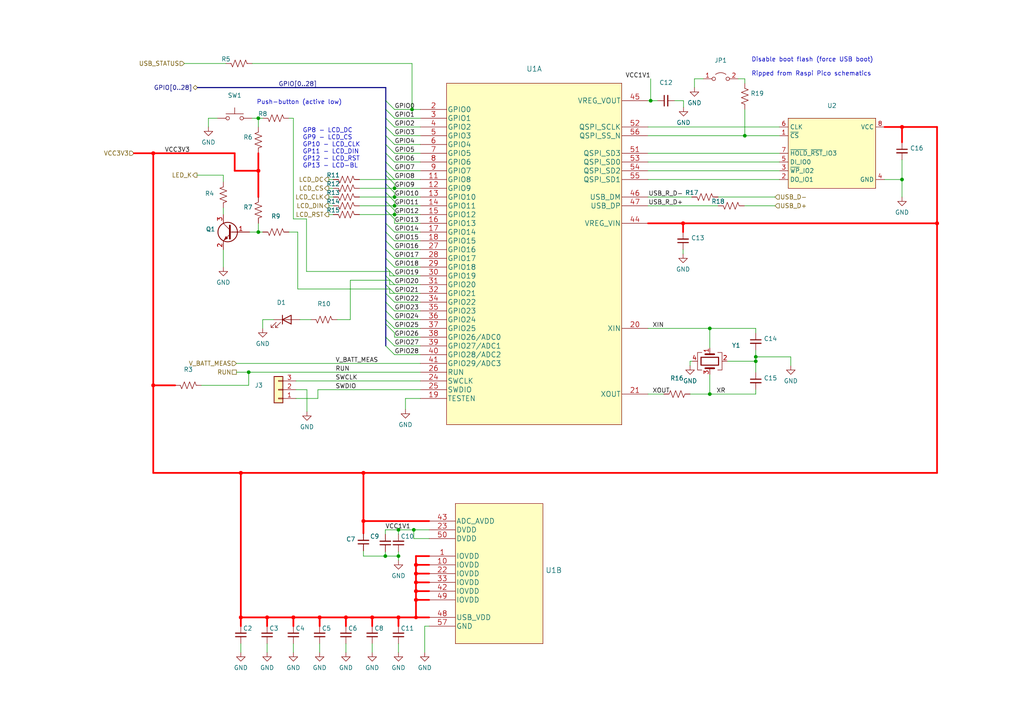
<source format=kicad_sch>
(kicad_sch (version 20211123) (generator eeschema)

  (uuid 9f950de5-3b95-413f-8b10-65f42edc870b)

  (paper "A4")

  (title_block
    (title "kt_sysadminBadge: RP2040 MCU")
    (rev "00")
    (company "Kairotronix")
  )

  (lib_symbols
    (symbol "Connector_Generic:Conn_01x03" (pin_names (offset 1.016) hide) (in_bom yes) (on_board yes)
      (property "Reference" "J" (id 0) (at 0 5.08 0)
        (effects (font (size 1.27 1.27)))
      )
      (property "Value" "Conn_01x03" (id 1) (at 0 -5.08 0)
        (effects (font (size 1.27 1.27)))
      )
      (property "Footprint" "" (id 2) (at 0 0 0)
        (effects (font (size 1.27 1.27)) hide)
      )
      (property "Datasheet" "~" (id 3) (at 0 0 0)
        (effects (font (size 1.27 1.27)) hide)
      )
      (property "ki_keywords" "connector" (id 4) (at 0 0 0)
        (effects (font (size 1.27 1.27)) hide)
      )
      (property "ki_description" "Generic connector, single row, 01x03, script generated (kicad-library-utils/schlib/autogen/connector/)" (id 5) (at 0 0 0)
        (effects (font (size 1.27 1.27)) hide)
      )
      (property "ki_fp_filters" "Connector*:*_1x??_*" (id 6) (at 0 0 0)
        (effects (font (size 1.27 1.27)) hide)
      )
      (symbol "Conn_01x03_1_1"
        (rectangle (start -1.27 -2.413) (end 0 -2.667)
          (stroke (width 0.1524) (type default) (color 0 0 0 0))
          (fill (type none))
        )
        (rectangle (start -1.27 0.127) (end 0 -0.127)
          (stroke (width 0.1524) (type default) (color 0 0 0 0))
          (fill (type none))
        )
        (rectangle (start -1.27 2.667) (end 0 2.413)
          (stroke (width 0.1524) (type default) (color 0 0 0 0))
          (fill (type none))
        )
        (rectangle (start -1.27 3.81) (end 1.27 -3.81)
          (stroke (width 0.254) (type default) (color 0 0 0 0))
          (fill (type background))
        )
        (pin passive line (at -5.08 2.54 0) (length 3.81)
          (name "Pin_1" (effects (font (size 1.27 1.27))))
          (number "1" (effects (font (size 1.27 1.27))))
        )
        (pin passive line (at -5.08 0 0) (length 3.81)
          (name "Pin_2" (effects (font (size 1.27 1.27))))
          (number "2" (effects (font (size 1.27 1.27))))
        )
        (pin passive line (at -5.08 -2.54 0) (length 3.81)
          (name "Pin_3" (effects (font (size 1.27 1.27))))
          (number "3" (effects (font (size 1.27 1.27))))
        )
      )
    )
    (symbol "Device:C_Small" (pin_numbers hide) (pin_names (offset 0.254) hide) (in_bom yes) (on_board yes)
      (property "Reference" "C" (id 0) (at 0.254 1.778 0)
        (effects (font (size 1.27 1.27)) (justify left))
      )
      (property "Value" "C_Small" (id 1) (at 0.254 -2.032 0)
        (effects (font (size 1.27 1.27)) (justify left))
      )
      (property "Footprint" "" (id 2) (at 0 0 0)
        (effects (font (size 1.27 1.27)) hide)
      )
      (property "Datasheet" "~" (id 3) (at 0 0 0)
        (effects (font (size 1.27 1.27)) hide)
      )
      (property "ki_keywords" "capacitor cap" (id 4) (at 0 0 0)
        (effects (font (size 1.27 1.27)) hide)
      )
      (property "ki_description" "Unpolarized capacitor, small symbol" (id 5) (at 0 0 0)
        (effects (font (size 1.27 1.27)) hide)
      )
      (property "ki_fp_filters" "C_*" (id 6) (at 0 0 0)
        (effects (font (size 1.27 1.27)) hide)
      )
      (symbol "C_Small_0_1"
        (polyline
          (pts
            (xy -1.524 -0.508)
            (xy 1.524 -0.508)
          )
          (stroke (width 0.3302) (type default) (color 0 0 0 0))
          (fill (type none))
        )
        (polyline
          (pts
            (xy -1.524 0.508)
            (xy 1.524 0.508)
          )
          (stroke (width 0.3048) (type default) (color 0 0 0 0))
          (fill (type none))
        )
      )
      (symbol "C_Small_1_1"
        (pin passive line (at 0 2.54 270) (length 2.032)
          (name "~" (effects (font (size 1.27 1.27))))
          (number "1" (effects (font (size 1.27 1.27))))
        )
        (pin passive line (at 0 -2.54 90) (length 2.032)
          (name "~" (effects (font (size 1.27 1.27))))
          (number "2" (effects (font (size 1.27 1.27))))
        )
      )
    )
    (symbol "Device:Crystal_GND24" (pin_names (offset 1.016) hide) (in_bom yes) (on_board yes)
      (property "Reference" "Y" (id 0) (at 3.175 5.08 0)
        (effects (font (size 1.27 1.27)) (justify left))
      )
      (property "Value" "Crystal_GND24" (id 1) (at 3.175 3.175 0)
        (effects (font (size 1.27 1.27)) (justify left))
      )
      (property "Footprint" "" (id 2) (at 0 0 0)
        (effects (font (size 1.27 1.27)) hide)
      )
      (property "Datasheet" "~" (id 3) (at 0 0 0)
        (effects (font (size 1.27 1.27)) hide)
      )
      (property "ki_keywords" "quartz ceramic resonator oscillator" (id 4) (at 0 0 0)
        (effects (font (size 1.27 1.27)) hide)
      )
      (property "ki_description" "Four pin crystal, GND on pins 2 and 4" (id 5) (at 0 0 0)
        (effects (font (size 1.27 1.27)) hide)
      )
      (property "ki_fp_filters" "Crystal*" (id 6) (at 0 0 0)
        (effects (font (size 1.27 1.27)) hide)
      )
      (symbol "Crystal_GND24_0_1"
        (rectangle (start -1.143 2.54) (end 1.143 -2.54)
          (stroke (width 0.3048) (type default) (color 0 0 0 0))
          (fill (type none))
        )
        (polyline
          (pts
            (xy -2.54 0)
            (xy -2.032 0)
          )
          (stroke (width 0) (type default) (color 0 0 0 0))
          (fill (type none))
        )
        (polyline
          (pts
            (xy -2.032 -1.27)
            (xy -2.032 1.27)
          )
          (stroke (width 0.508) (type default) (color 0 0 0 0))
          (fill (type none))
        )
        (polyline
          (pts
            (xy 0 -3.81)
            (xy 0 -3.556)
          )
          (stroke (width 0) (type default) (color 0 0 0 0))
          (fill (type none))
        )
        (polyline
          (pts
            (xy 0 3.556)
            (xy 0 3.81)
          )
          (stroke (width 0) (type default) (color 0 0 0 0))
          (fill (type none))
        )
        (polyline
          (pts
            (xy 2.032 -1.27)
            (xy 2.032 1.27)
          )
          (stroke (width 0.508) (type default) (color 0 0 0 0))
          (fill (type none))
        )
        (polyline
          (pts
            (xy 2.032 0)
            (xy 2.54 0)
          )
          (stroke (width 0) (type default) (color 0 0 0 0))
          (fill (type none))
        )
        (polyline
          (pts
            (xy -2.54 -2.286)
            (xy -2.54 -3.556)
            (xy 2.54 -3.556)
            (xy 2.54 -2.286)
          )
          (stroke (width 0) (type default) (color 0 0 0 0))
          (fill (type none))
        )
        (polyline
          (pts
            (xy -2.54 2.286)
            (xy -2.54 3.556)
            (xy 2.54 3.556)
            (xy 2.54 2.286)
          )
          (stroke (width 0) (type default) (color 0 0 0 0))
          (fill (type none))
        )
      )
      (symbol "Crystal_GND24_1_1"
        (pin passive line (at -3.81 0 0) (length 1.27)
          (name "1" (effects (font (size 1.27 1.27))))
          (number "1" (effects (font (size 1.27 1.27))))
        )
        (pin passive line (at 0 5.08 270) (length 1.27)
          (name "2" (effects (font (size 1.27 1.27))))
          (number "2" (effects (font (size 1.27 1.27))))
        )
        (pin passive line (at 3.81 0 180) (length 1.27)
          (name "3" (effects (font (size 1.27 1.27))))
          (number "3" (effects (font (size 1.27 1.27))))
        )
        (pin passive line (at 0 -5.08 90) (length 1.27)
          (name "4" (effects (font (size 1.27 1.27))))
          (number "4" (effects (font (size 1.27 1.27))))
        )
      )
    )
    (symbol "Device:LED" (pin_numbers hide) (pin_names (offset 1.016) hide) (in_bom yes) (on_board yes)
      (property "Reference" "D" (id 0) (at 0 2.54 0)
        (effects (font (size 1.27 1.27)))
      )
      (property "Value" "LED" (id 1) (at 0 -2.54 0)
        (effects (font (size 1.27 1.27)))
      )
      (property "Footprint" "" (id 2) (at 0 0 0)
        (effects (font (size 1.27 1.27)) hide)
      )
      (property "Datasheet" "~" (id 3) (at 0 0 0)
        (effects (font (size 1.27 1.27)) hide)
      )
      (property "ki_keywords" "LED diode" (id 4) (at 0 0 0)
        (effects (font (size 1.27 1.27)) hide)
      )
      (property "ki_description" "Light emitting diode" (id 5) (at 0 0 0)
        (effects (font (size 1.27 1.27)) hide)
      )
      (property "ki_fp_filters" "LED* LED_SMD:* LED_THT:*" (id 6) (at 0 0 0)
        (effects (font (size 1.27 1.27)) hide)
      )
      (symbol "LED_0_1"
        (polyline
          (pts
            (xy -1.27 -1.27)
            (xy -1.27 1.27)
          )
          (stroke (width 0.254) (type default) (color 0 0 0 0))
          (fill (type none))
        )
        (polyline
          (pts
            (xy -1.27 0)
            (xy 1.27 0)
          )
          (stroke (width 0) (type default) (color 0 0 0 0))
          (fill (type none))
        )
        (polyline
          (pts
            (xy 1.27 -1.27)
            (xy 1.27 1.27)
            (xy -1.27 0)
            (xy 1.27 -1.27)
          )
          (stroke (width 0.254) (type default) (color 0 0 0 0))
          (fill (type none))
        )
        (polyline
          (pts
            (xy -3.048 -0.762)
            (xy -4.572 -2.286)
            (xy -3.81 -2.286)
            (xy -4.572 -2.286)
            (xy -4.572 -1.524)
          )
          (stroke (width 0) (type default) (color 0 0 0 0))
          (fill (type none))
        )
        (polyline
          (pts
            (xy -1.778 -0.762)
            (xy -3.302 -2.286)
            (xy -2.54 -2.286)
            (xy -3.302 -2.286)
            (xy -3.302 -1.524)
          )
          (stroke (width 0) (type default) (color 0 0 0 0))
          (fill (type none))
        )
      )
      (symbol "LED_1_1"
        (pin passive line (at -3.81 0 0) (length 2.54)
          (name "K" (effects (font (size 1.27 1.27))))
          (number "1" (effects (font (size 1.27 1.27))))
        )
        (pin passive line (at 3.81 0 180) (length 2.54)
          (name "A" (effects (font (size 1.27 1.27))))
          (number "2" (effects (font (size 1.27 1.27))))
        )
      )
    )
    (symbol "Device:R_US" (pin_numbers hide) (pin_names (offset 0)) (in_bom yes) (on_board yes)
      (property "Reference" "R" (id 0) (at 2.54 0 90)
        (effects (font (size 1.27 1.27)))
      )
      (property "Value" "R_US" (id 1) (at -2.54 0 90)
        (effects (font (size 1.27 1.27)))
      )
      (property "Footprint" "" (id 2) (at 1.016 -0.254 90)
        (effects (font (size 1.27 1.27)) hide)
      )
      (property "Datasheet" "~" (id 3) (at 0 0 0)
        (effects (font (size 1.27 1.27)) hide)
      )
      (property "ki_keywords" "R res resistor" (id 4) (at 0 0 0)
        (effects (font (size 1.27 1.27)) hide)
      )
      (property "ki_description" "Resistor, US symbol" (id 5) (at 0 0 0)
        (effects (font (size 1.27 1.27)) hide)
      )
      (property "ki_fp_filters" "R_*" (id 6) (at 0 0 0)
        (effects (font (size 1.27 1.27)) hide)
      )
      (symbol "R_US_0_1"
        (polyline
          (pts
            (xy 0 -2.286)
            (xy 0 -2.54)
          )
          (stroke (width 0) (type default) (color 0 0 0 0))
          (fill (type none))
        )
        (polyline
          (pts
            (xy 0 2.286)
            (xy 0 2.54)
          )
          (stroke (width 0) (type default) (color 0 0 0 0))
          (fill (type none))
        )
        (polyline
          (pts
            (xy 0 -0.762)
            (xy 1.016 -1.143)
            (xy 0 -1.524)
            (xy -1.016 -1.905)
            (xy 0 -2.286)
          )
          (stroke (width 0) (type default) (color 0 0 0 0))
          (fill (type none))
        )
        (polyline
          (pts
            (xy 0 0.762)
            (xy 1.016 0.381)
            (xy 0 0)
            (xy -1.016 -0.381)
            (xy 0 -0.762)
          )
          (stroke (width 0) (type default) (color 0 0 0 0))
          (fill (type none))
        )
        (polyline
          (pts
            (xy 0 2.286)
            (xy 1.016 1.905)
            (xy 0 1.524)
            (xy -1.016 1.143)
            (xy 0 0.762)
          )
          (stroke (width 0) (type default) (color 0 0 0 0))
          (fill (type none))
        )
      )
      (symbol "R_US_1_1"
        (pin passive line (at 0 3.81 270) (length 1.27)
          (name "~" (effects (font (size 1.27 1.27))))
          (number "1" (effects (font (size 1.27 1.27))))
        )
        (pin passive line (at 0 -3.81 90) (length 1.27)
          (name "~" (effects (font (size 1.27 1.27))))
          (number "2" (effects (font (size 1.27 1.27))))
        )
      )
    )
    (symbol "Jumper:Jumper_2_Open" (pin_names (offset 0) hide) (in_bom yes) (on_board yes)
      (property "Reference" "JP" (id 0) (at 0 2.794 0)
        (effects (font (size 1.27 1.27)))
      )
      (property "Value" "Jumper_2_Open" (id 1) (at 0 -2.286 0)
        (effects (font (size 1.27 1.27)))
      )
      (property "Footprint" "" (id 2) (at 0 0 0)
        (effects (font (size 1.27 1.27)) hide)
      )
      (property "Datasheet" "~" (id 3) (at 0 0 0)
        (effects (font (size 1.27 1.27)) hide)
      )
      (property "ki_keywords" "Jumper SPST" (id 4) (at 0 0 0)
        (effects (font (size 1.27 1.27)) hide)
      )
      (property "ki_description" "Jumper, 2-pole, open" (id 5) (at 0 0 0)
        (effects (font (size 1.27 1.27)) hide)
      )
      (property "ki_fp_filters" "Jumper* TestPoint*2Pads* TestPoint*Bridge*" (id 6) (at 0 0 0)
        (effects (font (size 1.27 1.27)) hide)
      )
      (symbol "Jumper_2_Open_0_0"
        (circle (center -2.032 0) (radius 0.508)
          (stroke (width 0) (type default) (color 0 0 0 0))
          (fill (type none))
        )
        (circle (center 2.032 0) (radius 0.508)
          (stroke (width 0) (type default) (color 0 0 0 0))
          (fill (type none))
        )
      )
      (symbol "Jumper_2_Open_0_1"
        (arc (start 1.524 1.27) (mid 0 1.778) (end -1.524 1.27)
          (stroke (width 0) (type default) (color 0 0 0 0))
          (fill (type none))
        )
      )
      (symbol "Jumper_2_Open_1_1"
        (pin passive line (at -5.08 0 0) (length 2.54)
          (name "A" (effects (font (size 1.27 1.27))))
          (number "1" (effects (font (size 1.27 1.27))))
        )
        (pin passive line (at 5.08 0 180) (length 2.54)
          (name "B" (effects (font (size 1.27 1.27))))
          (number "2" (effects (font (size 1.27 1.27))))
        )
      )
    )
    (symbol "MCU_RaspberryPi:RP2040" (pin_names (offset 0.254)) (in_bom yes) (on_board yes)
      (property "Reference" "U" (id 0) (at 33.02 12.7 0)
        (effects (font (size 1.524 1.524)))
      )
      (property "Value" "RP2040" (id 1) (at 33.02 10.16 0)
        (effects (font (size 1.524 1.524)))
      )
      (property "Footprint" "Package_DFN_QFN:IC57_RP2040" (id 2) (at 33.02 8.636 0)
        (effects (font (size 1.524 1.524)) hide)
      )
      (property "Datasheet" "https://datasheets.raspberrypi.com/rp2040/rp2040-datasheet.pdf" (id 3) (at 38.1 -93.98 0)
        (effects (font (size 1.524 1.524)) hide)
      )
      (property "ki_locked" "" (id 4) (at 0 0 0)
        (effects (font (size 1.27 1.27)))
      )
      (property "ki_fp_filters" "IC57_RP2040 IC57_RP2040-M IC57_RP2040-L" (id 5) (at 0 0 0)
        (effects (font (size 1.27 1.27)) hide)
      )
      (symbol "RP2040_1_1"
        (rectangle (start 7.62 7.62) (end 58.42 -91.44)
          (stroke (width 0.1524) (type default) (color 0 0 0 0))
          (fill (type background))
        )
        (pin bidirectional line (at 0 -20.32 0) (length 7.62)
          (name "GPIO8" (effects (font (size 1.4986 1.4986))))
          (number "11" (effects (font (size 1.4986 1.4986))))
        )
        (pin bidirectional line (at 0 -22.86 0) (length 7.62)
          (name "GPIO9" (effects (font (size 1.4986 1.4986))))
          (number "12" (effects (font (size 1.4986 1.4986))))
        )
        (pin bidirectional line (at 0 -25.4 0) (length 7.62)
          (name "GPIO10" (effects (font (size 1.4986 1.4986))))
          (number "13" (effects (font (size 1.4986 1.4986))))
        )
        (pin bidirectional line (at 0 -27.94 0) (length 7.62)
          (name "GPIO11" (effects (font (size 1.4986 1.4986))))
          (number "14" (effects (font (size 1.4986 1.4986))))
        )
        (pin bidirectional line (at 0 -30.48 0) (length 7.62)
          (name "GPIO12" (effects (font (size 1.4986 1.4986))))
          (number "15" (effects (font (size 1.4986 1.4986))))
        )
        (pin bidirectional line (at 0 -33.02 0) (length 7.62)
          (name "GPIO13" (effects (font (size 1.4986 1.4986))))
          (number "16" (effects (font (size 1.4986 1.4986))))
        )
        (pin bidirectional line (at 0 -35.56 0) (length 7.62)
          (name "GPIO14" (effects (font (size 1.4986 1.4986))))
          (number "17" (effects (font (size 1.4986 1.4986))))
        )
        (pin bidirectional line (at 0 -38.1 0) (length 7.62)
          (name "GPIO15" (effects (font (size 1.4986 1.4986))))
          (number "18" (effects (font (size 1.4986 1.4986))))
        )
        (pin unspecified line (at 0 -83.82 0) (length 7.62)
          (name "TESTEN" (effects (font (size 1.4986 1.4986))))
          (number "19" (effects (font (size 1.4986 1.4986))))
        )
        (pin bidirectional line (at 0 0 0) (length 7.62)
          (name "GPIO0" (effects (font (size 1.4986 1.4986))))
          (number "2" (effects (font (size 1.4986 1.4986))))
        )
        (pin unspecified line (at 66.04 -63.5 180) (length 7.62)
          (name "XIN" (effects (font (size 1.4986 1.4986))))
          (number "20" (effects (font (size 1.4986 1.4986))))
        )
        (pin output line (at 66.04 -82.55 180) (length 7.62)
          (name "XOUT" (effects (font (size 1.4986 1.4986))))
          (number "21" (effects (font (size 1.4986 1.4986))))
        )
        (pin unspecified line (at 0 -78.74 0) (length 7.62)
          (name "SWCLK" (effects (font (size 1.4986 1.4986))))
          (number "24" (effects (font (size 1.4986 1.4986))))
        )
        (pin unspecified line (at 0 -81.28 0) (length 7.62)
          (name "SWDIO" (effects (font (size 1.4986 1.4986))))
          (number "25" (effects (font (size 1.4986 1.4986))))
        )
        (pin unspecified line (at 0 -76.2 0) (length 7.62)
          (name "RUN" (effects (font (size 1.4986 1.4986))))
          (number "26" (effects (font (size 1.4986 1.4986))))
        )
        (pin bidirectional line (at 0 -40.64 0) (length 7.62)
          (name "GPIO16" (effects (font (size 1.4986 1.4986))))
          (number "27" (effects (font (size 1.4986 1.4986))))
        )
        (pin bidirectional line (at 0 -43.18 0) (length 7.62)
          (name "GPIO17" (effects (font (size 1.4986 1.4986))))
          (number "28" (effects (font (size 1.4986 1.4986))))
        )
        (pin bidirectional line (at 0 -45.72 0) (length 7.62)
          (name "GPIO18" (effects (font (size 1.4986 1.4986))))
          (number "29" (effects (font (size 1.4986 1.4986))))
        )
        (pin bidirectional line (at 0 -2.54 0) (length 7.62)
          (name "GPIO1" (effects (font (size 1.4986 1.4986))))
          (number "3" (effects (font (size 1.4986 1.4986))))
        )
        (pin bidirectional line (at 0 -48.26 0) (length 7.62)
          (name "GPIO19" (effects (font (size 1.4986 1.4986))))
          (number "30" (effects (font (size 1.4986 1.4986))))
        )
        (pin bidirectional line (at 0 -50.8 0) (length 7.62)
          (name "GPIO20" (effects (font (size 1.4986 1.4986))))
          (number "31" (effects (font (size 1.4986 1.4986))))
        )
        (pin bidirectional line (at 0 -53.34 0) (length 7.62)
          (name "GPIO21" (effects (font (size 1.4986 1.4986))))
          (number "32" (effects (font (size 1.4986 1.4986))))
        )
        (pin bidirectional line (at 0 -55.88 0) (length 7.62)
          (name "GPIO22" (effects (font (size 1.4986 1.4986))))
          (number "34" (effects (font (size 1.4986 1.4986))))
        )
        (pin bidirectional line (at 0 -58.42 0) (length 7.62)
          (name "GPIO23" (effects (font (size 1.4986 1.4986))))
          (number "35" (effects (font (size 1.4986 1.4986))))
        )
        (pin bidirectional line (at 0 -60.96 0) (length 7.62)
          (name "GPIO24" (effects (font (size 1.4986 1.4986))))
          (number "36" (effects (font (size 1.4986 1.4986))))
        )
        (pin bidirectional line (at 0 -63.5 0) (length 7.62)
          (name "GPIO25" (effects (font (size 1.4986 1.4986))))
          (number "37" (effects (font (size 1.4986 1.4986))))
        )
        (pin bidirectional line (at 0 -66.04 0) (length 7.62)
          (name "GPIO26/ADC0" (effects (font (size 1.4986 1.4986))))
          (number "38" (effects (font (size 1.4986 1.4986))))
        )
        (pin bidirectional line (at 0 -68.58 0) (length 7.62)
          (name "GPIO27/ADC1" (effects (font (size 1.4986 1.4986))))
          (number "39" (effects (font (size 1.4986 1.4986))))
        )
        (pin bidirectional line (at 0 -5.08 0) (length 7.62)
          (name "GPIO2" (effects (font (size 1.4986 1.4986))))
          (number "4" (effects (font (size 1.4986 1.4986))))
        )
        (pin bidirectional line (at 0 -71.12 0) (length 7.62)
          (name "GPIO28/ADC2" (effects (font (size 1.4986 1.4986))))
          (number "40" (effects (font (size 1.4986 1.4986))))
        )
        (pin bidirectional line (at 0 -73.66 0) (length 7.62)
          (name "GPIO29/ADC3" (effects (font (size 1.4986 1.4986))))
          (number "41" (effects (font (size 1.4986 1.4986))))
        )
        (pin unspecified line (at 66.04 -33.02 180) (length 7.62)
          (name "VREG_VIN" (effects (font (size 1.4986 1.4986))))
          (number "44" (effects (font (size 1.4986 1.4986))))
        )
        (pin output line (at 66.04 2.54 180) (length 7.62)
          (name "VREG_VOUT" (effects (font (size 1.4986 1.4986))))
          (number "45" (effects (font (size 1.4986 1.4986))))
        )
        (pin unspecified line (at 66.04 -25.4 180) (length 7.62)
          (name "USB_DM" (effects (font (size 1.4986 1.4986))))
          (number "46" (effects (font (size 1.4986 1.4986))))
        )
        (pin unspecified line (at 66.04 -27.94 180) (length 7.62)
          (name "USB_DP" (effects (font (size 1.4986 1.4986))))
          (number "47" (effects (font (size 1.4986 1.4986))))
        )
        (pin bidirectional line (at 0 -7.62 0) (length 7.62)
          (name "GPIO3" (effects (font (size 1.4986 1.4986))))
          (number "5" (effects (font (size 1.4986 1.4986))))
        )
        (pin bidirectional line (at 66.04 -12.7 180) (length 7.62)
          (name "QSPI_SD3" (effects (font (size 1.4986 1.4986))))
          (number "51" (effects (font (size 1.4986 1.4986))))
        )
        (pin unspecified line (at 66.04 -5.08 180) (length 7.62)
          (name "QSPI_SCLK" (effects (font (size 1.4986 1.4986))))
          (number "52" (effects (font (size 1.4986 1.4986))))
        )
        (pin bidirectional line (at 66.04 -15.24 180) (length 7.62)
          (name "QSPI_SD0" (effects (font (size 1.4986 1.4986))))
          (number "53" (effects (font (size 1.4986 1.4986))))
        )
        (pin bidirectional line (at 66.04 -17.78 180) (length 7.62)
          (name "QSPI_SD2" (effects (font (size 1.4986 1.4986))))
          (number "54" (effects (font (size 1.4986 1.4986))))
        )
        (pin bidirectional line (at 66.04 -20.32 180) (length 7.62)
          (name "QSPI_SD1" (effects (font (size 1.4986 1.4986))))
          (number "55" (effects (font (size 1.4986 1.4986))))
        )
        (pin unspecified line (at 66.04 -7.62 180) (length 7.62)
          (name "QSPI_SS_N" (effects (font (size 1.4986 1.4986))))
          (number "56" (effects (font (size 1.4986 1.4986))))
        )
        (pin bidirectional line (at 0 -10.16 0) (length 7.62)
          (name "GPIO4" (effects (font (size 1.4986 1.4986))))
          (number "6" (effects (font (size 1.4986 1.4986))))
        )
        (pin bidirectional line (at 0 -12.7 0) (length 7.62)
          (name "GPIO5" (effects (font (size 1.4986 1.4986))))
          (number "7" (effects (font (size 1.4986 1.4986))))
        )
        (pin bidirectional line (at 0 -15.24 0) (length 7.62)
          (name "GPIO6" (effects (font (size 1.4986 1.4986))))
          (number "8" (effects (font (size 1.4986 1.4986))))
        )
        (pin bidirectional line (at 0 -17.78 0) (length 7.62)
          (name "GPIO7" (effects (font (size 1.4986 1.4986))))
          (number "9" (effects (font (size 1.4986 1.4986))))
        )
      )
      (symbol "RP2040_2_1"
        (rectangle (start 7.62 5.08) (end 33.02 -35.56)
          (stroke (width 0.1524) (type default) (color 0 0 0 0))
          (fill (type background))
        )
        (pin power_in line (at 0 -10.16 0) (length 7.62)
          (name "IOVDD" (effects (font (size 1.4986 1.4986))))
          (number "1" (effects (font (size 1.4986 1.4986))))
        )
        (pin power_in line (at 0 -12.7 0) (length 7.62)
          (name "IOVDD" (effects (font (size 1.4986 1.4986))))
          (number "10" (effects (font (size 1.4986 1.4986))))
        )
        (pin power_in line (at 0 -15.24 0) (length 7.62)
          (name "IOVDD" (effects (font (size 1.4986 1.4986))))
          (number "22" (effects (font (size 1.4986 1.4986))))
        )
        (pin power_in line (at 0 -2.54 0) (length 7.62)
          (name "DVDD" (effects (font (size 1.4986 1.4986))))
          (number "23" (effects (font (size 1.4986 1.4986))))
        )
        (pin power_in line (at 0 -17.78 0) (length 7.62)
          (name "IOVDD" (effects (font (size 1.4986 1.4986))))
          (number "33" (effects (font (size 1.4986 1.4986))))
        )
        (pin power_in line (at 0 -20.32 0) (length 7.62)
          (name "IOVDD" (effects (font (size 1.4986 1.4986))))
          (number "42" (effects (font (size 1.4986 1.4986))))
        )
        (pin power_in line (at 0 0 0) (length 7.62)
          (name "ADC_AVDD" (effects (font (size 1.4986 1.4986))))
          (number "43" (effects (font (size 1.4986 1.4986))))
        )
        (pin power_in line (at 0 -27.94 0) (length 7.62)
          (name "USB_VDD" (effects (font (size 1.4986 1.4986))))
          (number "48" (effects (font (size 1.4986 1.4986))))
        )
        (pin power_in line (at 0 -22.86 0) (length 7.62)
          (name "IOVDD" (effects (font (size 1.4986 1.4986))))
          (number "49" (effects (font (size 1.4986 1.4986))))
        )
        (pin power_in line (at 0 -5.08 0) (length 7.62)
          (name "DVDD" (effects (font (size 1.4986 1.4986))))
          (number "50" (effects (font (size 1.4986 1.4986))))
        )
        (pin power_in line (at 0 -30.48 0) (length 7.62)
          (name "GND" (effects (font (size 1.4986 1.4986))))
          (number "57" (effects (font (size 1.4986 1.4986))))
        )
      )
    )
    (symbol "Memory_Flash:W25Q16JVSNIQ" (in_bom yes) (on_board yes)
      (property "Reference" "U" (id 0) (at 0 13.97 0)
        (effects (font (size 1.27 1.27)))
      )
      (property "Value" "W25Q16JVSNIQ" (id 1) (at 0 11.43 0)
        (effects (font (size 1.27 1.27)))
      )
      (property "Footprint" "Package_SO:SOIC-8_3.9x4.9mm_P1.27mm" (id 2) (at 0 17.78 0)
        (effects (font (size 1.27 1.27)) hide)
      )
      (property "Datasheet" "https://www.winbond.com/resource-files/w25q16jv%20spi%20revg%2003222018%20plus.pdf" (id 3) (at 0 17.78 0)
        (effects (font (size 1.27 1.27)) hide)
      )
      (symbol "W25Q16JVSNIQ_0_0"
        (pin unspecified line (at 15.24 5.08 180) (length 2.54)
          (name "~{CS}" (effects (font (size 1.27 1.27))))
          (number "1" (effects (font (size 1.27 1.27))))
        )
        (pin unspecified line (at 15.24 -7.62 180) (length 2.54)
          (name "DO_IO1" (effects (font (size 1.27 1.27))))
          (number "2" (effects (font (size 1.27 1.27))))
        )
        (pin unspecified line (at 15.24 -5.08 180) (length 2.54)
          (name "~{WP}_IO2" (effects (font (size 1.27 1.27))))
          (number "3" (effects (font (size 1.27 1.27))))
        )
        (pin unspecified line (at -15.24 -7.62 0) (length 2.54)
          (name "GND" (effects (font (size 1.27 1.27))))
          (number "4" (effects (font (size 1.27 1.27))))
        )
        (pin unspecified line (at 15.24 -2.54 180) (length 2.54)
          (name "DI_IO0" (effects (font (size 1.27 1.27))))
          (number "5" (effects (font (size 1.27 1.27))))
        )
        (pin unspecified line (at 15.24 7.62 180) (length 2.54)
          (name "CLK" (effects (font (size 1.27 1.27))))
          (number "6" (effects (font (size 1.27 1.27))))
        )
        (pin unspecified line (at 15.24 0 180) (length 2.54)
          (name "~{HOLD}_~{RST}_IO3" (effects (font (size 1.27 1.27))))
          (number "7" (effects (font (size 1.27 1.27))))
        )
        (pin unspecified line (at -15.24 7.62 0) (length 2.54)
          (name "VCC" (effects (font (size 1.27 1.27))))
          (number "8" (effects (font (size 1.27 1.27))))
        )
      )
      (symbol "W25Q16JVSNIQ_0_1"
        (rectangle (start -12.7 10.16) (end 12.7 -10.16)
          (stroke (width 0.1524) (type default) (color 0 0 0 0))
          (fill (type background))
        )
      )
    )
    (symbol "Switch:SW_Push" (pin_numbers hide) (pin_names (offset 1.016) hide) (in_bom yes) (on_board yes)
      (property "Reference" "SW" (id 0) (at 1.27 2.54 0)
        (effects (font (size 1.27 1.27)) (justify left))
      )
      (property "Value" "SW_Push" (id 1) (at 0 -1.524 0)
        (effects (font (size 1.27 1.27)))
      )
      (property "Footprint" "" (id 2) (at 0 5.08 0)
        (effects (font (size 1.27 1.27)) hide)
      )
      (property "Datasheet" "~" (id 3) (at 0 5.08 0)
        (effects (font (size 1.27 1.27)) hide)
      )
      (property "ki_keywords" "switch normally-open pushbutton push-button" (id 4) (at 0 0 0)
        (effects (font (size 1.27 1.27)) hide)
      )
      (property "ki_description" "Push button switch, generic, two pins" (id 5) (at 0 0 0)
        (effects (font (size 1.27 1.27)) hide)
      )
      (symbol "SW_Push_0_1"
        (circle (center -2.032 0) (radius 0.508)
          (stroke (width 0) (type default) (color 0 0 0 0))
          (fill (type none))
        )
        (polyline
          (pts
            (xy 0 1.27)
            (xy 0 3.048)
          )
          (stroke (width 0) (type default) (color 0 0 0 0))
          (fill (type none))
        )
        (polyline
          (pts
            (xy 2.54 1.27)
            (xy -2.54 1.27)
          )
          (stroke (width 0) (type default) (color 0 0 0 0))
          (fill (type none))
        )
        (circle (center 2.032 0) (radius 0.508)
          (stroke (width 0) (type default) (color 0 0 0 0))
          (fill (type none))
        )
        (pin passive line (at -5.08 0 0) (length 2.54)
          (name "1" (effects (font (size 1.27 1.27))))
          (number "1" (effects (font (size 1.27 1.27))))
        )
        (pin passive line (at 5.08 0 180) (length 2.54)
          (name "2" (effects (font (size 1.27 1.27))))
          (number "2" (effects (font (size 1.27 1.27))))
        )
      )
    )
    (symbol "Transistor_BJT:MMSS8050" (pin_names (offset 0) hide) (in_bom yes) (on_board yes)
      (property "Reference" "Q" (id 0) (at 5.08 1.905 0)
        (effects (font (size 1.27 1.27)) (justify left))
      )
      (property "Value" "MMSS8050" (id 1) (at 5.08 0 0)
        (effects (font (size 1.27 1.27)) (justify left))
      )
      (property "Footprint" "Package_TO_SOT_SMD:SC-59_Handsoldering" (id 2) (at 5.08 -1.905 0)
        (effects (font (size 1.27 1.27) italic) (justify left) hide)
      )
      (property "Datasheet" "https://www.mccsemi.com/pdf/Products/MMSS8050(SOT-23).pdf" (id 3) (at 0 0 0)
        (effects (font (size 1.27 1.27)) (justify left) hide)
      )
      (property "ki_keywords" "S8050 NPN Low Voltage High Current Transistor" (id 4) (at 0 0 0)
        (effects (font (size 1.27 1.27)) hide)
      )
      (property "ki_description" "0.7A Ic, 20V Vce, Low Voltage High Current NPN Transistor, TO-92" (id 5) (at 0 0 0)
        (effects (font (size 1.27 1.27)) hide)
      )
      (property "ki_fp_filters" "TO?92*" (id 6) (at 0 0 0)
        (effects (font (size 1.27 1.27)) hide)
      )
      (symbol "MMSS8050_0_1"
        (polyline
          (pts
            (xy 0 0)
            (xy 0.635 0)
          )
          (stroke (width 0) (type default) (color 0 0 0 0))
          (fill (type none))
        )
        (polyline
          (pts
            (xy 0.635 0.635)
            (xy 2.54 2.54)
          )
          (stroke (width 0) (type default) (color 0 0 0 0))
          (fill (type none))
        )
        (polyline
          (pts
            (xy 0.635 -0.635)
            (xy 2.54 -2.54)
            (xy 2.54 -2.54)
          )
          (stroke (width 0) (type default) (color 0 0 0 0))
          (fill (type none))
        )
        (polyline
          (pts
            (xy 0.635 1.905)
            (xy 0.635 -1.905)
            (xy 0.635 -1.905)
          )
          (stroke (width 0.508) (type default) (color 0 0 0 0))
          (fill (type none))
        )
        (polyline
          (pts
            (xy 1.27 -1.778)
            (xy 1.778 -1.27)
            (xy 2.286 -2.286)
            (xy 1.27 -1.778)
            (xy 1.27 -1.778)
          )
          (stroke (width 0) (type default) (color 0 0 0 0))
          (fill (type outline))
        )
        (circle (center 1.27 0) (radius 2.8194)
          (stroke (width 0.254) (type default) (color 0 0 0 0))
          (fill (type none))
        )
      )
      (symbol "MMSS8050_1_1"
        (pin input line (at -5.08 0 0) (length 5.08)
          (name "B" (effects (font (size 1.27 1.27))))
          (number "1" (effects (font (size 1.27 1.27))))
        )
        (pin passive line (at 2.54 -5.08 90) (length 2.54)
          (name "E" (effects (font (size 1.27 1.27))))
          (number "2" (effects (font (size 1.27 1.27))))
        )
        (pin passive line (at 2.54 5.08 270) (length 2.54)
          (name "C" (effects (font (size 1.27 1.27))))
          (number "3" (effects (font (size 1.27 1.27))))
        )
      )
    )
    (symbol "power:GND" (power) (pin_names (offset 0)) (in_bom yes) (on_board yes)
      (property "Reference" "#PWR" (id 0) (at 0 -6.35 0)
        (effects (font (size 1.27 1.27)) hide)
      )
      (property "Value" "GND" (id 1) (at 0 -3.81 0)
        (effects (font (size 1.27 1.27)))
      )
      (property "Footprint" "" (id 2) (at 0 0 0)
        (effects (font (size 1.27 1.27)) hide)
      )
      (property "Datasheet" "" (id 3) (at 0 0 0)
        (effects (font (size 1.27 1.27)) hide)
      )
      (property "ki_keywords" "power-flag" (id 4) (at 0 0 0)
        (effects (font (size 1.27 1.27)) hide)
      )
      (property "ki_description" "Power symbol creates a global label with name \"GND\" , ground" (id 5) (at 0 0 0)
        (effects (font (size 1.27 1.27)) hide)
      )
      (symbol "GND_0_1"
        (polyline
          (pts
            (xy 0 0)
            (xy 0 -1.27)
            (xy 1.27 -1.27)
            (xy 0 -2.54)
            (xy -1.27 -1.27)
            (xy 0 -1.27)
          )
          (stroke (width 0) (type default) (color 0 0 0 0))
          (fill (type none))
        )
      )
      (symbol "GND_1_1"
        (pin power_in line (at 0 0 270) (length 0) hide
          (name "GND" (effects (font (size 1.27 1.27))))
          (number "1" (effects (font (size 1.27 1.27))))
        )
      )
    )
  )

  (junction (at 85.09 179.07) (diameter 1) (color 255 0 0 1)
    (uuid 0956e21d-2634-4866-abe1-762c19f57c2a)
  )
  (junction (at 92.71 179.07) (diameter 1) (color 255 0 0 1)
    (uuid 0d674e20-f0f0-4d86-8c83-14381a4a505d)
  )
  (junction (at 105.41 151.13) (diameter 1) (color 255 0 0 1)
    (uuid 0fbe001b-93a0-4768-a765-00c00afa5a38)
  )
  (junction (at 271.78 64.77) (diameter 1) (color 255 0 0 1)
    (uuid 10756945-6393-4669-b564-c0379f954eb5)
  )
  (junction (at 219.202 103.505) (diameter 0) (color 0 0 0 0)
    (uuid 1d43c733-bedb-42f9-be0d-0f330e74f1ca)
  )
  (junction (at 44.45 111.76) (diameter 1) (color 255 0 0 1)
    (uuid 1d954c8a-d535-4440-b8e5-6465f69b7c77)
  )
  (junction (at 100.33 179.07) (diameter 1) (color 255 0 0 1)
    (uuid 1ecc0996-8d95-41d3-9466-ac60cc325d59)
  )
  (junction (at 111.76 161.29) (diameter 0) (color 0 0 0 0)
    (uuid 2f5c82d4-1f13-4d5f-9d5f-7028fc7f2a49)
  )
  (junction (at 205.867 95.25) (diameter 0) (color 0 0 0 0)
    (uuid 3b94a4e7-f30f-4442-aa51-4b8175ec714c)
  )
  (junction (at 120.65 171.45) (diameter 1) (color 255 0 0 1)
    (uuid 42d46c15-1d78-44c1-a6bf-12e6b2ddf444)
  )
  (junction (at 115.57 161.29) (diameter 0) (color 0 0 0 0)
    (uuid 4423359d-a2cb-4d96-82a3-3a03545761c9)
  )
  (junction (at 261.62 52.07) (diameter 0) (color 0 0 0 0)
    (uuid 44df55da-2ed5-47d6-be26-b3e8546cf795)
  )
  (junction (at 72.136 107.95) (diameter 0) (color 0 0 0 0)
    (uuid 4e9a5a63-3097-47ac-8b58-363ffce8add0)
  )
  (junction (at 120.65 168.91) (diameter 1) (color 255 0 0 1)
    (uuid 5122fbe2-464a-48ba-b8c1-ca7801be3648)
  )
  (junction (at 114.427 59.69) (diameter 0) (color 0 0 0 0)
    (uuid 59c2d3f0-9e0e-4415-907b-e0a383372656)
  )
  (junction (at 115.57 179.07) (diameter 1) (color 255 0 0 1)
    (uuid 59edf73f-daad-48b3-8c04-684178f670fa)
  )
  (junction (at 120.015 153.67) (diameter 0) (color 0 0 0 0)
    (uuid 5a6b2454-d08c-42d5-b2e5-71241f0447f2)
  )
  (junction (at 205.867 114.3) (diameter 0) (color 0 0 0 0)
    (uuid 715b96a1-01f6-4744-8612-894d0c493c73)
  )
  (junction (at 74.93 49.53) (diameter 1) (color 255 0 0 1)
    (uuid 768422ca-1e63-46fd-8333-e98f064fbdbb)
  )
  (junction (at 114.427 62.23) (diameter 0) (color 0 0 0 0)
    (uuid 794737ef-5ca0-4480-bd30-5faaf54b6f1d)
  )
  (junction (at 216.027 39.37) (diameter 0) (color 0 0 0 0)
    (uuid 8526c1fe-daea-401d-879f-daedfe46c412)
  )
  (junction (at 44.45 44.45) (diameter 1) (color 255 0 0 1)
    (uuid 87ec1549-f2f7-4097-a4c5-1f73c3364c6e)
  )
  (junction (at 105.41 137.16) (diameter 1) (color 255 0 0 1)
    (uuid 8d8e9269-f0b8-4638-be5d-a3b97af46c2b)
  )
  (junction (at 261.62 36.83) (diameter 1) (color 255 0 0 1)
    (uuid 9f832236-6b12-434e-8a4a-48c31bfe5c84)
  )
  (junction (at 120.65 179.07) (diameter 0) (color 255 0 0 1)
    (uuid a2fd471d-3e12-476d-a5a0-90a04dca364c)
  )
  (junction (at 107.95 179.07) (diameter 1) (color 255 0 0 1)
    (uuid a6c0d117-eda3-4bdd-aeef-926de34c4250)
  )
  (junction (at 120.65 166.37) (diameter 1) (color 255 0 0 1)
    (uuid ab05c94e-fc4e-428e-bd93-1fe2b6a41c8e)
  )
  (junction (at 115.57 153.67) (diameter 0) (color 0 0 0 0)
    (uuid acde784f-d6ad-4a00-8742-ace918a02069)
  )
  (junction (at 114.427 57.15) (diameter 0) (color 0 0 0 0)
    (uuid b7056aa4-9ece-4efb-907a-7b8faeb7309e)
  )
  (junction (at 119.507 31.75) (diameter 0) (color 0 0 0 0)
    (uuid b993f979-a96d-4efb-9fa5-47daa943d50b)
  )
  (junction (at 219.202 104.775) (diameter 0) (color 0 0 0 0)
    (uuid baadb207-9951-4006-ac52-ec0e4b68ce9f)
  )
  (junction (at 188.722 29.21) (diameter 0) (color 0 0 0 0)
    (uuid c201b981-7514-410e-b942-d307c4180dcc)
  )
  (junction (at 74.93 67.31) (diameter 0) (color 0 0 0 0)
    (uuid c20b8315-0556-4702-bb8a-67e1d8ba54ef)
  )
  (junction (at 69.85 179.07) (diameter 1) (color 255 0 0 1)
    (uuid c3157c71-73ae-409a-9109-2390bd893c20)
  )
  (junction (at 114.427 54.61) (diameter 0) (color 0 0 0 0)
    (uuid c65a0c11-ef9e-42fe-b965-0fe9d4b20d8a)
  )
  (junction (at 69.85 137.16) (diameter 1) (color 255 0 0 1)
    (uuid cf734a7a-7cdb-4c28-9606-a316982299d3)
  )
  (junction (at 120.65 163.83) (diameter 1) (color 255 0 0 1)
    (uuid d490a01a-1366-462c-bc92-5a18044258bf)
  )
  (junction (at 120.65 173.99) (diameter 1) (color 255 0 0 1)
    (uuid d58777d9-4df9-460e-bf4b-086adf08842c)
  )
  (junction (at 74.93 34.29) (diameter 0) (color 0 0 0 0)
    (uuid d77a003c-90c4-4a7c-a898-056f873243db)
  )
  (junction (at 77.47 179.07) (diameter 1) (color 255 0 0 1)
    (uuid e4b652f1-c9a6-4998-b4bd-94bd592af114)
  )
  (junction (at 198.12 64.77) (diameter 1) (color 255 0 0 1)
    (uuid e9a52c35-e079-4528-b2b6-bbb65a813d9e)
  )

  (bus_entry (at 111.887 55.88) (size 2.54 2.54)
    (stroke (width 0) (type default) (color 0 0 0 0))
    (uuid 0a5c2fa1-f407-4bdf-ad91-5f9f48c70fc0)
  )
  (bus_entry (at 111.887 53.34) (size 2.54 2.54)
    (stroke (width 0) (type default) (color 0 0 0 0))
    (uuid 0a619129-6f50-47c1-8ec1-3b5324d8626c)
  )
  (bus_entry (at 111.887 85.09) (size 2.54 2.54)
    (stroke (width 0) (type default) (color 0 0 0 0))
    (uuid 0c2ba3d3-2513-47ee-bb3c-52cbc17dd89e)
  )
  (bus_entry (at 111.887 41.91) (size 2.54 2.54)
    (stroke (width 0) (type default) (color 0 0 0 0))
    (uuid 1f5d1f63-8a4f-4f31-89bc-2e4a3315fb3a)
  )
  (bus_entry (at 111.887 90.17) (size 2.54 2.54)
    (stroke (width 0) (type default) (color 0 0 0 0))
    (uuid 2a880356-5be2-4153-9ac6-a74da6e66514)
  )
  (bus_entry (at 111.887 49.53) (size 2.54 2.54)
    (stroke (width 0) (type default) (color 0 0 0 0))
    (uuid 3275b405-a89b-4d9b-8ef8-d1b03de8b9a9)
  )
  (bus_entry (at 111.887 29.21) (size 2.54 2.54)
    (stroke (width 0) (type default) (color 0 0 0 0))
    (uuid 49d39a9d-9c61-43a6-bfbe-83d3207e164f)
  )
  (bus_entry (at 111.887 31.75) (size 2.54 2.54)
    (stroke (width 0) (type default) (color 0 0 0 0))
    (uuid 49d39a9d-9c61-43a6-bfbe-83d3207e1650)
  )
  (bus_entry (at 111.887 64.77) (size 2.54 2.54)
    (stroke (width 0) (type default) (color 0 0 0 0))
    (uuid 58775c33-0c54-4576-98b5-df7224295f06)
  )
  (bus_entry (at 111.887 74.93) (size 2.54 2.54)
    (stroke (width 0) (type default) (color 0 0 0 0))
    (uuid 69e825ab-6758-4030-82a5-c72a01b3c690)
  )
  (bus_entry (at 111.887 93.98) (size 2.54 2.54)
    (stroke (width 0) (type default) (color 0 0 0 0))
    (uuid 7717f1c6-2815-447c-a000-1ba525f2564e)
  )
  (bus_entry (at 111.887 97.79) (size 2.54 2.54)
    (stroke (width 0) (type default) (color 0 0 0 0))
    (uuid 77627acf-0ae4-4007-9cc6-608703499d7a)
  )
  (bus_entry (at 111.887 39.37) (size 2.54 2.54)
    (stroke (width 0) (type default) (color 0 0 0 0))
    (uuid 80bc7433-ffe0-49c3-95ea-6529b3286838)
  )
  (bus_entry (at 111.887 34.29) (size 2.54 2.54)
    (stroke (width 0) (type default) (color 0 0 0 0))
    (uuid 9325c9fb-162a-49ea-94d6-5aba246ade6e)
  )
  (bus_entry (at 111.887 100.33) (size 2.54 2.54)
    (stroke (width 0) (type default) (color 0 0 0 0))
    (uuid a10985b2-a004-4034-ad5f-4ced2dead9f4)
  )
  (bus_entry (at 111.887 80.01) (size 2.54 2.54)
    (stroke (width 0) (type default) (color 0 0 0 0))
    (uuid afbd023b-7321-499c-b27d-d818d057835a)
  )
  (bus_entry (at 111.887 46.99) (size 2.54 2.54)
    (stroke (width 0) (type default) (color 0 0 0 0))
    (uuid b0518074-4e63-41f4-b79d-b10cba34f31b)
  )
  (bus_entry (at 111.887 82.55) (size 2.54 2.54)
    (stroke (width 0) (type default) (color 0 0 0 0))
    (uuid b83a17ff-db17-44fa-9d4a-251f0eafc3ad)
  )
  (bus_entry (at 111.887 58.42) (size 2.54 2.54)
    (stroke (width 0) (type default) (color 0 0 0 0))
    (uuid c0e3d8ad-adc4-4948-a3c2-9bc26bcac5d7)
  )
  (bus_entry (at 111.887 44.45) (size 2.54 2.54)
    (stroke (width 0) (type default) (color 0 0 0 0))
    (uuid c66bc3a0-6cc5-46d6-ba5b-214bd7d12e26)
  )
  (bus_entry (at 111.887 92.71) (size 2.54 2.54)
    (stroke (width 0) (type default) (color 0 0 0 0))
    (uuid cb70bcd8-5090-44e2-a5de-6cddc6a665a7)
  )
  (bus_entry (at 111.887 87.63) (size 2.54 2.54)
    (stroke (width 0) (type default) (color 0 0 0 0))
    (uuid d2b86f0f-7901-4ed2-9782-d00b235e9fce)
  )
  (bus_entry (at 111.887 50.8) (size 2.54 2.54)
    (stroke (width 0) (type default) (color 0 0 0 0))
    (uuid d3ba68d8-cb00-4721-974e-a14b127cbce6)
  )
  (bus_entry (at 111.887 69.85) (size 2.54 2.54)
    (stroke (width 0) (type default) (color 0 0 0 0))
    (uuid dac0c818-2f7c-4057-af24-6e3df5e1f033)
  )
  (bus_entry (at 111.887 67.31) (size 2.54 2.54)
    (stroke (width 0) (type default) (color 0 0 0 0))
    (uuid db3eb151-d395-4a76-be71-a60e58b4635d)
  )
  (bus_entry (at 111.887 77.47) (size 2.54 2.54)
    (stroke (width 0) (type default) (color 0 0 0 0))
    (uuid e7ee26fa-2667-446d-8667-8686a27dcbc4)
  )
  (bus_entry (at 111.887 36.83) (size 2.54 2.54)
    (stroke (width 0) (type default) (color 0 0 0 0))
    (uuid eb9943de-4323-4aa1-93a9-87a3922a5ec1)
  )
  (bus_entry (at 111.887 72.39) (size 2.54 2.54)
    (stroke (width 0) (type default) (color 0 0 0 0))
    (uuid eed15ee7-f005-4591-9ab5-410015154cba)
  )
  (bus_entry (at 111.887 60.96) (size 2.54 2.54)
    (stroke (width 0) (type default) (color 0 0 0 0))
    (uuid efe13eed-7da7-485d-a94e-80a5c730ef32)
  )

  (wire (pts (xy 120.65 161.29) (xy 124.46 161.29))
    (stroke (width 0.5) (type default) (color 255 0 0 1))
    (uuid 008fcdb3-0417-4b74-af87-e48702a8cfb7)
  )
  (wire (pts (xy 190.627 29.21) (xy 188.722 29.21))
    (stroke (width 0) (type default) (color 0 0 0 0))
    (uuid 0135088b-c0fb-4089-addf-95e63272e325)
  )
  (bus (pts (xy 57.277 25.4) (xy 111.887 25.4))
    (stroke (width 0) (type default) (color 0 0 0 0))
    (uuid 01ad1a29-d48d-4bc1-84d8-51a1af2ac0b3)
  )

  (wire (pts (xy 113.03 81.28) (xy 113.03 82.55))
    (stroke (width 0) (type default) (color 0 0 0 0))
    (uuid 02866d88-ebf4-440b-8a0b-4ceed93e60ee)
  )
  (wire (pts (xy 104.267 54.61) (xy 114.427 54.61))
    (stroke (width 0) (type default) (color 0 0 0 0))
    (uuid 02c2221e-8a0a-42da-af47-bc27c32278b3)
  )
  (bus (pts (xy 111.887 60.96) (xy 111.887 58.42))
    (stroke (width 0) (type default) (color 0 0 0 0))
    (uuid 0351c6f6-bad2-48c6-9cdb-8cbc59efc4ae)
  )

  (wire (pts (xy 261.62 52.07) (xy 261.62 57.15))
    (stroke (width 0) (type default) (color 0 0 0 0))
    (uuid 0391f50d-24dd-44aa-8480-6e7d17752649)
  )
  (wire (pts (xy 114.427 59.69) (xy 121.92 59.69))
    (stroke (width 0) (type default) (color 0 0 0 0))
    (uuid 04b74b03-7f7c-4027-823c-83cdcdfae2ed)
  )
  (bus (pts (xy 111.887 80.01) (xy 111.887 77.47))
    (stroke (width 0) (type default) (color 0 0 0 0))
    (uuid 04dd9458-155b-4caa-8ac3-b0d96ec59769)
  )
  (bus (pts (xy 111.887 50.8) (xy 111.887 49.53))
    (stroke (width 0) (type default) (color 0 0 0 0))
    (uuid 056f04f7-ee5e-4900-b351-9200d01174cd)
  )

  (wire (pts (xy 58.42 111.76) (xy 72.136 111.76))
    (stroke (width 0) (type default) (color 0 0 0 0))
    (uuid 07364969-fac2-4e38-bf31-7045082a670a)
  )
  (bus (pts (xy 111.887 49.53) (xy 111.887 46.99))
    (stroke (width 0) (type default) (color 0 0 0 0))
    (uuid 0863a6f1-904d-4e6a-8064-172f825093d0)
  )

  (wire (pts (xy 100.33 179.07) (xy 107.95 179.07))
    (stroke (width 0.5) (type default) (color 255 0 0 1))
    (uuid 0af44ba3-191e-437a-be32-e90df738a6d4)
  )
  (bus (pts (xy 111.887 60.96) (xy 111.887 64.77))
    (stroke (width 0) (type default) (color 0 0 0 0))
    (uuid 0cfc3979-aee1-4371-afe5-ca245cc23c97)
  )

  (wire (pts (xy 104.267 52.07) (xy 114.427 52.07))
    (stroke (width 0) (type default) (color 0 0 0 0))
    (uuid 0f1fc475-69c2-4b83-ac39-3dbdc6e3c674)
  )
  (wire (pts (xy 219.202 101.6) (xy 219.202 103.505))
    (stroke (width 0) (type default) (color 0 0 0 0))
    (uuid 0f660682-bf6b-4c7a-9870-5de767d4b07e)
  )
  (bus (pts (xy 111.887 58.42) (xy 111.887 55.88))
    (stroke (width 0) (type default) (color 0 0 0 0))
    (uuid 10cc23ca-bc7e-46c7-a93f-3255726e8971)
  )

  (wire (pts (xy 114.427 63.5) (xy 114.427 64.77))
    (stroke (width 0) (type default) (color 0 0 0 0))
    (uuid 1114a140-b530-4530-ba84-b29471801c5e)
  )
  (wire (pts (xy 77.47 179.07) (xy 85.09 179.07))
    (stroke (width 0.5) (type default) (color 255 0 0 1))
    (uuid 133fa6f4-b8f7-424c-bee2-5be9a2646d33)
  )
  (bus (pts (xy 111.887 93.98) (xy 111.887 92.71))
    (stroke (width 0) (type default) (color 0 0 0 0))
    (uuid 1404a18a-0c9a-4f8f-9e26-ce749ad94baa)
  )

  (wire (pts (xy 114.427 100.33) (xy 121.92 100.33))
    (stroke (width 0) (type default) (color 0 0 0 0))
    (uuid 1432a4ad-e8f1-4074-821d-499299dbf0ff)
  )
  (wire (pts (xy 200.152 104.775) (xy 200.787 104.775))
    (stroke (width 0) (type default) (color 0 0 0 0))
    (uuid 15bebf91-17ac-479c-82a9-735d7084f57a)
  )
  (wire (pts (xy 115.57 153.67) (xy 120.015 153.67))
    (stroke (width 0) (type default) (color 0 0 0 0))
    (uuid 167174e9-e28f-4ef7-a798-696437a13617)
  )
  (wire (pts (xy 216.027 39.37) (xy 226.06 39.37))
    (stroke (width 0) (type default) (color 0 0 0 0))
    (uuid 1694c020-3f33-46de-9c30-f83e8542f262)
  )
  (wire (pts (xy 187.96 57.15) (xy 200.66 57.15))
    (stroke (width 0) (type default) (color 0 0 0 0))
    (uuid 1a02db47-18bb-4fc5-94ff-2c6604705a91)
  )
  (wire (pts (xy 104.267 59.69) (xy 114.427 59.69))
    (stroke (width 0) (type default) (color 0 0 0 0))
    (uuid 1badc6a8-ee5a-4400-a6a7-888dae51ee91)
  )
  (wire (pts (xy 44.45 44.45) (xy 68.072 44.45))
    (stroke (width 0.5) (type default) (color 255 0 0 1))
    (uuid 1c8db09e-9b6c-42ec-8f8f-ca9aa0e8615e)
  )
  (bus (pts (xy 111.887 67.31) (xy 111.887 64.77))
    (stroke (width 0) (type default) (color 0 0 0 0))
    (uuid 1c93c17b-0929-4640-94ab-d55354d62bf8)
  )
  (bus (pts (xy 111.887 53.34) (xy 111.887 50.8))
    (stroke (width 0) (type default) (color 0 0 0 0))
    (uuid 1cc6a204-fc7c-4a7e-a480-585b2f82a616)
  )
  (bus (pts (xy 111.887 39.37) (xy 111.887 36.83))
    (stroke (width 0) (type default) (color 0 0 0 0))
    (uuid 1d30fd8d-c20e-4c04-9380-87d871660e87)
  )

  (wire (pts (xy 114.427 80.01) (xy 121.92 80.01))
    (stroke (width 0) (type default) (color 0 0 0 0))
    (uuid 1feae2e2-fb2b-4e2b-a841-6f267167bead)
  )
  (wire (pts (xy 72.136 111.76) (xy 72.136 107.95))
    (stroke (width 0) (type default) (color 0 0 0 0))
    (uuid 1ff3dba3-108f-4355-874f-370fb3a8e410)
  )
  (wire (pts (xy 111.76 161.29) (xy 115.57 161.29))
    (stroke (width 0) (type default) (color 0 0 0 0))
    (uuid 205c2598-dc21-4c1d-9645-665d1dea8b70)
  )
  (wire (pts (xy 115.57 179.07) (xy 120.65 179.07))
    (stroke (width 0.5) (type default) (color 255 0 0 1))
    (uuid 20a9fa8f-b25c-4140-a948-c108f4233a68)
  )
  (wire (pts (xy 198.12 64.77) (xy 271.78 64.77))
    (stroke (width 0.5) (type default) (color 255 0 0 1))
    (uuid 21a23be9-ff2b-42bc-bd64-4e22d417effe)
  )
  (wire (pts (xy 74.93 49.53) (xy 74.93 57.15))
    (stroke (width 0.5) (type default) (color 255 0 0 1))
    (uuid 22752104-5552-4532-8e0e-9ffe039810b8)
  )
  (wire (pts (xy 187.96 49.53) (xy 226.06 49.53))
    (stroke (width 0) (type default) (color 0 0 0 0))
    (uuid 22dce3a5-88e3-4126-abaa-ee3ac345ea3a)
  )
  (wire (pts (xy 205.867 114.3) (xy 200.152 114.3))
    (stroke (width 0) (type default) (color 0 0 0 0))
    (uuid 23c0d10f-923b-40ad-ad93-c5041e02e512)
  )
  (wire (pts (xy 114.427 53.34) (xy 114.427 54.61))
    (stroke (width 0) (type default) (color 0 0 0 0))
    (uuid 24cfc64e-2390-4735-8ac1-c3074c48d06a)
  )
  (wire (pts (xy 65.532 18.415) (xy 53.467 18.415))
    (stroke (width 0) (type default) (color 0 0 0 0))
    (uuid 2546054a-0dad-4e54-9890-170c1ba923a0)
  )
  (wire (pts (xy 89.027 113.03) (xy 89.027 119.38))
    (stroke (width 0) (type default) (color 0 0 0 0))
    (uuid 2601fde9-dd70-4945-9211-8eb943640af2)
  )
  (wire (pts (xy 201.422 22.86) (xy 201.422 25.4))
    (stroke (width 0) (type default) (color 0 0 0 0))
    (uuid 27231128-ce46-4c86-b199-ffdc5c629d6f)
  )
  (wire (pts (xy 104.267 57.15) (xy 114.427 57.15))
    (stroke (width 0) (type default) (color 0 0 0 0))
    (uuid 28edab0e-1be3-488a-acb0-f74cf7a9fe81)
  )
  (wire (pts (xy 92.202 113.03) (xy 92.202 115.57))
    (stroke (width 0) (type default) (color 0 0 0 0))
    (uuid 29ad21a3-7794-4d8f-be60-756bfedf8a86)
  )
  (wire (pts (xy 72.39 67.31) (xy 74.93 67.31))
    (stroke (width 0) (type default) (color 0 0 0 0))
    (uuid 2a5d0c9f-c85a-401f-b945-22252443b1be)
  )
  (wire (pts (xy 74.93 64.77) (xy 74.93 67.31))
    (stroke (width 0) (type default) (color 0 0 0 0))
    (uuid 2ab6e383-d6b5-4a03-abb5-3a30d8b300dc)
  )
  (wire (pts (xy 123.19 181.61) (xy 123.19 189.23))
    (stroke (width 0) (type default) (color 0 0 0 0))
    (uuid 2b5213fc-428c-4c13-b39f-f67653c82cb0)
  )
  (bus (pts (xy 111.887 100.33) (xy 111.887 97.79))
    (stroke (width 0) (type default) (color 0 0 0 0))
    (uuid 2bc69760-0ab5-4135-b3aa-b23092a4c57a)
  )

  (wire (pts (xy 120.015 156.21) (xy 124.46 156.21))
    (stroke (width 0) (type default) (color 0 0 0 0))
    (uuid 2ed8bb8d-05df-41d0-87d5-1918d37bf3d2)
  )
  (wire (pts (xy 120.65 168.91) (xy 120.65 166.37))
    (stroke (width 0.5) (type default) (color 255 0 0 1))
    (uuid 2fe147f4-e915-4ba7-80df-18a57583518d)
  )
  (wire (pts (xy 205.867 108.585) (xy 205.867 114.3))
    (stroke (width 0) (type default) (color 0 0 0 0))
    (uuid 30fd447d-323b-45c8-b594-35a77490f2a0)
  )
  (wire (pts (xy 69.85 137.16) (xy 44.45 137.16))
    (stroke (width 0.5) (type default) (color 255 0 0 1))
    (uuid 31a06007-4598-413c-a3df-24fc55115bd3)
  )
  (wire (pts (xy 44.45 111.76) (xy 44.45 137.16))
    (stroke (width 0.5) (type default) (color 255 0 0 1))
    (uuid 31c6da9b-799e-4134-86bd-7f54dfe8b257)
  )
  (wire (pts (xy 188.722 29.21) (xy 187.96 29.21))
    (stroke (width 0) (type default) (color 0 0 0 0))
    (uuid 321cf346-8bb1-4c9b-8c5c-1755da738168)
  )
  (wire (pts (xy 114.427 41.91) (xy 121.92 41.91))
    (stroke (width 0) (type default) (color 0 0 0 0))
    (uuid 32a6bd1f-65d6-4b94-acce-db7c62cb5e5e)
  )
  (wire (pts (xy 72.136 107.95) (xy 121.92 107.95))
    (stroke (width 0) (type default) (color 0 0 0 0))
    (uuid 333f78f4-93f8-4abf-aa05-eae21e1a6faa)
  )
  (wire (pts (xy 114.427 52.07) (xy 121.92 52.07))
    (stroke (width 0) (type default) (color 0 0 0 0))
    (uuid 337dfbf7-387c-4a7e-9be1-29c2645c9b4a)
  )
  (bus (pts (xy 111.887 72.39) (xy 111.887 69.85))
    (stroke (width 0) (type default) (color 0 0 0 0))
    (uuid 34e01c09-7458-4704-806e-6059906beeb6)
  )

  (wire (pts (xy 69.85 179.07) (xy 77.47 179.07))
    (stroke (width 0.5) (type default) (color 255 0 0 1))
    (uuid 353cc892-dd05-4926-a58a-5f17fbf95466)
  )
  (wire (pts (xy 114.427 46.99) (xy 121.92 46.99))
    (stroke (width 0) (type default) (color 0 0 0 0))
    (uuid 356601a8-ea46-45f0-8250-e6c912887960)
  )
  (wire (pts (xy 113.03 85.09) (xy 113.03 83.82))
    (stroke (width 0) (type default) (color 0 0 0 0))
    (uuid 358dbf91-f1e2-4548-b696-66cba05e31d4)
  )
  (wire (pts (xy 100.33 179.07) (xy 100.33 181.61))
    (stroke (width 0.5) (type default) (color 255 0 0 1))
    (uuid 377817d1-84c7-444b-b966-48eb3b02923d)
  )
  (bus (pts (xy 111.887 74.93) (xy 111.887 72.39))
    (stroke (width 0) (type default) (color 0 0 0 0))
    (uuid 38ef82fa-1cf6-4abd-b1da-bbb9f6e8f9fc)
  )

  (wire (pts (xy 74.93 34.29) (xy 74.93 36.83))
    (stroke (width 0) (type default) (color 0 0 0 0))
    (uuid 3907c57b-7060-4082-89a5-7b3db771f106)
  )
  (wire (pts (xy 107.95 179.07) (xy 115.57 179.07))
    (stroke (width 0.5) (type default) (color 255 0 0 1))
    (uuid 3a1ab001-ed8f-4f63-a5df-bb8ae62df88f)
  )
  (wire (pts (xy 115.57 153.67) (xy 115.57 154.94))
    (stroke (width 0) (type default) (color 0 0 0 0))
    (uuid 3b1821cb-f073-402f-997b-d22912f4892e)
  )
  (wire (pts (xy 114.427 64.77) (xy 121.92 64.77))
    (stroke (width 0) (type default) (color 0 0 0 0))
    (uuid 3c663910-4e62-4014-b729-19aae6ac24b3)
  )
  (wire (pts (xy 92.71 186.69) (xy 92.71 189.23))
    (stroke (width 0) (type default) (color 0 0 0 0))
    (uuid 3e4abc0a-21ae-4df1-8959-de017e21414f)
  )
  (wire (pts (xy 120.65 173.99) (xy 124.46 173.99))
    (stroke (width 0.5) (type default) (color 255 0 0 1))
    (uuid 3f04aa60-8b73-4ab2-8302-bacbc9d6ffbf)
  )
  (wire (pts (xy 208.28 57.15) (xy 224.79 57.15))
    (stroke (width 0) (type default) (color 0 0 0 0))
    (uuid 3f086d21-40a3-488d-aabf-d0e0ccb3afec)
  )
  (wire (pts (xy 60.452 34.29) (xy 62.992 34.29))
    (stroke (width 0) (type default) (color 0 0 0 0))
    (uuid 3f3de07d-70a9-49f7-8392-6f3ea888ed48)
  )
  (wire (pts (xy 114.427 36.83) (xy 121.92 36.83))
    (stroke (width 0) (type default) (color 0 0 0 0))
    (uuid 42e36145-32b1-4d4b-b6cc-69dee82e9826)
  )
  (wire (pts (xy 120.65 171.45) (xy 124.46 171.45))
    (stroke (width 0.5) (type default) (color 255 0 0 1))
    (uuid 44dd3250-912e-4e14-af66-edbbb7a8f0ff)
  )
  (wire (pts (xy 92.202 115.57) (xy 85.852 115.57))
    (stroke (width 0) (type default) (color 0 0 0 0))
    (uuid 45c58ff3-6621-4045-a66e-3b207704d0de)
  )
  (bus (pts (xy 111.887 31.75) (xy 111.887 29.21))
    (stroke (width 0) (type default) (color 0 0 0 0))
    (uuid 4635e50f-2b34-4f3d-8a18-6a42792f212a)
  )

  (wire (pts (xy 114.427 87.63) (xy 121.92 87.63))
    (stroke (width 0) (type default) (color 0 0 0 0))
    (uuid 46eea4bd-d33e-4150-80ec-000b32c00f87)
  )
  (wire (pts (xy 120.65 179.07) (xy 120.65 173.99))
    (stroke (width 0.5) (type default) (color 255 0 0 1))
    (uuid 49135e23-1ea4-448e-b896-4d41ca303b16)
  )
  (wire (pts (xy 219.202 95.25) (xy 205.867 95.25))
    (stroke (width 0) (type default) (color 0 0 0 0))
    (uuid 495df94b-c30a-4681-a3ab-07e7977d363c)
  )
  (wire (pts (xy 120.65 163.83) (xy 124.46 163.83))
    (stroke (width 0.5) (type default) (color 255 0 0 1))
    (uuid 51802147-96c5-4b84-abfd-d634b6c39d15)
  )
  (wire (pts (xy 111.76 153.67) (xy 111.76 154.94))
    (stroke (width 0) (type default) (color 0 0 0 0))
    (uuid 518bae4d-fd60-4f47-8b20-16ffb7a07d82)
  )
  (bus (pts (xy 111.887 87.63) (xy 111.887 85.09))
    (stroke (width 0) (type default) (color 0 0 0 0))
    (uuid 52f61494-dfeb-457c-93c2-91b47c03aae5)
  )
  (bus (pts (xy 111.887 44.45) (xy 111.887 41.91))
    (stroke (width 0) (type default) (color 0 0 0 0))
    (uuid 530aa526-693c-400e-97eb-8cb52fc35499)
  )

  (wire (pts (xy 261.62 52.07) (xy 256.54 52.07))
    (stroke (width 0) (type default) (color 0 0 0 0))
    (uuid 53ab66ba-a625-417e-a93a-0e829dd34e43)
  )
  (wire (pts (xy 113.03 83.82) (xy 86.36 83.82))
    (stroke (width 0) (type default) (color 0 0 0 0))
    (uuid 55116192-5a24-4f2a-b760-9de5b44f180b)
  )
  (wire (pts (xy 76.2 92.71) (xy 79.375 92.71))
    (stroke (width 0) (type default) (color 0 0 0 0))
    (uuid 55480937-0c52-47ab-91ab-9d8130fe6adb)
  )
  (wire (pts (xy 114.427 67.31) (xy 121.92 67.31))
    (stroke (width 0) (type default) (color 0 0 0 0))
    (uuid 55bdc736-592c-486f-ac62-50b92fa78852)
  )
  (wire (pts (xy 187.96 46.99) (xy 226.06 46.99))
    (stroke (width 0) (type default) (color 0 0 0 0))
    (uuid 55fbf9c6-0027-48df-899f-c74ccc822f71)
  )
  (wire (pts (xy 104.267 62.23) (xy 114.427 62.23))
    (stroke (width 0) (type default) (color 0 0 0 0))
    (uuid 57a3df55-c472-4afe-a666-3808b5e4a58b)
  )
  (wire (pts (xy 219.202 104.775) (xy 219.202 107.95))
    (stroke (width 0) (type default) (color 0 0 0 0))
    (uuid 5a2d7292-995e-4bbc-ba17-3fcad82dddcd)
  )
  (wire (pts (xy 114.427 49.53) (xy 121.92 49.53))
    (stroke (width 0) (type default) (color 0 0 0 0))
    (uuid 5a3f8cef-95df-48ce-be4d-34879b81ea93)
  )
  (wire (pts (xy 210.947 104.775) (xy 219.202 104.775))
    (stroke (width 0) (type default) (color 0 0 0 0))
    (uuid 5a8e0559-f3b9-491b-8c44-251558d6a690)
  )
  (wire (pts (xy 83.82 67.31) (xy 86.36 67.31))
    (stroke (width 0) (type default) (color 0 0 0 0))
    (uuid 5ba64b6e-de43-4c9d-9dda-af67f6450d6d)
  )
  (wire (pts (xy 105.41 151.13) (xy 105.41 154.686))
    (stroke (width 0.5) (type default) (color 255 0 0 1))
    (uuid 5bd7041c-c86e-49f4-ace7-0ee3b5884a58)
  )
  (bus (pts (xy 111.887 90.17) (xy 111.887 87.63))
    (stroke (width 0) (type default) (color 0 0 0 0))
    (uuid 5c7abcc9-5c9b-4e13-bbb0-80f4a7b724d0)
  )

  (wire (pts (xy 113.03 80.01) (xy 113.03 78.74))
    (stroke (width 0) (type default) (color 0 0 0 0))
    (uuid 611ccfe7-e97a-49e5-a559-7817f61cc3be)
  )
  (wire (pts (xy 120.65 166.37) (xy 124.46 166.37))
    (stroke (width 0.5) (type default) (color 255 0 0 1))
    (uuid 6326a729-0370-44d4-8912-e895d6f57fd1)
  )
  (wire (pts (xy 114.427 95.25) (xy 121.92 95.25))
    (stroke (width 0) (type default) (color 0 0 0 0))
    (uuid 64654c72-4817-4c94-8c5f-fca7f123ffd9)
  )
  (wire (pts (xy 271.78 36.83) (xy 271.78 64.77))
    (stroke (width 0.5) (type default) (color 255 0 0 1))
    (uuid 64711877-51aa-4733-beda-b5aac9c9b4cf)
  )
  (wire (pts (xy 219.202 96.52) (xy 219.202 95.25))
    (stroke (width 0) (type default) (color 0 0 0 0))
    (uuid 64745615-167b-42c4-8d05-4a0a5cf691da)
  )
  (wire (pts (xy 187.96 64.77) (xy 198.12 64.77))
    (stroke (width 0.5) (type default) (color 255 0 0 1))
    (uuid 647eb130-d7b9-4298-b8d1-9edcf86edc20)
  )
  (wire (pts (xy 83.82 34.29) (xy 85.09 34.29))
    (stroke (width 0) (type default) (color 0 0 0 0))
    (uuid 66b0e6f3-565f-4a21-840c-172cda3852a1)
  )
  (wire (pts (xy 77.47 179.07) (xy 77.47 181.61))
    (stroke (width 0.5) (type default) (color 255 0 0 1))
    (uuid 699ef686-de56-42fa-9a9b-8094f2089110)
  )
  (wire (pts (xy 198.247 31.115) (xy 198.247 29.21))
    (stroke (width 0) (type default) (color 0 0 0 0))
    (uuid 69a678ab-15fe-46a8-bed7-1da8e6bffac2)
  )
  (wire (pts (xy 95.377 52.07) (xy 96.647 52.07))
    (stroke (width 0) (type default) (color 0 0 0 0))
    (uuid 69e12c41-745e-426f-a36d-8ad7adced86d)
  )
  (wire (pts (xy 85.09 179.07) (xy 85.09 181.61))
    (stroke (width 0.5) (type default) (color 255 0 0 1))
    (uuid 6a4020c5-b783-4d9c-ada5-6e0664ec6d60)
  )
  (wire (pts (xy 120.65 163.83) (xy 120.65 161.29))
    (stroke (width 0.5) (type default) (color 255 0 0 1))
    (uuid 6a423446-0810-4222-aa37-91f956cfc0e0)
  )
  (wire (pts (xy 86.36 83.82) (xy 86.36 67.31))
    (stroke (width 0) (type default) (color 0 0 0 0))
    (uuid 6a8b34e3-ef32-40ec-ad4f-2e5285dd56ee)
  )
  (wire (pts (xy 114.427 77.47) (xy 121.92 77.47))
    (stroke (width 0) (type default) (color 0 0 0 0))
    (uuid 6b044a5c-3b6a-4f1d-885d-4e45d7602032)
  )
  (wire (pts (xy 77.47 186.69) (xy 77.47 189.23))
    (stroke (width 0) (type default) (color 0 0 0 0))
    (uuid 6bdda3d2-8afd-4d1b-a25b-d610be6d4f27)
  )
  (wire (pts (xy 187.96 95.25) (xy 205.867 95.25))
    (stroke (width 0) (type default) (color 0 0 0 0))
    (uuid 6ca7f60c-9bb2-4b31-ad22-12f3edc5def2)
  )
  (wire (pts (xy 120.65 179.07) (xy 124.46 179.07))
    (stroke (width 0.5) (type default) (color 255 0 0 1))
    (uuid 6ce68d5f-0b1b-4aae-a8ee-485e04ff3dbd)
  )
  (wire (pts (xy 115.57 162.56) (xy 115.57 161.29))
    (stroke (width 0) (type default) (color 0 0 0 0))
    (uuid 6e1878ab-11aa-451a-841c-cbec2127d799)
  )
  (wire (pts (xy 114.427 82.55) (xy 121.92 82.55))
    (stroke (width 0) (type default) (color 0 0 0 0))
    (uuid 7145dc0f-9a40-492d-b4ba-86cf0fcfffea)
  )
  (wire (pts (xy 101.6 92.71) (xy 101.6 81.28))
    (stroke (width 0) (type default) (color 0 0 0 0))
    (uuid 71d4ddb6-f6ba-4a29-9139-44d5a4622a71)
  )
  (wire (pts (xy 216.027 31.75) (xy 216.027 39.37))
    (stroke (width 0) (type default) (color 0 0 0 0))
    (uuid 71edf52c-03ed-4829-876b-65a298b49f4d)
  )
  (wire (pts (xy 38.862 44.45) (xy 44.45 44.45))
    (stroke (width 0.5) (type default) (color 255 0 0 1))
    (uuid 7339357e-886e-40c6-b80f-e5aa076d76fb)
  )
  (wire (pts (xy 114.427 58.42) (xy 114.427 59.69))
    (stroke (width 0) (type default) (color 0 0 0 0))
    (uuid 73c43a6c-1747-411e-af48-774eb782131b)
  )
  (wire (pts (xy 97.79 92.71) (xy 101.6 92.71))
    (stroke (width 0) (type default) (color 0 0 0 0))
    (uuid 7514004a-a3a2-4b8d-8c6e-acd62560c9b6)
  )
  (wire (pts (xy 57.15 50.8) (xy 64.77 50.8))
    (stroke (width 0) (type default) (color 0 0 0 0))
    (uuid 75f4533c-5c82-4b82-b3b0-7c1607225607)
  )
  (bus (pts (xy 111.887 85.09) (xy 111.887 82.55))
    (stroke (width 0) (type default) (color 0 0 0 0))
    (uuid 776983b2-7c72-48f0-9b24-79992c299a01)
  )

  (wire (pts (xy 115.57 161.29) (xy 115.57 160.02))
    (stroke (width 0) (type default) (color 0 0 0 0))
    (uuid 77a59aaf-1965-4ee5-aa75-c1973af58686)
  )
  (wire (pts (xy 271.78 137.16) (xy 105.41 137.16))
    (stroke (width 0.5) (type default) (color 255 0 0 1))
    (uuid 77e6af61-bdc7-4623-895b-a3aef48076c4)
  )
  (bus (pts (xy 111.887 29.21) (xy 111.887 25.4))
    (stroke (width 0) (type default) (color 0 0 0 0))
    (uuid 79570d38-07dd-40fe-9a00-0655e7bf546d)
  )

  (wire (pts (xy 114.427 55.88) (xy 114.427 57.15))
    (stroke (width 0) (type default) (color 0 0 0 0))
    (uuid 79b1cbb1-cc53-42bc-a91a-681c788b0311)
  )
  (wire (pts (xy 120.65 166.37) (xy 120.65 163.83))
    (stroke (width 0.5) (type default) (color 255 0 0 1))
    (uuid 7fb8acf3-74d5-4153-87c1-6d7f4985a8b5)
  )
  (wire (pts (xy 117.602 115.57) (xy 121.92 115.57))
    (stroke (width 0) (type default) (color 0 0 0 0))
    (uuid 82246970-6d9f-49bd-91a7-92e71b15ff1f)
  )
  (wire (pts (xy 203.962 22.86) (xy 201.422 22.86))
    (stroke (width 0) (type default) (color 0 0 0 0))
    (uuid 82ccc8c1-fee8-4a62-bd44-55396fc777c5)
  )
  (wire (pts (xy 101.6 81.28) (xy 113.03 81.28))
    (stroke (width 0) (type default) (color 0 0 0 0))
    (uuid 834635ac-938b-49ae-9aec-b734e5b1a692)
  )
  (wire (pts (xy 95.377 57.15) (xy 96.647 57.15))
    (stroke (width 0) (type default) (color 0 0 0 0))
    (uuid 84fda108-a1bd-4718-87f6-6a9e86ee0099)
  )
  (bus (pts (xy 111.887 41.91) (xy 111.887 39.37))
    (stroke (width 0) (type default) (color 0 0 0 0))
    (uuid 853754ef-a8e1-4bd0-9744-391e6ef2c636)
  )

  (wire (pts (xy 114.427 102.87) (xy 121.92 102.87))
    (stroke (width 0) (type default) (color 0 0 0 0))
    (uuid 8889f8bb-e2ce-4df6-b659-85f67da0551e)
  )
  (wire (pts (xy 195.707 29.21) (xy 198.247 29.21))
    (stroke (width 0) (type default) (color 0 0 0 0))
    (uuid 8a87da13-b5de-416c-be44-0f813db7a9bc)
  )
  (wire (pts (xy 198.12 64.77) (xy 198.12 67.31))
    (stroke (width 0.5) (type default) (color 255 0 0 1))
    (uuid 8d1625e4-5bfa-4faf-b19b-de383cb8e55c)
  )
  (wire (pts (xy 105.41 161.29) (xy 105.41 159.766))
    (stroke (width 0) (type default) (color 0 0 0 0))
    (uuid 8e306840-b8af-4731-ac32-8e0c0369c823)
  )
  (wire (pts (xy 85.852 110.49) (xy 121.92 110.49))
    (stroke (width 0) (type default) (color 0 0 0 0))
    (uuid 8ef73833-c8c9-493c-bfe3-53c91cac6646)
  )
  (wire (pts (xy 113.03 80.01) (xy 114.427 80.01))
    (stroke (width 0) (type default) (color 0 0 0 0))
    (uuid 8f4c20d2-6f93-4335-b794-fa452c85a278)
  )
  (wire (pts (xy 187.96 52.07) (xy 226.06 52.07))
    (stroke (width 0) (type default) (color 0 0 0 0))
    (uuid 8f79f639-e37c-497c-827e-4d4fca8cbcbf)
  )
  (wire (pts (xy 187.96 36.83) (xy 226.06 36.83))
    (stroke (width 0) (type default) (color 0 0 0 0))
    (uuid 91b5d46f-a8e2-404f-9401-55f0f0ffac0c)
  )
  (wire (pts (xy 114.427 54.61) (xy 121.92 54.61))
    (stroke (width 0) (type default) (color 0 0 0 0))
    (uuid 93617905-dc84-49bd-82ec-67bf6435674e)
  )
  (wire (pts (xy 114.427 34.29) (xy 121.92 34.29))
    (stroke (width 0) (type default) (color 0 0 0 0))
    (uuid 93679ddb-6ed3-490b-8232-8799de10a28e)
  )
  (wire (pts (xy 261.62 36.83) (xy 261.62 41.275))
    (stroke (width 0.5) (type default) (color 255 0 0 1))
    (uuid 93aa8260-a6cc-460c-b5bc-4e377461ed9d)
  )
  (wire (pts (xy 92.71 179.07) (xy 100.33 179.07))
    (stroke (width 0.5) (type default) (color 255 0 0 1))
    (uuid 94a73ccf-9606-456d-af2c-b8cacfb5a8cc)
  )
  (wire (pts (xy 229.362 103.505) (xy 219.202 103.505))
    (stroke (width 0) (type default) (color 0 0 0 0))
    (uuid 972e533c-1a25-46bc-b5ca-a0310e872dd9)
  )
  (wire (pts (xy 198.12 73.66) (xy 198.12 72.39))
    (stroke (width 0) (type default) (color 0 0 0 0))
    (uuid 9a970cc8-a1fc-4021-948c-37ebc98b3a4e)
  )
  (wire (pts (xy 111.76 153.67) (xy 115.57 153.67))
    (stroke (width 0) (type default) (color 0 0 0 0))
    (uuid 9a99445e-c9bd-4bb5-9711-c20e5195305d)
  )
  (wire (pts (xy 85.852 113.03) (xy 89.027 113.03))
    (stroke (width 0) (type default) (color 0 0 0 0))
    (uuid 9aa1eedb-9a6a-439f-97dd-ee39d55f3828)
  )
  (wire (pts (xy 114.427 85.09) (xy 121.92 85.09))
    (stroke (width 0) (type default) (color 0 0 0 0))
    (uuid 9be7ff84-9967-49f6-b5b2-9f59e7aa2695)
  )
  (wire (pts (xy 85.09 179.07) (xy 92.71 179.07))
    (stroke (width 0.5) (type default) (color 255 0 0 1))
    (uuid a24661eb-88e6-4247-9b38-542c99e740b9)
  )
  (wire (pts (xy 68.072 44.45) (xy 68.072 49.53))
    (stroke (width 0.5) (type default) (color 255 0 0 1))
    (uuid a29e9dcd-b9c4-469d-b044-94762480aab7)
  )
  (wire (pts (xy 95.377 62.23) (xy 96.647 62.23))
    (stroke (width 0) (type default) (color 0 0 0 0))
    (uuid a334d0de-4558-453b-aad8-be288b717caa)
  )
  (wire (pts (xy 95.377 54.61) (xy 96.647 54.61))
    (stroke (width 0) (type default) (color 0 0 0 0))
    (uuid a47f6239-f0e1-4c43-8620-9b7185d0f850)
  )
  (wire (pts (xy 123.19 181.61) (xy 124.46 181.61))
    (stroke (width 0) (type default) (color 0 0 0 0))
    (uuid a4f68f4b-b11f-4849-9a4e-be34df76d234)
  )
  (bus (pts (xy 111.887 77.47) (xy 111.887 74.93))
    (stroke (width 0) (type default) (color 0 0 0 0))
    (uuid a550d9be-57cc-473a-a1be-c824a6866649)
  )

  (wire (pts (xy 214.122 22.86) (xy 216.027 22.86))
    (stroke (width 0) (type default) (color 0 0 0 0))
    (uuid a6f54f6c-a5e3-4031-a890-514927a6dda5)
  )
  (wire (pts (xy 219.202 114.3) (xy 205.867 114.3))
    (stroke (width 0) (type default) (color 0 0 0 0))
    (uuid a9281ed6-7b45-42e1-8d60-8b1dd4fa603b)
  )
  (wire (pts (xy 114.427 96.52) (xy 114.427 97.79))
    (stroke (width 0) (type default) (color 0 0 0 0))
    (uuid ab025f83-5e8a-40e9-9693-7be4762b2cb0)
  )
  (wire (pts (xy 271.78 64.77) (xy 271.78 137.16))
    (stroke (width 0.5) (type default) (color 255 0 0 1))
    (uuid aca05524-92a4-48e5-af8f-ede90582ad09)
  )
  (wire (pts (xy 113.03 78.74) (xy 88.9 78.74))
    (stroke (width 0) (type default) (color 0 0 0 0))
    (uuid ad19db20-1f54-4560-8431-a27fd29f7ff7)
  )
  (wire (pts (xy 68.58 107.95) (xy 72.136 107.95))
    (stroke (width 0) (type default) (color 0 0 0 0))
    (uuid ad389235-06de-4998-85ae-5af4d3b91b4f)
  )
  (wire (pts (xy 76.2 92.71) (xy 76.2 95.25))
    (stroke (width 0) (type default) (color 0 0 0 0))
    (uuid ad7c9eab-5c63-498a-b739-dd2a4e2dbb0d)
  )
  (wire (pts (xy 73.152 34.29) (xy 74.93 34.29))
    (stroke (width 0) (type default) (color 0 0 0 0))
    (uuid af95eced-82e6-4bc8-a7f5-714f03a197b3)
  )
  (wire (pts (xy 200.152 106.045) (xy 200.152 104.775))
    (stroke (width 0) (type default) (color 0 0 0 0))
    (uuid b1961774-3388-4226-b9d2-6b9b04457f4d)
  )
  (wire (pts (xy 261.62 46.355) (xy 261.62 52.07))
    (stroke (width 0) (type default) (color 0 0 0 0))
    (uuid b2c8b12a-0938-44f5-8d51-e72c08a09630)
  )
  (wire (pts (xy 114.427 90.17) (xy 121.92 90.17))
    (stroke (width 0) (type default) (color 0 0 0 0))
    (uuid b3483881-e5ea-4579-bdd0-f20fded6d984)
  )
  (wire (pts (xy 219.202 113.03) (xy 219.202 114.3))
    (stroke (width 0) (type default) (color 0 0 0 0))
    (uuid b460faa4-828f-49ce-806a-abb89ca1c9d1)
  )
  (wire (pts (xy 113.03 85.09) (xy 114.427 85.09))
    (stroke (width 0) (type default) (color 0 0 0 0))
    (uuid b49ef387-e66a-4f55-961b-e8aba93c3326)
  )
  (wire (pts (xy 113.03 82.55) (xy 114.427 82.55))
    (stroke (width 0) (type default) (color 0 0 0 0))
    (uuid b6d00291-228d-47e7-aef7-0f47e5cce1bd)
  )
  (wire (pts (xy 68.58 105.41) (xy 121.92 105.41))
    (stroke (width 0) (type default) (color 0 0 0 0))
    (uuid b6dabe76-0df3-4799-95ee-9fc7fcd92c01)
  )
  (wire (pts (xy 64.77 52.705) (xy 64.77 50.8))
    (stroke (width 0) (type default) (color 0 0 0 0))
    (uuid b847b351-f6a0-4980-bb8b-5cf746560f5f)
  )
  (wire (pts (xy 120.015 153.67) (xy 124.46 153.67))
    (stroke (width 0) (type default) (color 0 0 0 0))
    (uuid ba2235d6-4dac-4cc0-bb02-ff73d4ceee75)
  )
  (wire (pts (xy 92.71 179.07) (xy 92.71 181.61))
    (stroke (width 0.5) (type default) (color 255 0 0 1))
    (uuid bb4c567c-e60b-43e2-b828-8bac5c61f8b9)
  )
  (wire (pts (xy 74.93 67.31) (xy 76.2 67.31))
    (stroke (width 0) (type default) (color 0 0 0 0))
    (uuid bba1cee4-1f2a-4ed5-a8b9-c772eb6d0837)
  )
  (wire (pts (xy 187.96 44.45) (xy 226.06 44.45))
    (stroke (width 0) (type default) (color 0 0 0 0))
    (uuid bc1c3dfb-7563-4b87-81db-d4a06b6318aa)
  )
  (wire (pts (xy 188.722 22.86) (xy 188.722 29.21))
    (stroke (width 0) (type default) (color 0 0 0 0))
    (uuid bc5978ef-9430-4a30-b84d-f385579faa41)
  )
  (wire (pts (xy 114.427 44.45) (xy 121.92 44.45))
    (stroke (width 0) (type default) (color 0 0 0 0))
    (uuid be4a8110-797b-4518-9ff4-47d6964ba7d4)
  )
  (wire (pts (xy 95.377 59.69) (xy 96.647 59.69))
    (stroke (width 0) (type default) (color 0 0 0 0))
    (uuid bebe267b-b80c-48aa-8478-4002ecfbe7ef)
  )
  (wire (pts (xy 119.507 18.415) (xy 73.152 18.415))
    (stroke (width 0) (type default) (color 0 0 0 0))
    (uuid c16cd5df-514d-4100-873a-7ff829a08426)
  )
  (wire (pts (xy 68.072 49.53) (xy 74.93 49.53))
    (stroke (width 0.5) (type default) (color 255 0 0 1))
    (uuid c2b16500-5983-4d6e-8660-3b47bdf4028e)
  )
  (wire (pts (xy 88.9 63.5) (xy 85.09 63.5))
    (stroke (width 0) (type default) (color 0 0 0 0))
    (uuid c7bd75cc-1736-40e3-9491-d5578e647306)
  )
  (bus (pts (xy 111.887 82.55) (xy 111.887 80.01))
    (stroke (width 0) (type default) (color 0 0 0 0))
    (uuid c81a359b-033f-46e9-b14c-90a0c4fe0b29)
  )

  (wire (pts (xy 74.93 34.29) (xy 76.2 34.29))
    (stroke (width 0) (type default) (color 0 0 0 0))
    (uuid c97ec066-bdb7-4a06-b59c-64e133e8929d)
  )
  (wire (pts (xy 187.96 39.37) (xy 216.027 39.37))
    (stroke (width 0) (type default) (color 0 0 0 0))
    (uuid cd68d3bc-1a12-41b1-b013-2651c1563caa)
  )
  (wire (pts (xy 120.65 173.99) (xy 120.65 171.45))
    (stroke (width 0.5) (type default) (color 255 0 0 1))
    (uuid cd75774b-5021-4ac2-80a6-02abe625748b)
  )
  (wire (pts (xy 119.507 31.75) (xy 121.92 31.75))
    (stroke (width 0) (type default) (color 0 0 0 0))
    (uuid ce403b6f-3d92-4776-b2ab-e6951db84fe4)
  )
  (wire (pts (xy 215.9 59.69) (xy 224.79 59.69))
    (stroke (width 0) (type default) (color 0 0 0 0))
    (uuid ce66c55c-4da4-4a2e-b793-13e8436d2f18)
  )
  (wire (pts (xy 64.77 60.325) (xy 64.77 62.23))
    (stroke (width 0) (type default) (color 0 0 0 0))
    (uuid cfd2c8ce-8f60-4bd5-86c0-3f101d1bc351)
  )
  (bus (pts (xy 111.887 69.85) (xy 111.887 67.31))
    (stroke (width 0) (type default) (color 0 0 0 0))
    (uuid cfd51b5c-f44e-45af-abe6-e40c2ea4cf3e)
  )

  (wire (pts (xy 114.427 62.23) (xy 121.92 62.23))
    (stroke (width 0) (type default) (color 0 0 0 0))
    (uuid cfdb216d-17a6-4efb-9ac6-fe9c548d89f9)
  )
  (wire (pts (xy 219.202 103.505) (xy 219.202 104.775))
    (stroke (width 0) (type default) (color 0 0 0 0))
    (uuid d0acdcbd-b02d-4471-a2ce-ae75fb6950d7)
  )
  (wire (pts (xy 187.96 59.69) (xy 208.28 59.69))
    (stroke (width 0) (type default) (color 0 0 0 0))
    (uuid d0e224ca-b37e-45cf-984b-71a50d8595ee)
  )
  (wire (pts (xy 86.995 92.71) (xy 90.17 92.71))
    (stroke (width 0) (type default) (color 0 0 0 0))
    (uuid d32582af-90d4-45ef-a275-a9a32c04c923)
  )
  (wire (pts (xy 105.41 137.16) (xy 105.41 151.13))
    (stroke (width 0.5) (type default) (color 255 0 0 1))
    (uuid d378d7f4-cea2-4b50-9702-f03137551f3e)
  )
  (bus (pts (xy 111.887 55.88) (xy 111.887 53.34))
    (stroke (width 0) (type default) (color 0 0 0 0))
    (uuid d3d93fbe-0d55-4955-83ef-d94814f19c58)
  )

  (wire (pts (xy 88.9 63.5) (xy 88.9 78.74))
    (stroke (width 0) (type default) (color 0 0 0 0))
    (uuid d43f4517-0a18-4440-b4c3-e8838857b81e)
  )
  (wire (pts (xy 114.427 60.96) (xy 114.427 62.23))
    (stroke (width 0) (type default) (color 0 0 0 0))
    (uuid d4b8760f-be4a-4cd6-990a-5a6abd1b2401)
  )
  (wire (pts (xy 114.427 69.85) (xy 121.92 69.85))
    (stroke (width 0) (type default) (color 0 0 0 0))
    (uuid d63581a7-46d8-41e6-a98e-99aa47bf17c5)
  )
  (wire (pts (xy 44.45 111.76) (xy 50.8 111.76))
    (stroke (width 0.5) (type default) (color 255 0 0 1))
    (uuid d66544de-72c3-4934-a062-9a32ab29260d)
  )
  (wire (pts (xy 114.427 57.15) (xy 121.92 57.15))
    (stroke (width 0) (type default) (color 0 0 0 0))
    (uuid d69a9b71-6cf5-425a-9150-a9eb5076bef9)
  )
  (wire (pts (xy 117.602 115.57) (xy 117.602 118.745))
    (stroke (width 0) (type default) (color 0 0 0 0))
    (uuid d6e89fe5-f5e8-4829-92ae-180c64e05806)
  )
  (wire (pts (xy 120.65 171.45) (xy 120.65 168.91))
    (stroke (width 0.5) (type default) (color 255 0 0 1))
    (uuid d6eb8d1d-d7c0-4aa9-8071-ac0c87fbc35e)
  )
  (wire (pts (xy 115.57 186.69) (xy 115.57 189.23))
    (stroke (width 0) (type default) (color 0 0 0 0))
    (uuid d7e5ab28-e8fb-4d12-99dd-d53fb4d3ff89)
  )
  (wire (pts (xy 119.507 31.75) (xy 119.507 18.415))
    (stroke (width 0) (type default) (color 0 0 0 0))
    (uuid d8536274-372f-4add-b430-6e89699f3aad)
  )
  (wire (pts (xy 261.62 36.83) (xy 271.78 36.83))
    (stroke (width 0.5) (type default) (color 255 0 0 1))
    (uuid da5c64b3-3338-4e9b-b256-6b2924e8ef7d)
  )
  (wire (pts (xy 60.452 34.29) (xy 60.452 36.83))
    (stroke (width 0) (type default) (color 0 0 0 0))
    (uuid dab25202-c228-4322-8704-c52ef42e6b40)
  )
  (wire (pts (xy 216.027 22.86) (xy 216.027 24.13))
    (stroke (width 0) (type default) (color 0 0 0 0))
    (uuid dab314e1-986f-4225-992a-e5ebc88908e3)
  )
  (wire (pts (xy 229.362 106.045) (xy 229.362 103.505))
    (stroke (width 0) (type default) (color 0 0 0 0))
    (uuid dac80145-cb68-4d79-873c-8e96f5d5cf1c)
  )
  (wire (pts (xy 114.427 31.75) (xy 119.507 31.75))
    (stroke (width 0) (type default) (color 0 0 0 0))
    (uuid dcd1b964-38b9-47f1-b8b1-a38e75539ab3)
  )
  (wire (pts (xy 44.45 44.45) (xy 44.45 111.76))
    (stroke (width 0.5) (type default) (color 255 0 0 1))
    (uuid dd0f3f26-e7c4-4459-9552-a8ee30f59e32)
  )
  (wire (pts (xy 187.96 114.3) (xy 192.532 114.3))
    (stroke (width 0) (type default) (color 0 0 0 0))
    (uuid dd7151db-816d-4abb-852e-502ddee8205c)
  )
  (wire (pts (xy 120.65 168.91) (xy 124.46 168.91))
    (stroke (width 0.5) (type default) (color 255 0 0 1))
    (uuid de34209d-1c3c-4f63-b6b8-def1c5c16dda)
  )
  (wire (pts (xy 92.202 113.03) (xy 121.92 113.03))
    (stroke (width 0) (type default) (color 0 0 0 0))
    (uuid df069b92-7916-41cc-ae43-a5f2d3c6d342)
  )
  (bus (pts (xy 111.887 34.29) (xy 111.887 36.83))
    (stroke (width 0) (type default) (color 0 0 0 0))
    (uuid df60770f-ef4b-4039-8445-5ea67f102006)
  )

  (wire (pts (xy 69.85 137.16) (xy 105.41 137.16))
    (stroke (width 0.5) (type default) (color 255 0 0 1))
    (uuid dfe6c89e-982e-496f-bc00-57d369a7d311)
  )
  (wire (pts (xy 69.85 179.07) (xy 69.85 181.61))
    (stroke (width 0.5) (type default) (color 255 0 0 1))
    (uuid e0e6b01e-156a-43c4-a576-e72b6c95bfa8)
  )
  (wire (pts (xy 120.015 153.67) (xy 120.015 156.21))
    (stroke (width 0) (type default) (color 0 0 0 0))
    (uuid e18f7bc2-8bc4-4535-b202-1e3c66e505ca)
  )
  (wire (pts (xy 111.76 161.29) (xy 111.76 160.02))
    (stroke (width 0) (type default) (color 0 0 0 0))
    (uuid e3af3389-99c1-48af-b26c-c1a6b07621c2)
  )
  (wire (pts (xy 69.85 186.69) (xy 69.85 189.23))
    (stroke (width 0) (type default) (color 0 0 0 0))
    (uuid e5aebff3-0068-43d7-9461-cd601fb59dbf)
  )
  (wire (pts (xy 64.77 77.47) (xy 64.77 72.39))
    (stroke (width 0) (type default) (color 0 0 0 0))
    (uuid e6b77431-309e-492b-aa40-642ce5117998)
  )
  (wire (pts (xy 205.867 95.25) (xy 205.867 100.965))
    (stroke (width 0) (type default) (color 0 0 0 0))
    (uuid e8bb3e3f-7f39-4204-96e3-75c54a15b353)
  )
  (wire (pts (xy 74.93 44.45) (xy 74.93 49.53))
    (stroke (width 0.5) (type default) (color 255 0 0 1))
    (uuid e8cc89ef-2bf8-4d14-b6b5-02ffbe998a56)
  )
  (wire (pts (xy 107.95 186.69) (xy 107.95 189.23))
    (stroke (width 0) (type default) (color 0 0 0 0))
    (uuid eacf0c34-8945-4836-a7fe-67fa6ba0bb33)
  )
  (wire (pts (xy 114.427 39.37) (xy 121.92 39.37))
    (stroke (width 0) (type default) (color 0 0 0 0))
    (uuid eb68a302-aaec-4105-866f-8b413c7e1905)
  )
  (bus (pts (xy 111.887 97.79) (xy 111.887 93.98))
    (stroke (width 0) (type default) (color 0 0 0 0))
    (uuid ec4a9b90-a23f-493e-a2c1-d951fef39ea3)
  )
  (bus (pts (xy 111.887 31.75) (xy 111.887 34.29))
    (stroke (width 0) (type default) (color 0 0 0 0))
    (uuid ee976249-1cd4-4e69-a556-d6f31c226d8a)
  )

  (wire (pts (xy 85.09 186.69) (xy 85.09 189.23))
    (stroke (width 0) (type default) (color 0 0 0 0))
    (uuid eeba3f92-201a-4f56-afb1-a990ad9a518a)
  )
  (wire (pts (xy 256.54 36.83) (xy 261.62 36.83))
    (stroke (width 0.5) (type default) (color 255 0 0 1))
    (uuid f0e96a5a-a86e-4d25-a4c8-a064c0a16c28)
  )
  (bus (pts (xy 111.887 46.99) (xy 111.887 44.45))
    (stroke (width 0) (type default) (color 0 0 0 0))
    (uuid f1bba1b8-2774-42a1-8c97-659ccabf24b0)
  )
  (bus (pts (xy 111.887 92.71) (xy 111.887 90.17))
    (stroke (width 0) (type default) (color 0 0 0 0))
    (uuid f39ae126-02df-4a9f-9bd5-e18c64d056d4)
  )

  (wire (pts (xy 85.09 34.29) (xy 85.09 63.5))
    (stroke (width 0) (type default) (color 0 0 0 0))
    (uuid f4332e77-2e1d-4540-a0ef-ed8dc91f7cdc)
  )
  (wire (pts (xy 114.427 72.39) (xy 121.92 72.39))
    (stroke (width 0) (type default) (color 0 0 0 0))
    (uuid f8e1ec71-c4dc-4c44-8763-5bcdc8f70b0a)
  )
  (wire (pts (xy 105.41 151.13) (xy 124.46 151.13))
    (stroke (width 0.5) (type default) (color 255 0 0 1))
    (uuid f938e542-e2cb-4368-9c30-bee443c67c7c)
  )
  (wire (pts (xy 115.57 179.07) (xy 115.57 181.61))
    (stroke (width 0.5) (type default) (color 255 0 0 1))
    (uuid fa0ba9c9-5b53-4724-96d5-068c1f54dc13)
  )
  (wire (pts (xy 114.427 92.71) (xy 121.92 92.71))
    (stroke (width 0) (type default) (color 0 0 0 0))
    (uuid fa328d21-8300-48f4-adc1-892a6229e449)
  )
  (wire (pts (xy 105.41 161.29) (xy 111.76 161.29))
    (stroke (width 0) (type default) (color 0 0 0 0))
    (uuid faddec06-492d-4964-83b9-1e43a91fb272)
  )
  (wire (pts (xy 114.427 74.93) (xy 121.92 74.93))
    (stroke (width 0) (type default) (color 0 0 0 0))
    (uuid fb87d323-324f-4f24-81dc-a29cdb3043fa)
  )
  (wire (pts (xy 100.33 186.69) (xy 100.33 189.23))
    (stroke (width 0) (type default) (color 0 0 0 0))
    (uuid fba4e7ba-9045-4b9a-a7aa-60ad978a1020)
  )
  (wire (pts (xy 114.427 97.79) (xy 121.92 97.79))
    (stroke (width 0) (type default) (color 0 0 0 0))
    (uuid fba6b100-f455-4fe0-9d06-327ef7587f4e)
  )
  (wire (pts (xy 69.85 137.16) (xy 69.85 179.07))
    (stroke (width 0.5) (type default) (color 255 0 0 1))
    (uuid fc363660-7fae-4f14-9c38-6bdd0f12e66b)
  )
  (wire (pts (xy 107.95 181.61) (xy 107.95 179.07))
    (stroke (width 0.5) (type default) (color 255 0 0 1))
    (uuid fc63f1f7-f536-41e1-8a54-d1f3cf3d428d)
  )

  (text "Disable boot flash (force USB boot)\n\nRipped from Raspi Pico schematics"
    (at 217.932 22.225 0)
    (effects (font (size 1.27 1.27)) (justify left bottom))
    (uuid 87c1b1f5-5e2e-41fd-8319-552679d4276f)
  )
  (text "Push-button (active low)" (at 74.422 30.48 0)
    (effects (font (size 1.27 1.27)) (justify left bottom))
    (uuid 90c1363f-f387-4660-a49b-d3f433547020)
  )
  (text "GP8 - LCD_DC\nGP9 - LCD_CS\nGP10 - LCD_CLK\nGP11 - LCD_DIN\nGP12 - LCD_RST\nGP13 - LCD-BL\n"
    (at 87.757 48.895 0)
    (effects (font (size 1.27 1.27)) (justify left bottom))
    (uuid a3486465-e425-4e40-80dc-c32a66051f6d)
  )

  (label "XIN" (at 189.23 95.25 0)
    (effects (font (size 1.27 1.27)) (justify left bottom))
    (uuid 046b51b4-3ccc-461f-a8f6-35707f6a09ce)
  )
  (label "GPIO28" (at 114.427 102.87 0)
    (effects (font (size 1.27 1.27)) (justify left bottom))
    (uuid 0b960a47-b977-48fa-8893-fc43f10d184d)
  )
  (label "V_BATT_MEAS" (at 97.282 105.41 0)
    (effects (font (size 1.27 1.27)) (justify left bottom))
    (uuid 100bc3b7-e425-4f32-b7a5-0ba0eb42c634)
  )
  (label "SWDIO" (at 97.282 113.03 0)
    (effects (font (size 1.27 1.27)) (justify left bottom))
    (uuid 11884b97-61f5-40ea-8d5e-8ab737a2ffc9)
  )
  (label "GPIO11" (at 114.427 59.69 0)
    (effects (font (size 1.27 1.27)) (justify left bottom))
    (uuid 16112273-d091-40db-bd69-1928e8a5ba0f)
  )
  (label "GPIO12" (at 114.427 62.23 0)
    (effects (font (size 1.27 1.27)) (justify left bottom))
    (uuid 1f4e734e-d3cd-4b32-8561-61a464f61b6d)
  )
  (label "GPIO25" (at 114.427 95.25 0)
    (effects (font (size 1.27 1.27)) (justify left bottom))
    (uuid 25c14d1f-0618-4270-b1d0-b129f1f91a32)
  )
  (label "GPIO18" (at 114.427 77.47 0)
    (effects (font (size 1.27 1.27)) (justify left bottom))
    (uuid 2d47cfa5-c83d-4597-9ad6-42c54ff0d79e)
  )
  (label "GPIO0" (at 114.427 31.75 0)
    (effects (font (size 1.27 1.27)) (justify left bottom))
    (uuid 34bb93f4-7e29-49f5-a861-5bc7ed2e7595)
  )
  (label "SWCLK" (at 97.282 110.49 0)
    (effects (font (size 1.27 1.27)) (justify left bottom))
    (uuid 350f72d8-719c-49f9-bc19-f147699345ba)
  )
  (label "GPIO23" (at 114.427 90.17 0)
    (effects (font (size 1.27 1.27)) (justify left bottom))
    (uuid 3b2c7621-3e56-41ca-a32f-7d5dcb16d76c)
  )
  (label "GPIO5" (at 114.427 44.45 0)
    (effects (font (size 1.27 1.27)) (justify left bottom))
    (uuid 3bc154cd-722d-4c84-a459-2f0aa2b2f488)
  )
  (label "GPIO7" (at 114.427 49.53 0)
    (effects (font (size 1.27 1.27)) (justify left bottom))
    (uuid 416ae5e2-157d-4cc7-980d-f2c33d6cd06a)
  )
  (label "GPIO13" (at 114.427 64.77 0)
    (effects (font (size 1.27 1.27)) (justify left bottom))
    (uuid 4771f0d8-a79c-49f1-a64c-b70ea10a20dc)
  )
  (label "GPIO4" (at 114.427 41.91 0)
    (effects (font (size 1.27 1.27)) (justify left bottom))
    (uuid 477a5f8e-1fa9-4100-bb7c-1b0ca3887488)
  )
  (label "XOUT" (at 189.23 114.3 0)
    (effects (font (size 1.27 1.27)) (justify left bottom))
    (uuid 4a52630c-6372-4e28-9187-ed038b08013d)
  )
  (label "GPIO24" (at 114.427 92.71 0)
    (effects (font (size 1.27 1.27)) (justify left bottom))
    (uuid 592f0f86-56e2-4d56-891d-f91d62b97a88)
  )
  (label "GPIO1" (at 114.427 34.29 0)
    (effects (font (size 1.27 1.27)) (justify left bottom))
    (uuid 5d14379f-f4b4-45d2-a517-f2c4270e1ab5)
  )
  (label "GPIO16" (at 114.427 72.39 0)
    (effects (font (size 1.27 1.27)) (justify left bottom))
    (uuid 63166360-3a0f-47be-8535-828c6f79b6e4)
  )
  (label "GPIO27" (at 114.427 100.33 0)
    (effects (font (size 1.27 1.27)) (justify left bottom))
    (uuid 683a268e-bc19-4217-b8b3-9271f98cd491)
  )
  (label "GPIO6" (at 114.427 46.99 0)
    (effects (font (size 1.27 1.27)) (justify left bottom))
    (uuid 73ac7c2e-0cf9-47d7-8263-cfb9969b3b66)
  )
  (label "GPIO3" (at 114.427 39.37 0)
    (effects (font (size 1.27 1.27)) (justify left bottom))
    (uuid 783dae34-8a68-4143-ab71-067c264496ca)
  )
  (label "GPIO17" (at 114.427 74.93 0)
    (effects (font (size 1.27 1.27)) (justify left bottom))
    (uuid 7ba2d340-be55-4106-922d-995dae5ad5fc)
  )
  (label "GPIO19" (at 114.427 80.01 0)
    (effects (font (size 1.27 1.27)) (justify left bottom))
    (uuid 7e2c6d18-55f0-4682-a7a9-072d96455ad2)
  )
  (label "GPIO20" (at 114.427 82.55 0)
    (effects (font (size 1.27 1.27)) (justify left bottom))
    (uuid 8177477d-bb6b-4f29-b2ff-ba0c5d56453a)
  )
  (label "GPIO14" (at 114.427 67.31 0)
    (effects (font (size 1.27 1.27)) (justify left bottom))
    (uuid 998711db-7766-4127-bc79-03fde19a15a6)
  )
  (label "VCC1V1" (at 111.76 153.67 0)
    (effects (font (size 1.27 1.27)) (justify left bottom))
    (uuid a21da798-50a7-495b-877a-b9af7535eb2b)
  )
  (label "USB_R_D+" (at 198.12 59.69 180)
    (effects (font (size 1.27 1.27)) (justify right bottom))
    (uuid a29b2303-28f6-4869-9587-13c0daf5b062)
  )
  (label "GPIO2" (at 114.427 36.83 0)
    (effects (font (size 1.27 1.27)) (justify left bottom))
    (uuid aa1b0bee-f3f5-4968-a234-4cfd02cfbde7)
  )
  (label "RUN" (at 97.282 107.95 0)
    (effects (font (size 1.27 1.27)) (justify left bottom))
    (uuid b00b9bb2-2547-456d-b192-6a2a47a35d0e)
  )
  (label "GPIO15" (at 114.427 69.85 0)
    (effects (font (size 1.27 1.27)) (justify left bottom))
    (uuid b0662958-1553-483e-a720-15d49227a1fb)
  )
  (label "GPIO21" (at 114.427 85.09 0)
    (effects (font (size 1.27 1.27)) (justify left bottom))
    (uuid b4776594-22a4-4ee2-84c3-f3d410e7f3d9)
  )
  (label "GPIO26" (at 114.427 97.79 0)
    (effects (font (size 1.27 1.27)) (justify left bottom))
    (uuid d79f132e-10b1-46af-9025-468d50395579)
  )
  (label "GPIO[0..28]" (at 80.772 25.4 0)
    (effects (font (size 1.27 1.27)) (justify left bottom))
    (uuid dafc38cd-30b7-4d04-8acd-f7cf3dee40ec)
  )
  (label "GPIO10" (at 114.427 57.15 0)
    (effects (font (size 1.27 1.27)) (justify left bottom))
    (uuid dcf8abb1-b0ef-4101-bd60-2ad45cd89115)
  )
  (label "VCC3V3" (at 47.752 44.45 0)
    (effects (font (size 1.27 1.27)) (justify left bottom))
    (uuid e07b4d2a-c354-4f09-8c50-4231d67bd57c)
  )
  (label "VCC1V1" (at 188.722 22.86 180)
    (effects (font (size 1.27 1.27)) (justify right bottom))
    (uuid e90070b8-ad42-40b3-a84b-0f1161bdec6f)
  )
  (label "GPIO22" (at 114.427 87.63 0)
    (effects (font (size 1.27 1.27)) (justify left bottom))
    (uuid eab2662c-aee8-4ba2-98cb-411693c22eb2)
  )
  (label "XR" (at 207.772 114.3 0)
    (effects (font (size 1.27 1.27)) (justify left bottom))
    (uuid f002788e-f3b3-4a34-ab80-7f86f7f5b3f5)
  )
  (label "USB_R_D-" (at 198.12 57.15 180)
    (effects (font (size 1.27 1.27)) (justify right bottom))
    (uuid f1484e4e-addd-485f-880a-1c5f26c2650e)
  )
  (label "GPIO9" (at 114.427 54.61 0)
    (effects (font (size 1.27 1.27)) (justify left bottom))
    (uuid f4b8ffd5-6540-4782-94ea-e70727c65f67)
  )
  (label "GPIO8" (at 114.427 52.07 0)
    (effects (font (size 1.27 1.27)) (justify left bottom))
    (uuid fde469b9-2ba2-4aab-bf91-0caa09e71c03)
  )

  (hierarchical_label "VCC3V3" (shape input) (at 38.862 44.45 180)
    (effects (font (size 1.27 1.27)) (justify right))
    (uuid 0e782243-e4de-46e3-bf42-23c1e6ed7e5f)
  )
  (hierarchical_label "LCD_CLK" (shape output) (at 95.377 57.15 180)
    (effects (font (size 1.27 1.27)) (justify right))
    (uuid 0f6c1dad-2eae-497f-afbb-17d40af331e6)
  )
  (hierarchical_label "USB_D+" (shape input) (at 224.79 59.69 0)
    (effects (font (size 1.27 1.27)) (justify left))
    (uuid 3f02b955-c489-4feb-aad2-8789da11c093)
  )
  (hierarchical_label "USB_D-" (shape input) (at 224.79 57.15 0)
    (effects (font (size 1.27 1.27)) (justify left))
    (uuid 652f585f-47ee-41c6-ab3b-3d465e819d2b)
  )
  (hierarchical_label "USB_STATUS" (shape input) (at 53.467 18.415 180)
    (effects (font (size 1.27 1.27)) (justify right))
    (uuid 68b0a269-fb5a-477f-a484-0a1396d3eb77)
  )
  (hierarchical_label "GPIO[0..28]" (shape bidirectional) (at 57.277 25.4 180)
    (effects (font (size 1.27 1.27)) (justify right))
    (uuid 8a678ecb-3c24-4f79-adc2-6408101bdab2)
  )
  (hierarchical_label "RUN" (shape passive) (at 68.58 107.95 180)
    (effects (font (size 1.27 1.27)) (justify right))
    (uuid 9ab59ec4-e9f0-4b88-8283-d5a7f0618979)
  )
  (hierarchical_label "LCD_DIN" (shape output) (at 95.377 59.69 180)
    (effects (font (size 1.27 1.27)) (justify right))
    (uuid ab2923d7-9cbb-42d4-84d9-be6e1fd66bde)
  )
  (hierarchical_label "LCD_DC" (shape output) (at 95.377 52.07 180)
    (effects (font (size 1.27 1.27)) (justify right))
    (uuid ac8d0df5-b5f4-4149-a0f4-404c319ed95a)
  )
  (hierarchical_label "V_BATT_MEAS" (shape input) (at 68.58 105.41 180)
    (effects (font (size 1.27 1.27)) (justify right))
    (uuid ade31040-27aa-442d-913c-fd6b3f228df8)
  )
  (hierarchical_label "LCD_RST" (shape output) (at 95.377 62.23 180)
    (effects (font (size 1.27 1.27)) (justify right))
    (uuid cc59b8f7-18e8-4bc4-8685-2ba47d35b429)
  )
  (hierarchical_label "LCD_CS" (shape output) (at 95.377 54.61 180)
    (effects (font (size 1.27 1.27)) (justify right))
    (uuid f4e33f02-1131-4041-b59f-7f15ee9d505b)
  )
  (hierarchical_label "LED_K" (shape output) (at 57.15 50.8 180)
    (effects (font (size 1.27 1.27)) (justify right))
    (uuid ff412d3a-8074-462a-9389-3c35879880f8)
  )

  (symbol (lib_id "Device:C_Small") (at 115.57 157.48 180) (unit 1)
    (in_bom yes) (on_board yes)
    (uuid 022b3a84-1980-4feb-a5be-ebe0000e0691)
    (property "Reference" "C10" (id 0) (at 116.205 155.575 0)
      (effects (font (size 1.27 1.27)) (justify right))
    )
    (property "Value" "" (id 1) (at 116.205 159.385 0)
      (effects (font (size 1.27 1.27)) (justify right))
    )
    (property "Footprint" "" (id 2) (at 115.57 157.48 0)
      (effects (font (size 1.27 1.27)) hide)
    )
    (property "Datasheet" "~" (id 3) (at 115.57 157.48 0)
      (effects (font (size 1.27 1.27)) hide)
    )
    (property "MFG P/N" "CL10B104KB8NNNC" (id 4) (at 115.57 157.48 0)
      (effects (font (size 1.27 1.27)) hide)
    )
    (property "POPULATE" "YES" (id 5) (at 115.57 157.48 0)
      (effects (font (size 1.27 1.27)) hide)
    )
    (property "LCSC P/N" "C1591" (id 6) (at 115.57 157.48 0)
      (effects (font (size 1.27 1.27)) hide)
    )
    (pin "1" (uuid 6c1c82c5-8a2f-4a31-a3ff-53fbcca26751))
    (pin "2" (uuid 60a5625d-c9b1-432b-be3e-69308679beee))
  )

  (symbol (lib_id "Device:R_US") (at 196.342 114.3 270) (unit 1)
    (in_bom yes) (on_board yes)
    (uuid 0b370c40-a620-4f7e-a7eb-2c8d21308d94)
    (property "Reference" "R16" (id 0) (at 196.342 109.7112 90))
    (property "Value" "" (id 1) (at 196.342 112.2481 90))
    (property "Footprint" "" (id 2) (at 196.088 115.316 90)
      (effects (font (size 1.27 1.27)) hide)
    )
    (property "Datasheet" "~" (id 3) (at 196.342 114.3 0)
      (effects (font (size 1.27 1.27)) hide)
    )
    (property "MFG P/N" "ERJPB3B1001V" (id 4) (at 196.342 114.3 0)
      (effects (font (size 1.27 1.27)) hide)
    )
    (property "POPULATE" "YES" (id 5) (at 196.342 114.3 0)
      (effects (font (size 1.27 1.27)) hide)
    )
    (property "LCSC P/N" "C193680" (id 6) (at 196.342 114.3 0)
      (effects (font (size 1.27 1.27)) hide)
    )
    (pin "1" (uuid e4765d61-493c-48e5-a307-44694b228bfe))
    (pin "2" (uuid d0d4debc-1a9e-44b8-bd94-2aa781e26998))
  )

  (symbol (lib_id "Device:R_US") (at 80.01 34.29 270) (mirror x) (unit 1)
    (in_bom yes) (on_board yes)
    (uuid 0fde9ed0-5fb7-4558-ba38-669e6572ea5d)
    (property "Reference" "R8" (id 0) (at 76.2 33.02 90))
    (property "Value" "" (id 1) (at 83.82 33.02 90))
    (property "Footprint" "" (id 2) (at 79.756 33.274 90)
      (effects (font (size 1.27 1.27)) hide)
    )
    (property "Datasheet" "~" (id 3) (at 80.01 34.29 0)
      (effects (font (size 1.27 1.27)) hide)
    )
    (property "MFG P/N" "RC0603FR-0710KL" (id 4) (at 80.01 34.29 0)
      (effects (font (size 1.27 1.27)) hide)
    )
    (property "POPULATE" "YES" (id 5) (at 80.01 34.29 0)
      (effects (font (size 1.27 1.27)) hide)
    )
    (property "LCSC P/N" "C491193" (id 6) (at 80.01 34.29 0)
      (effects (font (size 1.27 1.27)) hide)
    )
    (pin "1" (uuid 1ca5dfa8-faf0-483a-b2ca-47ab58b0e4e2))
    (pin "2" (uuid 2b225b2b-b930-4e73-aa4a-7155c356e8bb))
  )

  (symbol (lib_id "Device:R_US") (at 74.93 60.96 0) (mirror y) (unit 1)
    (in_bom yes) (on_board yes) (fields_autoplaced)
    (uuid 1e3ef839-afb1-4b9f-8636-39914864b003)
    (property "Reference" "R7" (id 0) (at 73.279 60.1253 0)
      (effects (font (size 1.27 1.27)) (justify left))
    )
    (property "Value" "" (id 1) (at 73.279 62.6622 0)
      (effects (font (size 1.27 1.27)) (justify left))
    )
    (property "Footprint" "" (id 2) (at 73.914 61.214 90)
      (effects (font (size 1.27 1.27)) hide)
    )
    (property "Datasheet" "~" (id 3) (at 74.93 60.96 0)
      (effects (font (size 1.27 1.27)) hide)
    )
    (property "MFG P/N" "ARG03BTC1002" (id 4) (at 74.93 60.96 0)
      (effects (font (size 1.27 1.27)) hide)
    )
    (property "POPULATE" "YES" (id 5) (at 74.93 60.96 0)
      (effects (font (size 1.27 1.27)) hide)
    )
    (property "LCSC P/N" "C98220" (id 6) (at 74.93 60.96 0)
      (effects (font (size 1.27 1.27)) hide)
    )
    (pin "1" (uuid 51eb471f-b369-4b6b-9ffe-b88fdc199cc2))
    (pin "2" (uuid a28f47cc-57c5-474e-9a23-c90f51147e0d))
  )

  (symbol (lib_id "Device:R_US") (at 204.47 57.15 270) (mirror x) (unit 1)
    (in_bom yes) (on_board yes)
    (uuid 23a97718-2913-490d-9b2b-1a8abb652fbf)
    (property "Reference" "R17" (id 0) (at 200.66 55.88 90))
    (property "Value" "" (id 1) (at 208.28 55.88 90))
    (property "Footprint" "" (id 2) (at 204.216 56.134 90)
      (effects (font (size 1.27 1.27)) hide)
    )
    (property "Datasheet" "~" (id 3) (at 204.47 57.15 0)
      (effects (font (size 1.27 1.27)) hide)
    )
    (property "MFG P/N" "ERJ3GEYJ270V" (id 4) (at 204.47 57.15 0)
      (effects (font (size 1.27 1.27)) hide)
    )
    (property "POPULATE" "YES" (id 5) (at 204.47 57.15 0)
      (effects (font (size 1.27 1.27)) hide)
    )
    (property "LCSC P/N" "C403464" (id 6) (at 204.47 57.15 0)
      (effects (font (size 1.27 1.27)) hide)
    )
    (pin "1" (uuid 79ec5b37-d76c-44a6-a249-f9ae050e16bb))
    (pin "2" (uuid f97b70a6-0722-4b22-99e4-a33894e555ce))
  )

  (symbol (lib_id "Device:R_US") (at 100.457 52.07 270) (mirror x) (unit 1)
    (in_bom yes) (on_board yes)
    (uuid 2df43541-0c54-4bdc-9877-d859574e2e37)
    (property "Reference" "R11" (id 0) (at 96.647 50.8 90))
    (property "Value" "" (id 1) (at 104.267 50.8 90))
    (property "Footprint" "" (id 2) (at 100.203 51.054 90)
      (effects (font (size 1.27 1.27)) hide)
    )
    (property "Datasheet" "~" (id 3) (at 100.457 52.07 0)
      (effects (font (size 1.27 1.27)) hide)
    )
    (property "MFG P/N" "RC0603FR-0710KL" (id 4) (at 100.457 52.07 0)
      (effects (font (size 1.27 1.27)) hide)
    )
    (property "POPULATE" "YES" (id 5) (at 100.457 52.07 0)
      (effects (font (size 1.27 1.27)) hide)
    )
    (property "LCSC P/N" "C491193" (id 6) (at 100.457 52.07 0)
      (effects (font (size 1.27 1.27)) hide)
    )
    (pin "1" (uuid 54e26f8c-47f2-4bea-aeb4-3d0c03a79c4c))
    (pin "2" (uuid 027fb1f2-1bae-4a59-97ba-ccfa2e16bd91))
  )

  (symbol (lib_id "MCU_RaspberryPi:RP2040") (at 121.92 31.75 0) (unit 1)
    (in_bom yes) (on_board yes) (fields_autoplaced)
    (uuid 329d5d3c-42e2-4d13-8d90-7c3a47ffdd30)
    (property "Reference" "U1" (id 0) (at 154.94 19.9697 0)
      (effects (font (size 1.524 1.524)))
    )
    (property "Value" "" (id 1) (at 154.94 22.9631 0)
      (effects (font (size 1.524 1.524)))
    )
    (property "Footprint" "" (id 2) (at 154.94 23.114 0)
      (effects (font (size 1.524 1.524)) hide)
    )
    (property "Datasheet" "https://datasheets.raspberrypi.com/rp2040/rp2040-datasheet.pdf" (id 3) (at 121.92 31.75 0)
      (effects (font (size 1.524 1.524)) hide)
    )
    (property "MFG P/N" "RP2040" (id 4) (at 121.92 31.75 0)
      (effects (font (size 1.27 1.27)) hide)
    )
    (property "POPULATE" "YES" (id 5) (at 121.92 31.75 0)
      (effects (font (size 1.27 1.27)) hide)
    )
    (property "LCSC P/N" "C2040" (id 6) (at 121.92 31.75 0)
      (effects (font (size 1.27 1.27)) hide)
    )
    (pin "11" (uuid a321ddc0-707c-4836-a066-fdcc830b5e12))
    (pin "12" (uuid a52cf2de-533e-4230-976f-2250f7c483c8))
    (pin "13" (uuid 19502c4b-50f8-4ecf-99c8-792492195aee))
    (pin "14" (uuid 9ee0621f-bcdd-4a91-8101-e014507f02a1))
    (pin "15" (uuid 6b140190-1426-48b0-a82b-85aff4bb0432))
    (pin "16" (uuid ae63e5c7-e585-4e3d-a8e8-13394addb4e5))
    (pin "17" (uuid 96698ee6-2a30-4a44-86d4-ee91d5fb5c4d))
    (pin "18" (uuid 0dd1a550-1523-4848-a26e-0ce9c5f57e92))
    (pin "19" (uuid 9937afc0-92f3-4fcd-967c-4c23c145e815))
    (pin "2" (uuid d5976610-1df1-45a1-a227-4e63832bb985))
    (pin "20" (uuid f655939f-2d02-41dd-a9da-48847f3b1949))
    (pin "21" (uuid 42650b00-bb89-4d40-8982-c998c1b4091d))
    (pin "24" (uuid aa4079b7-103f-4748-8ee0-b334232db503))
    (pin "25" (uuid a9405acb-5591-4e32-9547-3debe1acebf6))
    (pin "26" (uuid cc2af993-fdbf-4d5d-9aaa-0f192a4e2035))
    (pin "27" (uuid 857c1af9-946c-4b67-9549-a2c4254f5753))
    (pin "28" (uuid bb0c0d19-38ac-4c65-acba-5f0c3936c482))
    (pin "29" (uuid e17af820-8ea1-428f-b29e-c2481881513d))
    (pin "3" (uuid 212f646e-15ee-430d-b5f0-06a6f107337e))
    (pin "30" (uuid fd8d27a2-d0a8-4015-a4d1-a33240241309))
    (pin "31" (uuid bf599f9b-4a58-40fd-947f-6ce446928739))
    (pin "32" (uuid aef9901f-0319-4171-bfce-12993222d588))
    (pin "34" (uuid 0faa3fc5-02c5-414a-a17e-adc6d9b34e83))
    (pin "35" (uuid bf46acfd-a07c-4453-a56e-7e5856bea6d0))
    (pin "36" (uuid 2ef33605-4ab3-4684-9b3a-35d1b4168208))
    (pin "37" (uuid 943693a0-cc7b-4f3c-854e-87a1a4b036c2))
    (pin "38" (uuid 45d5c6dd-22a3-47b7-bbbb-303d3b4f8abe))
    (pin "39" (uuid dbc7757e-db36-4e8c-a5cf-80b2660f12b2))
    (pin "4" (uuid 115cf385-d987-4006-8284-2615e6a44a51))
    (pin "40" (uuid fe84cca7-0ca5-43a7-9cff-34abe553138b))
    (pin "41" (uuid c9d2eff0-3a2d-4a6f-a7e5-2b8811368055))
    (pin "44" (uuid a640ea61-ce76-4493-ae9c-0b9b4b584d34))
    (pin "45" (uuid 1ac66d4a-cd22-4b2c-a70e-ab7cdfe35f9f))
    (pin "46" (uuid f35a0ead-037e-4a7c-b1fe-6646e7a68a2f))
    (pin "47" (uuid ea67329f-310e-4642-90d7-e7adff7cdc45))
    (pin "5" (uuid 061df95b-2a22-4d0d-8e69-f33028e9863b))
    (pin "51" (uuid 5e4c020f-5318-4b33-9bcb-804b1b3ec0e4))
    (pin "52" (uuid 172926dc-4af7-4492-94ad-15e8bc876c29))
    (pin "53" (uuid 2bec17e4-59ab-4a42-8677-ddfa5432eb5c))
    (pin "54" (uuid 53c9c8ae-f720-4687-8fef-e86815d2e0e1))
    (pin "55" (uuid c939b2de-a0c8-4c57-b900-8aa2055ea45d))
    (pin "56" (uuid 3b28c3bf-eb16-4565-a064-2747ba6c7cdb))
    (pin "6" (uuid e5a9296d-b4b0-49ba-83d1-712f1871be87))
    (pin "7" (uuid d35adc3f-38bc-467a-81fe-f8364dc77019))
    (pin "8" (uuid 1ba07f65-3147-4d6d-9edc-3e5db20d6bac))
    (pin "9" (uuid f85e8864-b0ec-4d14-a5f2-761b6a51eef1))
    (pin "1" (uuid c0faf837-ec97-4d0a-98dd-f63812c5f596))
    (pin "10" (uuid 64c62172-5e85-4cd3-a418-4acbe1d438c4))
    (pin "22" (uuid 1355ab13-4149-4385-a19f-3f324eff91ff))
    (pin "23" (uuid 7a83f6b8-6508-4a79-b85c-547d34b9e755))
    (pin "33" (uuid 10de755f-8a2c-4ea8-afe4-4d2374b00137))
    (pin "42" (uuid 3db1b93b-8aa4-44a1-bf27-81d93d369373))
    (pin "43" (uuid 3f4528a2-b93c-4810-9a54-54a9fecdb152))
    (pin "48" (uuid 0b528615-8ff7-452e-b91c-d1e10ce30050))
    (pin "49" (uuid 6c7685f3-d564-4038-b848-64056dd886e5))
    (pin "50" (uuid 0ad68498-36e2-4661-8c43-79445b6d58dd))
    (pin "57" (uuid bf343f04-d6af-466c-98d6-9dff944ab8d5))
  )

  (symbol (lib_id "Device:R_US") (at 54.61 111.76 90) (mirror x) (unit 1)
    (in_bom yes) (on_board yes) (fields_autoplaced)
    (uuid 33cb64ee-9acf-426a-b640-869621c4c605)
    (property "Reference" "R3" (id 0) (at 54.61 107.1712 90))
    (property "Value" "" (id 1) (at 54.61 109.7081 90))
    (property "Footprint" "" (id 2) (at 54.864 112.776 90)
      (effects (font (size 1.27 1.27)) hide)
    )
    (property "Datasheet" "~" (id 3) (at 54.61 111.76 0)
      (effects (font (size 1.27 1.27)) hide)
    )
    (property "MFG P/N" "ARG03BTC1002" (id 4) (at 54.61 111.76 0)
      (effects (font (size 1.27 1.27)) hide)
    )
    (property "POPULATE" "YES" (id 5) (at 54.61 111.76 0)
      (effects (font (size 1.27 1.27)) hide)
    )
    (property "LCSC P/N" "C98220" (id 6) (at 54.61 111.76 0)
      (effects (font (size 1.27 1.27)) hide)
    )
    (pin "1" (uuid f4fe17c8-1d15-4166-bbfc-6de18a7afb36))
    (pin "2" (uuid 4bfbf1e7-cf74-4ce1-ac29-f3aa03d7f73f))
  )

  (symbol (lib_id "Device:C_Small") (at 92.71 184.15 180) (unit 1)
    (in_bom yes) (on_board yes)
    (uuid 348de5bb-53d6-42d0-8e28-c204ff01de10)
    (property "Reference" "C5" (id 0) (at 93.345 182.245 0)
      (effects (font (size 1.27 1.27)) (justify right))
    )
    (property "Value" "" (id 1) (at 93.345 186.055 0)
      (effects (font (size 1.27 1.27)) (justify right))
    )
    (property "Footprint" "" (id 2) (at 92.71 184.15 0)
      (effects (font (size 1.27 1.27)) hide)
    )
    (property "Datasheet" "~" (id 3) (at 92.71 184.15 0)
      (effects (font (size 1.27 1.27)) hide)
    )
    (property "MFG P/N" "CL10B104KB8NNNC" (id 4) (at 92.71 184.15 0)
      (effects (font (size 1.27 1.27)) hide)
    )
    (property "POPULATE" "YES" (id 5) (at 92.71 184.15 0)
      (effects (font (size 1.27 1.27)) hide)
    )
    (property "LCSC P/N" "C1591" (id 6) (at 92.71 184.15 0)
      (effects (font (size 1.27 1.27)) hide)
    )
    (pin "1" (uuid d35dcf09-c027-4648-b1ea-c19798e95519))
    (pin "2" (uuid 27ae201e-60f8-4922-9b06-f12aa99be373))
  )

  (symbol (lib_id "power:GND") (at 115.57 189.23 0) (unit 1)
    (in_bom yes) (on_board yes) (fields_autoplaced)
    (uuid 3d566125-ebcb-4131-bde5-4882a346b51d)
    (property "Reference" "#PWR015" (id 0) (at 115.57 195.58 0)
      (effects (font (size 1.27 1.27)) hide)
    )
    (property "Value" "GND" (id 1) (at 115.57 193.6734 0))
    (property "Footprint" "" (id 2) (at 115.57 189.23 0)
      (effects (font (size 1.27 1.27)) hide)
    )
    (property "Datasheet" "" (id 3) (at 115.57 189.23 0)
      (effects (font (size 1.27 1.27)) hide)
    )
    (pin "1" (uuid 27fb4aca-ba26-49b5-85e4-bd4c50f0b54f))
  )

  (symbol (lib_id "power:GND") (at 107.95 189.23 0) (unit 1)
    (in_bom yes) (on_board yes) (fields_autoplaced)
    (uuid 3dd46539-fbfa-4276-85ce-57da98354d6c)
    (property "Reference" "#PWR013" (id 0) (at 107.95 195.58 0)
      (effects (font (size 1.27 1.27)) hide)
    )
    (property "Value" "GND" (id 1) (at 107.95 193.6734 0))
    (property "Footprint" "" (id 2) (at 107.95 189.23 0)
      (effects (font (size 1.27 1.27)) hide)
    )
    (property "Datasheet" "" (id 3) (at 107.95 189.23 0)
      (effects (font (size 1.27 1.27)) hide)
    )
    (pin "1" (uuid 17aad8f0-2926-4d55-bd24-b5999cc1d059))
  )

  (symbol (lib_id "power:GND") (at 229.362 106.045 0) (unit 1)
    (in_bom yes) (on_board yes) (fields_autoplaced)
    (uuid 403efce2-7bd6-41f0-bc4b-56450f03482a)
    (property "Reference" "#PWR022" (id 0) (at 229.362 112.395 0)
      (effects (font (size 1.27 1.27)) hide)
    )
    (property "Value" "GND" (id 1) (at 229.362 110.4884 0))
    (property "Footprint" "" (id 2) (at 229.362 106.045 0)
      (effects (font (size 1.27 1.27)) hide)
    )
    (property "Datasheet" "" (id 3) (at 229.362 106.045 0)
      (effects (font (size 1.27 1.27)) hide)
    )
    (pin "1" (uuid a75e5307-fe69-4024-bf63-4db107c1a935))
  )

  (symbol (lib_id "power:GND") (at 201.422 25.4 0) (unit 1)
    (in_bom yes) (on_board yes) (fields_autoplaced)
    (uuid 4044cc49-c64b-4300-888c-a3bebb8cf61d)
    (property "Reference" "#PWR021" (id 0) (at 201.422 31.75 0)
      (effects (font (size 1.27 1.27)) hide)
    )
    (property "Value" "GND" (id 1) (at 201.422 29.8434 0))
    (property "Footprint" "" (id 2) (at 201.422 25.4 0)
      (effects (font (size 1.27 1.27)) hide)
    )
    (property "Datasheet" "" (id 3) (at 201.422 25.4 0)
      (effects (font (size 1.27 1.27)) hide)
    )
    (pin "1" (uuid 479e54ea-c23e-4529-b7c6-f40d6f0d2f87))
  )

  (symbol (lib_id "Device:C_Small") (at 69.85 184.15 180) (unit 1)
    (in_bom yes) (on_board yes)
    (uuid 431fdcfc-7fe8-4f1a-bc39-a21285514169)
    (property "Reference" "C2" (id 0) (at 70.485 182.245 0)
      (effects (font (size 1.27 1.27)) (justify right))
    )
    (property "Value" "" (id 1) (at 70.485 186.055 0)
      (effects (font (size 1.27 1.27)) (justify right))
    )
    (property "Footprint" "" (id 2) (at 69.85 184.15 0)
      (effects (font (size 1.27 1.27)) hide)
    )
    (property "Datasheet" "~" (id 3) (at 69.85 184.15 0)
      (effects (font (size 1.27 1.27)) hide)
    )
    (property "MFG P/N" "CL10B104KB8NNNC" (id 4) (at 69.85 184.15 0)
      (effects (font (size 1.27 1.27)) hide)
    )
    (property "POPULATE" "YES" (id 5) (at 69.85 184.15 0)
      (effects (font (size 1.27 1.27)) hide)
    )
    (property "LCSC P/N" "C1591" (id 6) (at 69.85 184.15 0)
      (effects (font (size 1.27 1.27)) hide)
    )
    (pin "1" (uuid 06cee6ce-6d1b-4d94-a224-31d5521cb91d))
    (pin "2" (uuid 9b2c6d36-7fb6-48b5-9956-471d2d0aa1d2))
  )

  (symbol (lib_id "power:GND") (at 123.19 189.23 0) (unit 1)
    (in_bom yes) (on_board yes)
    (uuid 43bcd444-51e6-450d-85b0-d10bd6ee5107)
    (property "Reference" "#PWR017" (id 0) (at 123.19 195.58 0)
      (effects (font (size 1.27 1.27)) hide)
    )
    (property "Value" "GND" (id 1) (at 123.19 193.6734 0))
    (property "Footprint" "" (id 2) (at 123.19 189.23 0)
      (effects (font (size 1.27 1.27)) hide)
    )
    (property "Datasheet" "" (id 3) (at 123.19 189.23 0)
      (effects (font (size 1.27 1.27)) hide)
    )
    (pin "1" (uuid 190441f6-ff3d-4f98-bbd5-f9947dc6bb44))
  )

  (symbol (lib_id "Device:R_US") (at 212.09 59.69 270) (mirror x) (unit 1)
    (in_bom yes) (on_board yes)
    (uuid 4e760789-ff0a-4470-9c98-e6f6bca67c97)
    (property "Reference" "R18" (id 0) (at 208.28 58.42 90))
    (property "Value" "" (id 1) (at 215.9 58.42 90))
    (property "Footprint" "" (id 2) (at 211.836 58.674 90)
      (effects (font (size 1.27 1.27)) hide)
    )
    (property "Datasheet" "~" (id 3) (at 212.09 59.69 0)
      (effects (font (size 1.27 1.27)) hide)
    )
    (property "MFG P/N" "ERJ3GEYJ270V" (id 4) (at 212.09 59.69 0)
      (effects (font (size 1.27 1.27)) hide)
    )
    (property "POPULATE" "YES" (id 5) (at 212.09 59.69 0)
      (effects (font (size 1.27 1.27)) hide)
    )
    (property "LCSC P/N" "C403464" (id 6) (at 212.09 59.69 0)
      (effects (font (size 1.27 1.27)) hide)
    )
    (pin "1" (uuid 79117376-d2f0-4a43-bc8e-00c32ee84d5c))
    (pin "2" (uuid 0bcbe9aa-63af-4282-99b7-6f046d3a5d2b))
  )

  (symbol (lib_id "Device:C_Small") (at 85.09 184.15 180) (unit 1)
    (in_bom yes) (on_board yes)
    (uuid 54508293-e68c-4ccd-aa42-45cb4369be9b)
    (property "Reference" "C4" (id 0) (at 85.725 182.245 0)
      (effects (font (size 1.27 1.27)) (justify right))
    )
    (property "Value" "" (id 1) (at 85.725 186.055 0)
      (effects (font (size 1.27 1.27)) (justify right))
    )
    (property "Footprint" "" (id 2) (at 85.09 184.15 0)
      (effects (font (size 1.27 1.27)) hide)
    )
    (property "Datasheet" "~" (id 3) (at 85.09 184.15 0)
      (effects (font (size 1.27 1.27)) hide)
    )
    (property "MFG P/N" "CL10B104KB8NNNC" (id 4) (at 85.09 184.15 0)
      (effects (font (size 1.27 1.27)) hide)
    )
    (property "POPULATE" "YES" (id 5) (at 85.09 184.15 0)
      (effects (font (size 1.27 1.27)) hide)
    )
    (property "LCSC P/N" "C1591" (id 6) (at 85.09 184.15 0)
      (effects (font (size 1.27 1.27)) hide)
    )
    (pin "1" (uuid 3e18548a-c3fb-4062-82ff-f744d0c4f2d8))
    (pin "2" (uuid f676c153-f166-4641-831a-b37fb661cfff))
  )

  (symbol (lib_id "Device:R_US") (at 216.027 27.94 0) (unit 1)
    (in_bom yes) (on_board yes) (fields_autoplaced)
    (uuid 55b9fff5-aace-44c7-b35e-fe4534c029c2)
    (property "Reference" "R19" (id 0) (at 217.678 27.1053 0)
      (effects (font (size 1.27 1.27)) (justify left))
    )
    (property "Value" "" (id 1) (at 217.678 29.6422 0)
      (effects (font (size 1.27 1.27)) (justify left))
    )
    (property "Footprint" "" (id 2) (at 217.043 28.194 90)
      (effects (font (size 1.27 1.27)) hide)
    )
    (property "Datasheet" "~" (id 3) (at 216.027 27.94 0)
      (effects (font (size 1.27 1.27)) hide)
    )
    (property "MFG P/N" "ERJPB3B1001V" (id 4) (at 216.027 27.94 0)
      (effects (font (size 1.27 1.27)) hide)
    )
    (property "POPULATE" "YES" (id 5) (at 216.027 27.94 0)
      (effects (font (size 1.27 1.27)) hide)
    )
    (property "LCSC P/N" "C193680" (id 6) (at 216.027 27.94 0)
      (effects (font (size 1.27 1.27)) hide)
    )
    (pin "1" (uuid 01584c2a-a63b-44a8-bca3-5f5134283aa0))
    (pin "2" (uuid ae04e099-7057-49f2-8572-abff7983e2cb))
  )

  (symbol (lib_id "power:GND") (at 100.33 189.23 0) (unit 1)
    (in_bom yes) (on_board yes) (fields_autoplaced)
    (uuid 5df62d2e-194d-4553-bb83-cd637ed5b6b3)
    (property "Reference" "#PWR012" (id 0) (at 100.33 195.58 0)
      (effects (font (size 1.27 1.27)) hide)
    )
    (property "Value" "GND" (id 1) (at 100.33 193.6734 0))
    (property "Footprint" "" (id 2) (at 100.33 189.23 0)
      (effects (font (size 1.27 1.27)) hide)
    )
    (property "Datasheet" "" (id 3) (at 100.33 189.23 0)
      (effects (font (size 1.27 1.27)) hide)
    )
    (pin "1" (uuid a78739cd-e6f6-4efb-9bd7-0b79304f1395))
  )

  (symbol (lib_id "power:GND") (at 60.452 36.83 0) (mirror y) (unit 1)
    (in_bom yes) (on_board yes)
    (uuid 5e1fbed6-6164-4925-a699-3ee9054b9ca5)
    (property "Reference" "#PWR04" (id 0) (at 60.452 43.18 0)
      (effects (font (size 1.27 1.27)) hide)
    )
    (property "Value" "GND" (id 1) (at 60.452 41.275 0))
    (property "Footprint" "" (id 2) (at 60.452 36.83 0)
      (effects (font (size 1.27 1.27)) hide)
    )
    (property "Datasheet" "" (id 3) (at 60.452 36.83 0)
      (effects (font (size 1.27 1.27)) hide)
    )
    (pin "1" (uuid a1e63a2b-610a-443b-ade2-ef839338440f))
  )

  (symbol (lib_id "power:GND") (at 89.027 119.38 0) (unit 1)
    (in_bom yes) (on_board yes) (fields_autoplaced)
    (uuid 65c3bede-fa69-49d2-8d9c-dd5f33462596)
    (property "Reference" "#PWR010" (id 0) (at 89.027 125.73 0)
      (effects (font (size 1.27 1.27)) hide)
    )
    (property "Value" "GND" (id 1) (at 89.027 123.8234 0))
    (property "Footprint" "" (id 2) (at 89.027 119.38 0)
      (effects (font (size 1.27 1.27)) hide)
    )
    (property "Datasheet" "" (id 3) (at 89.027 119.38 0)
      (effects (font (size 1.27 1.27)) hide)
    )
    (pin "1" (uuid e24650d3-928a-4b53-be1f-16fc6dbfcb3d))
  )

  (symbol (lib_id "power:GND") (at 117.602 118.745 0) (unit 1)
    (in_bom yes) (on_board yes) (fields_autoplaced)
    (uuid 6a336c71-b35c-4ddd-8e63-94ad8e259a54)
    (property "Reference" "#PWR016" (id 0) (at 117.602 125.095 0)
      (effects (font (size 1.27 1.27)) hide)
    )
    (property "Value" "GND" (id 1) (at 117.602 123.1884 0))
    (property "Footprint" "" (id 2) (at 117.602 118.745 0)
      (effects (font (size 1.27 1.27)) hide)
    )
    (property "Datasheet" "" (id 3) (at 117.602 118.745 0)
      (effects (font (size 1.27 1.27)) hide)
    )
    (pin "1" (uuid 528ea770-2f4c-4f78-8e48-d498b0fd5519))
  )

  (symbol (lib_id "power:GND") (at 77.47 189.23 0) (unit 1)
    (in_bom yes) (on_board yes) (fields_autoplaced)
    (uuid 6cfe97f9-6385-4a18-a4fa-5a67dcfa04f3)
    (property "Reference" "#PWR08" (id 0) (at 77.47 195.58 0)
      (effects (font (size 1.27 1.27)) hide)
    )
    (property "Value" "GND" (id 1) (at 77.47 193.6734 0))
    (property "Footprint" "" (id 2) (at 77.47 189.23 0)
      (effects (font (size 1.27 1.27)) hide)
    )
    (property "Datasheet" "" (id 3) (at 77.47 189.23 0)
      (effects (font (size 1.27 1.27)) hide)
    )
    (pin "1" (uuid 3abb925a-97e7-40b7-aee7-3933a2aa0f0c))
  )

  (symbol (lib_id "Device:C_Small") (at 261.62 43.815 0) (unit 1)
    (in_bom yes) (on_board yes) (fields_autoplaced)
    (uuid 767233d7-665f-4750-892c-6b27fb377faa)
    (property "Reference" "C16" (id 0) (at 263.9441 42.9866 0)
      (effects (font (size 1.27 1.27)) (justify left))
    )
    (property "Value" "" (id 1) (at 263.9441 45.5235 0)
      (effects (font (size 1.27 1.27)) (justify left))
    )
    (property "Footprint" "" (id 2) (at 261.62 43.815 0)
      (effects (font (size 1.27 1.27)) hide)
    )
    (property "Datasheet" "~" (id 3) (at 261.62 43.815 0)
      (effects (font (size 1.27 1.27)) hide)
    )
    (property "MFG P/N" "CL10B104KB8NNNC" (id 4) (at 261.62 43.815 0)
      (effects (font (size 1.27 1.27)) hide)
    )
    (property "POPULATE" "YES" (id 5) (at 261.62 43.815 0)
      (effects (font (size 1.27 1.27)) hide)
    )
    (property "LCSC P/N" "C1591" (id 6) (at 261.62 43.815 0)
      (effects (font (size 1.27 1.27)) hide)
    )
    (pin "1" (uuid c35fa8e7-b59f-46b9-afec-16953399b4d5))
    (pin "2" (uuid e306374c-72e6-43f6-a107-4abe65f1b96e))
  )

  (symbol (lib_id "Device:C_Small") (at 100.33 184.15 180) (unit 1)
    (in_bom yes) (on_board yes)
    (uuid 784d66c8-9a2b-48d1-a85e-9fa6228832cd)
    (property "Reference" "C6" (id 0) (at 100.965 182.245 0)
      (effects (font (size 1.27 1.27)) (justify right))
    )
    (property "Value" "" (id 1) (at 100.965 186.055 0)
      (effects (font (size 1.27 1.27)) (justify right))
    )
    (property "Footprint" "" (id 2) (at 100.33 184.15 0)
      (effects (font (size 1.27 1.27)) hide)
    )
    (property "Datasheet" "~" (id 3) (at 100.33 184.15 0)
      (effects (font (size 1.27 1.27)) hide)
    )
    (property "MFG P/N" "CL10B104KB8NNNC" (id 4) (at 100.33 184.15 0)
      (effects (font (size 1.27 1.27)) hide)
    )
    (property "POPULATE" "YES" (id 5) (at 100.33 184.15 0)
      (effects (font (size 1.27 1.27)) hide)
    )
    (property "LCSC P/N" "C1591" (id 6) (at 100.33 184.15 0)
      (effects (font (size 1.27 1.27)) hide)
    )
    (pin "1" (uuid 9ab21af6-22d2-4e91-a28c-6b3e6204a07b))
    (pin "2" (uuid 9a3716c9-8fe3-4129-8950-1f29a54cc844))
  )

  (symbol (lib_id "power:GND") (at 69.85 189.23 0) (unit 1)
    (in_bom yes) (on_board yes) (fields_autoplaced)
    (uuid 82aa89b5-3617-419b-8e3d-8b7c06098ea6)
    (property "Reference" "#PWR06" (id 0) (at 69.85 195.58 0)
      (effects (font (size 1.27 1.27)) hide)
    )
    (property "Value" "GND" (id 1) (at 69.85 193.6734 0))
    (property "Footprint" "" (id 2) (at 69.85 189.23 0)
      (effects (font (size 1.27 1.27)) hide)
    )
    (property "Datasheet" "" (id 3) (at 69.85 189.23 0)
      (effects (font (size 1.27 1.27)) hide)
    )
    (pin "1" (uuid 02efd611-a4d7-4893-abce-fe890ca5f536))
  )

  (symbol (lib_id "power:GND") (at 92.71 189.23 0) (unit 1)
    (in_bom yes) (on_board yes) (fields_autoplaced)
    (uuid 841c9907-6b0a-4468-b3a4-498fb0372318)
    (property "Reference" "#PWR011" (id 0) (at 92.71 195.58 0)
      (effects (font (size 1.27 1.27)) hide)
    )
    (property "Value" "GND" (id 1) (at 92.71 193.6734 0))
    (property "Footprint" "" (id 2) (at 92.71 189.23 0)
      (effects (font (size 1.27 1.27)) hide)
    )
    (property "Datasheet" "" (id 3) (at 92.71 189.23 0)
      (effects (font (size 1.27 1.27)) hide)
    )
    (pin "1" (uuid ff2e8046-7a13-456e-b133-f6e6e54ab2bb))
  )

  (symbol (lib_id "power:GND") (at 198.247 31.115 0) (unit 1)
    (in_bom yes) (on_board yes) (fields_autoplaced)
    (uuid 8514c3a2-6d96-4e9b-8b17-281cefb37385)
    (property "Reference" "#PWR019" (id 0) (at 198.247 37.465 0)
      (effects (font (size 1.27 1.27)) hide)
    )
    (property "Value" "GND" (id 1) (at 198.247 35.5584 0))
    (property "Footprint" "" (id 2) (at 198.247 31.115 0)
      (effects (font (size 1.27 1.27)) hide)
    )
    (property "Datasheet" "" (id 3) (at 198.247 31.115 0)
      (effects (font (size 1.27 1.27)) hide)
    )
    (pin "1" (uuid 4e31fbf5-8610-4c1f-b5c8-21110164cfce))
  )

  (symbol (lib_id "Device:LED") (at 83.185 92.71 0) (unit 1)
    (in_bom yes) (on_board yes) (fields_autoplaced)
    (uuid 8caacf5b-9f13-4571-b349-8305bfef8e6d)
    (property "Reference" "D1" (id 0) (at 81.5975 87.7402 0))
    (property "Value" "" (id 1) (at 81.5975 90.2771 0))
    (property "Footprint" "" (id 2) (at 83.185 92.71 0)
      (effects (font (size 1.27 1.27)) hide)
    )
    (property "Datasheet" "https://datasheet.lcsc.com/lcsc/1810182221_Everlight-Elec-204-10SURD-S530-A3-L_C99771.pdf" (id 3) (at 83.185 92.71 0)
      (effects (font (size 1.27 1.27)) hide)
    )
    (property "Type" "THT" (id 4) (at 83.185 92.71 0)
      (effects (font (size 1.27 1.27)) hide)
    )
    (property "MFG P/N" "204-10SURD/S530-A3-L" (id 5) (at 83.185 92.71 0)
      (effects (font (size 1.27 1.27)) hide)
    )
    (property "POPULATE" "YES" (id 6) (at 83.185 92.71 0)
      (effects (font (size 1.27 1.27)) hide)
    )
    (property "LCSC P/N" "C99771" (id 7) (at 83.185 92.71 0)
      (effects (font (size 1.27 1.27)) hide)
    )
    (pin "1" (uuid ca830d9a-7841-4797-b6c7-39aa4e914672))
    (pin "2" (uuid 77d559ff-0f74-4720-b134-ee846a6ed8bb))
  )

  (symbol (lib_id "power:GND") (at 115.57 162.56 0) (unit 1)
    (in_bom yes) (on_board yes) (fields_autoplaced)
    (uuid 8d5b1d68-bf5a-4f6b-a743-835e255df84c)
    (property "Reference" "#PWR014" (id 0) (at 115.57 168.91 0)
      (effects (font (size 1.27 1.27)) hide)
    )
    (property "Value" "GND" (id 1) (at 115.57 167.0034 0))
    (property "Footprint" "" (id 2) (at 115.57 162.56 0)
      (effects (font (size 1.27 1.27)) hide)
    )
    (property "Datasheet" "" (id 3) (at 115.57 162.56 0)
      (effects (font (size 1.27 1.27)) hide)
    )
    (pin "1" (uuid 71b837c5-0510-43b2-826e-8dac5955954f))
  )

  (symbol (lib_id "Device:C_Small") (at 198.12 69.85 180) (unit 1)
    (in_bom yes) (on_board yes) (fields_autoplaced)
    (uuid 8ee44ca7-4c31-4821-8f4e-66266deb695c)
    (property "Reference" "C13" (id 0) (at 200.4441 69.0089 0)
      (effects (font (size 1.27 1.27)) (justify right))
    )
    (property "Value" "" (id 1) (at 200.4441 71.5458 0)
      (effects (font (size 1.27 1.27)) (justify right))
    )
    (property "Footprint" "" (id 2) (at 198.12 69.85 0)
      (effects (font (size 1.27 1.27)) hide)
    )
    (property "Datasheet" "~" (id 3) (at 198.12 69.85 0)
      (effects (font (size 1.27 1.27)) hide)
    )
    (property "MFG P/N" "CL10A225KO8NNNC" (id 4) (at 198.12 69.85 0)
      (effects (font (size 1.27 1.27)) hide)
    )
    (property "POPULATE" "YES" (id 5) (at 198.12 69.85 0)
      (effects (font (size 1.27 1.27)) hide)
    )
    (property "LCSC P/N" "C23630" (id 6) (at 198.12 69.85 0)
      (effects (font (size 1.27 1.27)) hide)
    )
    (pin "1" (uuid f105593e-e706-4bb8-83b1-7151333403fe))
    (pin "2" (uuid fce7687f-e204-4987-ae67-182a160d2eca))
  )

  (symbol (lib_id "power:GND") (at 261.62 57.15 0) (unit 1)
    (in_bom yes) (on_board yes) (fields_autoplaced)
    (uuid 90fef9c3-8349-4262-91e5-34a3673254c3)
    (property "Reference" "#PWR023" (id 0) (at 261.62 63.5 0)
      (effects (font (size 1.27 1.27)) hide)
    )
    (property "Value" "GND" (id 1) (at 261.62 61.5934 0))
    (property "Footprint" "" (id 2) (at 261.62 57.15 0)
      (effects (font (size 1.27 1.27)) hide)
    )
    (property "Datasheet" "" (id 3) (at 261.62 57.15 0)
      (effects (font (size 1.27 1.27)) hide)
    )
    (pin "1" (uuid c9a9109d-4342-4217-b9a4-5d76af39154e))
  )

  (symbol (lib_id "Device:C_Small") (at 219.202 110.49 0) (unit 1)
    (in_bom yes) (on_board yes) (fields_autoplaced)
    (uuid 93ce1cad-5287-4167-9756-a9526df1b73c)
    (property "Reference" "C15" (id 0) (at 221.5261 109.6616 0)
      (effects (font (size 1.27 1.27)) (justify left))
    )
    (property "Value" "" (id 1) (at 221.5261 112.1985 0)
      (effects (font (size 1.27 1.27)) (justify left))
    )
    (property "Footprint" "" (id 2) (at 219.202 110.49 0)
      (effects (font (size 1.27 1.27)) hide)
    )
    (property "Datasheet" "~" (id 3) (at 219.202 110.49 0)
      (effects (font (size 1.27 1.27)) hide)
    )
    (property "MFG P/N" "CC0603JRNPO9BN150" (id 4) (at 219.202 110.49 0)
      (effects (font (size 1.27 1.27)) hide)
    )
    (property "POPULATE" "YES" (id 5) (at 219.202 110.49 0)
      (effects (font (size 1.27 1.27)) hide)
    )
    (property "LCSC P/N" "C107037" (id 6) (at 219.202 110.49 0)
      (effects (font (size 1.27 1.27)) hide)
    )
    (pin "1" (uuid 3c26b5f6-96fa-4706-addc-4676a5b46ae7))
    (pin "2" (uuid 1faa38ed-4a90-4217-b5fc-7af6c5f9234f))
  )

  (symbol (lib_id "Device:R_US") (at 64.77 56.515 0) (mirror y) (unit 1)
    (in_bom yes) (on_board yes)
    (uuid 9b38bdbb-b0d0-408a-8111-7a3b8f86325b)
    (property "Reference" "R4" (id 0) (at 59.436 56.134 0)
      (effects (font (size 1.27 1.27)) (justify right))
    )
    (property "Value" "" (id 1) (at 63.119 58.2172 0)
      (effects (font (size 1.27 1.27)) (justify left))
    )
    (property "Footprint" "" (id 2) (at 63.754 56.769 90)
      (effects (font (size 1.27 1.27)) hide)
    )
    (property "Datasheet" "~" (id 3) (at 64.77 56.515 0)
      (effects (font (size 1.27 1.27)) hide)
    )
    (property "MFG P/N" "ERJUP3J100V" (id 4) (at 64.77 56.515 0)
      (effects (font (size 1.27 1.27)) hide)
    )
    (property "POPULATE" "YES" (id 5) (at 64.77 56.515 0)
      (effects (font (size 1.27 1.27)) hide)
    )
    (property "LCSC P/N" "C309083" (id 6) (at 64.77 56.515 0)
      (effects (font (size 1.27 1.27)) hide)
    )
    (pin "1" (uuid 0ba1dd74-02fe-43f8-b25e-e0e0606e44e1))
    (pin "2" (uuid 1e360277-14ba-4753-88e1-116605049f10))
  )

  (symbol (lib_id "Device:R_US") (at 100.457 57.15 270) (mirror x) (unit 1)
    (in_bom yes) (on_board yes)
    (uuid 9d45f29d-27fc-4b6e-9ac8-1d04f4447ca5)
    (property "Reference" "R13" (id 0) (at 96.647 55.88 90))
    (property "Value" "" (id 1) (at 104.267 55.88 90))
    (property "Footprint" "" (id 2) (at 100.203 56.134 90)
      (effects (font (size 1.27 1.27)) hide)
    )
    (property "Datasheet" "~" (id 3) (at 100.457 57.15 0)
      (effects (font (size 1.27 1.27)) hide)
    )
    (property "MFG P/N" "RC0603FR-0710KL" (id 4) (at 100.457 57.15 0)
      (effects (font (size 1.27 1.27)) hide)
    )
    (property "POPULATE" "YES" (id 5) (at 100.457 57.15 0)
      (effects (font (size 1.27 1.27)) hide)
    )
    (property "LCSC P/N" "C491193" (id 6) (at 100.457 57.15 0)
      (effects (font (size 1.27 1.27)) hide)
    )
    (pin "1" (uuid 5cd448b2-2afd-4684-831d-9742dd5d2e8c))
    (pin "2" (uuid 03a23683-ced4-4de3-8dab-061cc0bc09f3))
  )

  (symbol (lib_id "Device:R_US") (at 74.93 40.64 0) (mirror y) (unit 1)
    (in_bom yes) (on_board yes) (fields_autoplaced)
    (uuid 9e6bf761-ed44-4488-8a73-6af558a5091d)
    (property "Reference" "R6" (id 0) (at 73.279 39.8053 0)
      (effects (font (size 1.27 1.27)) (justify left))
    )
    (property "Value" "" (id 1) (at 73.279 42.3422 0)
      (effects (font (size 1.27 1.27)) (justify left))
    )
    (property "Footprint" "" (id 2) (at 73.914 40.894 90)
      (effects (font (size 1.27 1.27)) hide)
    )
    (property "Datasheet" "~" (id 3) (at 74.93 40.64 0)
      (effects (font (size 1.27 1.27)) hide)
    )
    (property "MFG P/N" "ARG03BTC1002" (id 4) (at 74.93 40.64 0)
      (effects (font (size 1.27 1.27)) hide)
    )
    (property "POPULATE" "YES" (id 5) (at 74.93 40.64 0)
      (effects (font (size 1.27 1.27)) hide)
    )
    (property "LCSC P/N" "C98220" (id 6) (at 74.93 40.64 0)
      (effects (font (size 1.27 1.27)) hide)
    )
    (pin "1" (uuid 7adcc213-007e-49bf-85b8-375cbcfeb208))
    (pin "2" (uuid b62b8f4f-e897-4da5-b3a5-235f9e79677f))
  )

  (symbol (lib_id "Connector_Generic:Conn_01x03") (at 80.772 113.03 180) (unit 1)
    (in_bom yes) (on_board yes)
    (uuid 9e93dde7-00db-431d-853f-154edb5ddb24)
    (property "Reference" "J3" (id 0) (at 75.057 111.76 0))
    (property "Value" "" (id 1) (at 73.152 114.935 0))
    (property "Footprint" "" (id 2) (at 80.772 113.03 0)
      (effects (font (size 1.27 1.27)) hide)
    )
    (property "Datasheet" "~" (id 3) (at 80.772 113.03 0)
      (effects (font (size 1.27 1.27)) hide)
    )
    (property "POPULATE" "NO" (id 4) (at 80.772 113.03 0)
      (effects (font (size 1.27 1.27)) hide)
    )
    (pin "1" (uuid 3b0213ef-94e4-497b-bd70-4b52c765426e))
    (pin "2" (uuid 7393a515-8de5-47fd-b238-c88b0b971002))
    (pin "3" (uuid 96ed3ff1-931c-4284-adf7-007cfd726f3e))
  )

  (symbol (lib_id "Device:C_Small") (at 111.76 157.48 180) (unit 1)
    (in_bom yes) (on_board yes)
    (uuid a02214bc-1f31-45fd-9ba7-512d06cc7be0)
    (property "Reference" "C9" (id 0) (at 107.315 155.575 0)
      (effects (font (size 1.27 1.27)) (justify right))
    )
    (property "Value" "" (id 1) (at 106.68 159.385 0)
      (effects (font (size 1.27 1.27)) (justify right))
    )
    (property "Footprint" "" (id 2) (at 111.76 157.48 0)
      (effects (font (size 1.27 1.27)) hide)
    )
    (property "Datasheet" "~" (id 3) (at 111.76 157.48 0)
      (effects (font (size 1.27 1.27)) hide)
    )
    (property "MFG P/N" "CL10B104KB8NNNC" (id 4) (at 111.76 157.48 0)
      (effects (font (size 1.27 1.27)) hide)
    )
    (property "POPULATE" "YES" (id 5) (at 111.76 157.48 0)
      (effects (font (size 1.27 1.27)) hide)
    )
    (property "LCSC P/N" "C1591" (id 6) (at 111.76 157.48 0)
      (effects (font (size 1.27 1.27)) hide)
    )
    (pin "1" (uuid 1e8e4598-938f-4b99-9c7d-240a6fa40395))
    (pin "2" (uuid 54033113-64bb-4a7b-a582-0ae532c75ebf))
  )

  (symbol (lib_id "Device:R_US") (at 69.342 18.415 270) (mirror x) (unit 1)
    (in_bom yes) (on_board yes)
    (uuid a28f214e-78e1-47ea-85c7-81f4a805b4ec)
    (property "Reference" "R5" (id 0) (at 65.532 17.145 90))
    (property "Value" "" (id 1) (at 73.152 17.145 90))
    (property "Footprint" "" (id 2) (at 69.088 17.399 90)
      (effects (font (size 1.27 1.27)) hide)
    )
    (property "Datasheet" "~" (id 3) (at 69.342 18.415 0)
      (effects (font (size 1.27 1.27)) hide)
    )
    (property "MFG P/N" "RC0603FR-0710KL" (id 4) (at 69.342 18.415 0)
      (effects (font (size 1.27 1.27)) hide)
    )
    (property "POPULATE" "YES" (id 5) (at 69.342 18.415 0)
      (effects (font (size 1.27 1.27)) hide)
    )
    (property "LCSC P/N" "C491193" (id 6) (at 69.342 18.415 0)
      (effects (font (size 1.27 1.27)) hide)
    )
    (pin "1" (uuid 2bcd3552-a656-4cc6-936d-21c0a0f43880))
    (pin "2" (uuid 1875a60b-7f78-4a78-a3bf-09667d486fca))
  )

  (symbol (lib_id "power:GND") (at 85.09 189.23 0) (unit 1)
    (in_bom yes) (on_board yes) (fields_autoplaced)
    (uuid a4836290-b5cc-424f-a331-b7d717e2c614)
    (property "Reference" "#PWR09" (id 0) (at 85.09 195.58 0)
      (effects (font (size 1.27 1.27)) hide)
    )
    (property "Value" "GND" (id 1) (at 85.09 193.6734 0))
    (property "Footprint" "" (id 2) (at 85.09 189.23 0)
      (effects (font (size 1.27 1.27)) hide)
    )
    (property "Datasheet" "" (id 3) (at 85.09 189.23 0)
      (effects (font (size 1.27 1.27)) hide)
    )
    (pin "1" (uuid 49d3d3be-5f27-470e-bdc1-bb974d8e96e7))
  )

  (symbol (lib_id "Device:C_Small") (at 107.95 184.15 180) (unit 1)
    (in_bom yes) (on_board yes)
    (uuid a9fff30d-af2c-453b-bbd1-f7c4d85b411c)
    (property "Reference" "C8" (id 0) (at 108.585 182.245 0)
      (effects (font (size 1.27 1.27)) (justify right))
    )
    (property "Value" "" (id 1) (at 108.585 186.055 0)
      (effects (font (size 1.27 1.27)) (justify right))
    )
    (property "Footprint" "" (id 2) (at 107.95 184.15 0)
      (effects (font (size 1.27 1.27)) hide)
    )
    (property "Datasheet" "~" (id 3) (at 107.95 184.15 0)
      (effects (font (size 1.27 1.27)) hide)
    )
    (property "MFG P/N" "CL10B104KB8NNNC" (id 4) (at 107.95 184.15 0)
      (effects (font (size 1.27 1.27)) hide)
    )
    (property "POPULATE" "YES" (id 5) (at 107.95 184.15 0)
      (effects (font (size 1.27 1.27)) hide)
    )
    (property "LCSC P/N" "C1591" (id 6) (at 107.95 184.15 0)
      (effects (font (size 1.27 1.27)) hide)
    )
    (pin "1" (uuid 92632a21-a6ce-4e85-ab43-a528b997c0c2))
    (pin "2" (uuid a49f805d-cc5f-4423-aecd-35579238c32a))
  )

  (symbol (lib_id "Device:C_Small") (at 193.167 29.21 90) (unit 1)
    (in_bom yes) (on_board yes) (fields_autoplaced)
    (uuid b34ac834-09ce-4406-bc2f-6ca50048fcfd)
    (property "Reference" "C12" (id 0) (at 193.1733 23.9481 90))
    (property "Value" "" (id 1) (at 193.1733 26.485 90))
    (property "Footprint" "" (id 2) (at 193.167 29.21 0)
      (effects (font (size 1.27 1.27)) hide)
    )
    (property "Datasheet" "~" (id 3) (at 193.167 29.21 0)
      (effects (font (size 1.27 1.27)) hide)
    )
    (property "MFG P/N" "CL10A225KO8NNNC" (id 4) (at 193.167 29.21 0)
      (effects (font (size 1.27 1.27)) hide)
    )
    (property "POPULATE" "YES" (id 5) (at 193.167 29.21 0)
      (effects (font (size 1.27 1.27)) hide)
    )
    (property "LCSC P/N" "C23630" (id 6) (at 193.167 29.21 0)
      (effects (font (size 1.27 1.27)) hide)
    )
    (pin "1" (uuid dd873d6f-30da-47b9-8d11-9d2462f81edc))
    (pin "2" (uuid 479173a8-82ed-43e6-b7d4-08489a37a750))
  )

  (symbol (lib_id "Device:C_Small") (at 105.41 157.226 0) (mirror x) (unit 1)
    (in_bom yes) (on_board yes) (fields_autoplaced)
    (uuid b8877431-0d75-45b6-8e08-faaeecea9752)
    (property "Reference" "C7" (id 0) (at 103.0859 156.3849 0)
      (effects (font (size 1.27 1.27)) (justify right))
    )
    (property "Value" "" (id 1) (at 103.0859 158.9218 0)
      (effects (font (size 1.27 1.27)) (justify right))
    )
    (property "Footprint" "" (id 2) (at 105.41 157.226 0)
      (effects (font (size 1.27 1.27)) hide)
    )
    (property "Datasheet" "~" (id 3) (at 105.41 157.226 0)
      (effects (font (size 1.27 1.27)) hide)
    )
    (property "MFG P/N" "CL10A225KO8NNNC" (id 4) (at 105.41 157.226 0)
      (effects (font (size 1.27 1.27)) hide)
    )
    (property "POPULATE" "YES" (id 5) (at 105.41 157.226 0)
      (effects (font (size 1.27 1.27)) hide)
    )
    (property "LCSC P/N" "C23630" (id 6) (at 105.41 157.226 0)
      (effects (font (size 1.27 1.27)) hide)
    )
    (pin "1" (uuid 06cfd49c-9c48-4181-86fb-60fa6e18111a))
    (pin "2" (uuid 52c5f5db-170a-4908-bf5b-9b6165f00a2a))
  )

  (symbol (lib_id "power:GND") (at 200.152 106.045 0) (unit 1)
    (in_bom yes) (on_board yes) (fields_autoplaced)
    (uuid bef110b3-d811-431f-88a5-31e20aa8b89b)
    (property "Reference" "#PWR020" (id 0) (at 200.152 112.395 0)
      (effects (font (size 1.27 1.27)) hide)
    )
    (property "Value" "GND" (id 1) (at 200.152 110.4884 0))
    (property "Footprint" "" (id 2) (at 200.152 106.045 0)
      (effects (font (size 1.27 1.27)) hide)
    )
    (property "Datasheet" "" (id 3) (at 200.152 106.045 0)
      (effects (font (size 1.27 1.27)) hide)
    )
    (pin "1" (uuid 1e3bdbc2-b4ba-45df-ada0-5efe5cceeeb0))
  )

  (symbol (lib_id "power:GND") (at 76.2 95.25 0) (unit 1)
    (in_bom yes) (on_board yes) (fields_autoplaced)
    (uuid bf10d231-f4e0-41f3-9785-61263fff628a)
    (property "Reference" "#PWR07" (id 0) (at 76.2 101.6 0)
      (effects (font (size 1.27 1.27)) hide)
    )
    (property "Value" "GND" (id 1) (at 76.2 99.6934 0))
    (property "Footprint" "" (id 2) (at 76.2 95.25 0)
      (effects (font (size 1.27 1.27)) hide)
    )
    (property "Datasheet" "" (id 3) (at 76.2 95.25 0)
      (effects (font (size 1.27 1.27)) hide)
    )
    (pin "1" (uuid a6584c6a-99ed-411b-88cc-8b9173481315))
  )

  (symbol (lib_id "Device:C_Small") (at 219.202 99.06 0) (unit 1)
    (in_bom yes) (on_board yes) (fields_autoplaced)
    (uuid c01d22f1-88f8-4521-9780-d4e9dcd68432)
    (property "Reference" "C14" (id 0) (at 221.5261 98.2316 0)
      (effects (font (size 1.27 1.27)) (justify left))
    )
    (property "Value" "" (id 1) (at 221.5261 100.7685 0)
      (effects (font (size 1.27 1.27)) (justify left))
    )
    (property "Footprint" "" (id 2) (at 219.202 99.06 0)
      (effects (font (size 1.27 1.27)) hide)
    )
    (property "Datasheet" "~" (id 3) (at 219.202 99.06 0)
      (effects (font (size 1.27 1.27)) hide)
    )
    (property "MFG P/N" "CC0603JRNPO9BN150" (id 4) (at 219.202 99.06 0)
      (effects (font (size 1.27 1.27)) hide)
    )
    (property "POPULATE" "YES" (id 5) (at 219.202 99.06 0)
      (effects (font (size 1.27 1.27)) hide)
    )
    (property "LCSC P/N" "C107037" (id 6) (at 219.202 99.06 0)
      (effects (font (size 1.27 1.27)) hide)
    )
    (pin "1" (uuid 57f499a8-5333-4237-ba22-768217dea12d))
    (pin "2" (uuid ced514ef-7444-4dc8-be16-4f82063bd6b5))
  )

  (symbol (lib_id "power:GND") (at 198.12 73.66 0) (unit 1)
    (in_bom yes) (on_board yes) (fields_autoplaced)
    (uuid c044d998-58d9-4e4f-8113-a82ae166560c)
    (property "Reference" "#PWR018" (id 0) (at 198.12 80.01 0)
      (effects (font (size 1.27 1.27)) hide)
    )
    (property "Value" "GND" (id 1) (at 198.12 78.1034 0))
    (property "Footprint" "" (id 2) (at 198.12 73.66 0)
      (effects (font (size 1.27 1.27)) hide)
    )
    (property "Datasheet" "" (id 3) (at 198.12 73.66 0)
      (effects (font (size 1.27 1.27)) hide)
    )
    (pin "1" (uuid 2a9ef6ff-9301-4105-838d-78e30f3dd41f))
  )

  (symbol (lib_id "Device:C_Small") (at 115.57 184.15 180) (unit 1)
    (in_bom yes) (on_board yes)
    (uuid c22a80d1-08ef-43da-ae50-45f6f6f0ac28)
    (property "Reference" "C11" (id 0) (at 116.205 182.245 0)
      (effects (font (size 1.27 1.27)) (justify right))
    )
    (property "Value" "" (id 1) (at 116.205 186.055 0)
      (effects (font (size 1.27 1.27)) (justify right))
    )
    (property "Footprint" "" (id 2) (at 115.57 184.15 0)
      (effects (font (size 1.27 1.27)) hide)
    )
    (property "Datasheet" "~" (id 3) (at 115.57 184.15 0)
      (effects (font (size 1.27 1.27)) hide)
    )
    (property "MFG P/N" "CL10B104KB8NNNC" (id 4) (at 115.57 184.15 0)
      (effects (font (size 1.27 1.27)) hide)
    )
    (property "POPULATE" "YES" (id 5) (at 115.57 184.15 0)
      (effects (font (size 1.27 1.27)) hide)
    )
    (property "LCSC P/N" "C1591" (id 6) (at 115.57 184.15 0)
      (effects (font (size 1.27 1.27)) hide)
    )
    (pin "1" (uuid 99349061-de8a-42c1-ad36-cefd38976bdc))
    (pin "2" (uuid 33cf2249-8fc6-4ab0-8ee0-696f813dc275))
  )

  (symbol (lib_id "Transistor_BJT:MMSS8050") (at 67.31 67.31 0) (mirror y) (unit 1)
    (in_bom yes) (on_board yes) (fields_autoplaced)
    (uuid c3b3b0fe-d9df-4a67-a2d1-56e70d41e374)
    (property "Reference" "Q1" (id 0) (at 62.4586 66.4753 0)
      (effects (font (size 1.27 1.27)) (justify left))
    )
    (property "Value" "" (id 1) (at 62.4586 69.0122 0)
      (effects (font (size 1.27 1.27)) (justify left))
    )
    (property "Footprint" "" (id 2) (at 62.23 69.215 0)
      (effects (font (size 1.27 1.27) italic) (justify left) hide)
    )
    (property "Datasheet" "https://datasheet.lcsc.com/lcsc/1811142009_MCC-Micro-Commercial-Components-MMSS8050-H-TP_C90158.pdf" (id 3) (at 67.31 67.31 0)
      (effects (font (size 1.27 1.27)) (justify left) hide)
    )
    (property "MFG P/N" "MMSS8050-H-TP" (id 4) (at 67.31 67.31 0)
      (effects (font (size 1.27 1.27)) hide)
    )
    (property "POPULATE" "YES" (id 5) (at 67.31 67.31 0)
      (effects (font (size 1.27 1.27)) hide)
    )
    (property "LCSC P/N" "C90158" (id 6) (at 67.31 67.31 0)
      (effects (font (size 1.27 1.27)) hide)
    )
    (pin "1" (uuid 51567f1e-94c7-4efd-9b99-74f8af8beb40))
    (pin "2" (uuid 27021fa8-800f-4e25-8e13-7ae44322b3c9))
    (pin "3" (uuid 5ea0eba4-5df5-46f0-95c7-d8e2e255aa5d))
  )

  (symbol (lib_id "Device:R_US") (at 93.98 92.71 270) (mirror x) (unit 1)
    (in_bom yes) (on_board yes) (fields_autoplaced)
    (uuid d1e7538a-e534-44c3-ba0e-462960840403)
    (property "Reference" "R10" (id 0) (at 93.98 88.1212 90))
    (property "Value" "" (id 1) (at 93.98 90.6581 90))
    (property "Footprint" "" (id 2) (at 93.726 91.694 90)
      (effects (font (size 1.27 1.27)) hide)
    )
    (property "Datasheet" "~" (id 3) (at 93.98 92.71 0)
      (effects (font (size 1.27 1.27)) hide)
    )
    (property "MFG P/N" "ERJ3RBD3300V" (id 4) (at 93.98 92.71 0)
      (effects (font (size 1.27 1.27)) hide)
    )
    (property "POPULATE" "YES" (id 5) (at 93.98 92.71 0)
      (effects (font (size 1.27 1.27)) hide)
    )
    (property "LCSC P/N" "C416699" (id 6) (at 93.98 92.71 0)
      (effects (font (size 1.27 1.27)) hide)
    )
    (pin "1" (uuid ad5c21d2-a6b0-4d78-8982-1492949338d4))
    (pin "2" (uuid 2261e18b-dc9f-45c1-be61-070adae090ed))
  )

  (symbol (lib_id "Switch:SW_Push") (at 68.072 34.29 0) (mirror y) (unit 1)
    (in_bom yes) (on_board yes) (fields_autoplaced)
    (uuid d76cd717-0b7b-44ce-8089-8cda7d4cb31b)
    (property "Reference" "SW1" (id 0) (at 68.072 27.6692 0))
    (property "Value" "" (id 1) (at 68.072 30.2061 0))
    (property "Footprint" "" (id 2) (at 68.072 29.21 0)
      (effects (font (size 1.27 1.27)) hide)
    )
    (property "Datasheet" "https://datasheet.lcsc.com/lcsc/1811141744_BRIGHT-TSA063G50-250_C294565.pdf" (id 3) (at 68.072 29.21 0)
      (effects (font (size 1.27 1.27)) hide)
    )
    (property "MFG P/N" "TSA063G50-250" (id 4) (at 68.072 34.29 0)
      (effects (font (size 1.27 1.27)) hide)
    )
    (property "POPULATE" "YES" (id 5) (at 68.072 34.29 0)
      (effects (font (size 1.27 1.27)) hide)
    )
    (property "LCSC P/N" "C294565" (id 6) (at 68.072 34.29 0)
      (effects (font (size 1.27 1.27)) hide)
    )
    (pin "1" (uuid 65066b3b-970e-493e-84ad-a85db58aa65d))
    (pin "2" (uuid b54d9169-bdb9-4ec2-a204-d324b3df978b))
  )

  (symbol (lib_id "Device:R_US") (at 100.457 59.69 270) (mirror x) (unit 1)
    (in_bom yes) (on_board yes)
    (uuid d8ec296e-f17b-4e06-93f2-b854c6ef9944)
    (property "Reference" "R14" (id 0) (at 96.647 58.42 90))
    (property "Value" "" (id 1) (at 104.267 58.42 90))
    (property "Footprint" "" (id 2) (at 100.203 58.674 90)
      (effects (font (size 1.27 1.27)) hide)
    )
    (property "Datasheet" "~" (id 3) (at 100.457 59.69 0)
      (effects (font (size 1.27 1.27)) hide)
    )
    (property "MFG P/N" "RC0603FR-0710KL" (id 4) (at 100.457 59.69 0)
      (effects (font (size 1.27 1.27)) hide)
    )
    (property "POPULATE" "YES" (id 5) (at 100.457 59.69 0)
      (effects (font (size 1.27 1.27)) hide)
    )
    (property "LCSC P/N" "C491193" (id 6) (at 100.457 59.69 0)
      (effects (font (size 1.27 1.27)) hide)
    )
    (pin "1" (uuid 289842dd-9241-4628-ac75-115794422726))
    (pin "2" (uuid 36fcc6c4-a079-49f4-94cd-81f392aa064f))
  )

  (symbol (lib_id "power:GND") (at 64.77 77.47 0) (mirror y) (unit 1)
    (in_bom yes) (on_board yes) (fields_autoplaced)
    (uuid db283be5-2ff6-46d2-af70-023bd6d4e6d0)
    (property "Reference" "#PWR05" (id 0) (at 64.77 83.82 0)
      (effects (font (size 1.27 1.27)) hide)
    )
    (property "Value" "GND" (id 1) (at 64.77 81.9134 0))
    (property "Footprint" "" (id 2) (at 64.77 77.47 0)
      (effects (font (size 1.27 1.27)) hide)
    )
    (property "Datasheet" "" (id 3) (at 64.77 77.47 0)
      (effects (font (size 1.27 1.27)) hide)
    )
    (pin "1" (uuid 5ba3f3ed-bdc3-4f29-9781-836b5e3893f0))
  )

  (symbol (lib_id "MCU_RaspberryPi:RP2040") (at 124.46 151.13 0) (unit 2)
    (in_bom yes) (on_board yes) (fields_autoplaced)
    (uuid dc595ca2-91a0-4e5d-8436-b6be4b3feb89)
    (property "Reference" "U1" (id 0) (at 158.1912 165.3938 0)
      (effects (font (size 1.524 1.524)) (justify left))
    )
    (property "Value" "" (id 1) (at 158.1912 168.3872 0)
      (effects (font (size 1.524 1.524)) (justify left))
    )
    (property "Footprint" "" (id 2) (at 157.48 142.494 0)
      (effects (font (size 1.524 1.524)) hide)
    )
    (property "Datasheet" "https://datasheets.raspberrypi.com/rp2040/rp2040-datasheet.pdf" (id 3) (at 124.46 151.13 0)
      (effects (font (size 1.524 1.524)) hide)
    )
    (property "MFG P/N" "RP2040" (id 4) (at 121.285 32.385 0)
      (effects (font (size 1.27 1.27)) hide)
    )
    (property "POPULATE" "YES" (id 5) (at 124.46 151.13 0)
      (effects (font (size 1.27 1.27)) hide)
    )
    (property "LCSC P/N" "C2040" (id 6) (at 124.46 151.13 0)
      (effects (font (size 1.27 1.27)) hide)
    )
    (pin "11" (uuid c3dd303e-0a2c-4467-86d1-b98b105c4cc1))
    (pin "12" (uuid ed4850ca-1132-4e36-947c-66a717185324))
    (pin "13" (uuid 9c58f1c6-56e4-46de-bce8-0f76d612e7ed))
    (pin "14" (uuid ec364a0b-7958-4cd1-8882-44d06ab022d1))
    (pin "15" (uuid 71297b9a-b803-43f6-a73f-5f06d119bc8a))
    (pin "16" (uuid 1a01d791-1116-48f3-8499-5799715ceb97))
    (pin "17" (uuid 1b4bc390-50d0-4581-855c-3e3d718441d8))
    (pin "18" (uuid 55684892-7e02-4ea4-88a6-b7d89b99cddc))
    (pin "19" (uuid eeecfe51-82fe-49aa-a17e-13b5a7b97056))
    (pin "2" (uuid 3e108055-c3c7-4b17-9767-275f47dcaa73))
    (pin "20" (uuid 79c4875d-0de4-4fcd-86c9-bd41a3387a8f))
    (pin "21" (uuid c79ced91-9b14-4c60-9372-5c159b35ff2f))
    (pin "24" (uuid b1bbee0f-a797-4fef-bdb4-cc948f47e587))
    (pin "25" (uuid 830eb658-e067-4a43-bda9-7de6adbff708))
    (pin "26" (uuid 8f3edb51-6acf-4c17-8ac9-9879a992fdcb))
    (pin "27" (uuid 84f4e482-b2f1-4337-98c1-9ac27a51afc1))
    (pin "28" (uuid c82ee88f-c463-4962-bf26-cdd64d76863c))
    (pin "29" (uuid f83c29d7-3744-4274-8e87-f9a6efd8ea0c))
    (pin "3" (uuid d63cea5a-3f39-48f7-bab4-b791e6598dc3))
    (pin "30" (uuid a44f929d-b39c-43c3-97e3-b7b0fa226856))
    (pin "31" (uuid 5c4706a7-6429-41ae-8bfa-0e52fb24297d))
    (pin "32" (uuid 5cf7d85d-2ead-4bd9-8a97-74be15241145))
    (pin "34" (uuid ad02c1fa-f8a1-4c06-b8d1-d9d44d603a78))
    (pin "35" (uuid 6851dbd1-40fa-40b2-b4f8-e1902a43eb22))
    (pin "36" (uuid 83165415-b867-46aa-978c-bc62f2f4c597))
    (pin "37" (uuid 7f750984-f888-4ec7-996c-bd1ec8721a73))
    (pin "38" (uuid db254701-2aba-4b3a-a527-d7639a26ec05))
    (pin "39" (uuid 5bd1a150-e3d0-4390-a99d-ce14ddf2cb25))
    (pin "4" (uuid 024d2e78-c84c-4d7d-9ccd-cb4154d9dc0c))
    (pin "40" (uuid 4b0d9db5-2928-4e70-808f-ecdffa65d500))
    (pin "41" (uuid 4c257e7a-0783-4260-8117-9d13a2bbe5db))
    (pin "44" (uuid 79f3e742-60c6-4163-9271-1ecad2e3002e))
    (pin "45" (uuid 05409780-6f01-4758-983b-a3d8316f179e))
    (pin "46" (uuid 5000e6f6-f76d-445c-b3c5-a12cfd10fa21))
    (pin "47" (uuid 8d886e71-c7ee-4f6e-b223-d89c135a2da3))
    (pin "5" (uuid 1291dc07-4b86-4253-874c-6f2f204f91d4))
    (pin "51" (uuid 431162ee-3976-4d06-b958-d7858b15dfdf))
    (pin "52" (uuid 877d354a-5e2c-4bc4-9be3-cc794143fd3f))
    (pin "53" (uuid 15c0c0e2-add3-4e29-aa16-b03b0b980a38))
    (pin "54" (uuid bd725b0c-2787-493d-9f44-31ebe39de2d9))
    (pin "55" (uuid 2c4669b7-b609-4af9-b68d-3fb3e43ee68c))
    (pin "56" (uuid 2a3ceec8-b04d-4394-9cce-a1146b91414d))
    (pin "6" (uuid 17835722-0199-479f-a6a5-d3d40dcfd0f4))
    (pin "7" (uuid ab81d319-8d84-4912-adef-5dcac0c9b496))
    (pin "8" (uuid cb1b8f5d-c63b-43c7-8a7e-9e52fa297131))
    (pin "9" (uuid 136d1d26-5c82-4d42-ac70-e2ac8e36c964))
    (pin "1" (uuid 0bf64ae5-66b3-42e0-9c87-9ef222791adf))
    (pin "10" (uuid 2510d03f-e0eb-4d09-8c62-35155711d261))
    (pin "22" (uuid 30be1d28-9528-449a-bc8d-87c11bbeb6f1))
    (pin "23" (uuid 100cca4b-a31e-4c7d-956c-17c351a1fbdb))
    (pin "33" (uuid bdca8dbf-3852-4c08-b700-5601d1110ff4))
    (pin "42" (uuid 776d9838-bd13-4d0d-873f-b603aec38daa))
    (pin "43" (uuid 0895f4f1-4fcb-4b77-999e-6a0fe7050384))
    (pin "48" (uuid 885d0e67-f6f5-4bc1-91bd-f6943987e958))
    (pin "49" (uuid c9c9d9c8-eccb-4718-a3d1-f6cbb67368b6))
    (pin "50" (uuid 07457542-5967-4614-ad30-a460b3a44e0a))
    (pin "57" (uuid 0d3e0d13-c487-4580-9ecc-1a5885b01710))
  )

  (symbol (lib_id "Memory_Flash:W25Q16JVSNIQ") (at 241.3 44.45 0) (mirror y) (unit 1)
    (in_bom yes) (on_board yes) (fields_autoplaced)
    (uuid dc5ba03a-8c79-4c7c-97d6-d650f1ddb714)
    (property "Reference" "U2" (id 0) (at 241.3 30.641 0))
    (property "Value" "" (id 1) (at 241.3 33.1779 0))
    (property "Footprint" "" (id 2) (at 241.3 26.67 0)
      (effects (font (size 1.27 1.27)) hide)
    )
    (property "Datasheet" "https://www.winbond.com/resource-files/w25q16jv%20spi%20revg%2003222018%20plus.pdf" (id 3) (at 241.3 26.67 0)
      (effects (font (size 1.27 1.27)) hide)
    )
    (property "MFG P/N" "W25Q16JVSNIQ" (id 4) (at 241.3 44.45 0)
      (effects (font (size 1.27 1.27)) hide)
    )
    (property "POPULATE" "YES" (id 5) (at 241.3 44.45 0)
      (effects (font (size 1.27 1.27)) hide)
    )
    (property "LCSC P/N" "C115407" (id 6) (at 241.3 44.45 0)
      (effects (font (size 1.27 1.27)) hide)
    )
    (pin "1" (uuid 85094d50-e2af-426a-b8f8-11222ddc4b0a))
    (pin "2" (uuid d7fd41cf-1d43-40af-b8f3-7f1f39d9dcc8))
    (pin "3" (uuid 29a75186-0457-471b-a366-34566f14bb45))
    (pin "4" (uuid 36402591-8cb9-4875-984a-b425fca46d4d))
    (pin "5" (uuid 5afee6cc-dfa0-421a-8448-fffdddbccf59))
    (pin "6" (uuid 6827d798-29d9-4a3a-b01d-c6b1d5d023a0))
    (pin "7" (uuid f5dc01fb-b694-4ecd-92e6-edc17a6e58c7))
    (pin "8" (uuid dd9cac82-f6cf-40e8-bbae-0fc92608700e))
  )

  (symbol (lib_id "Device:Crystal_GND24") (at 205.867 104.775 270) (unit 1)
    (in_bom yes) (on_board yes)
    (uuid dc711d79-70d0-4fbc-9d3b-371a55d535d1)
    (property "Reference" "Y1" (id 0) (at 213.5059 100.1861 90))
    (property "Value" "" (id 1) (at 214.63 102.87 90))
    (property "Footprint" "" (id 2) (at 205.867 104.775 0)
      (effects (font (size 1.27 1.27)) hide)
    )
    (property "Datasheet" "https://datasheet.lcsc.com/lcsc/2101141806_JYJE-3TJ412000UYFBC_C2681245.pdf" (id 3) (at 205.867 104.775 0)
      (effects (font (size 1.27 1.27)) hide)
    )
    (property "MFG P/N" "3TJ412000UYFBC" (id 4) (at 205.867 104.775 90)
      (effects (font (size 1.27 1.27)) hide)
    )
    (property "MFG" "JYJE" (id 5) (at 205.867 104.775 90)
      (effects (font (size 1.27 1.27)) hide)
    )
    (property "POPULATE" "YES" (id 6) (at 205.867 104.775 0)
      (effects (font (size 1.27 1.27)) hide)
    )
    (property "LCSC P/N" "C2681245" (id 7) (at 205.867 104.775 0)
      (effects (font (size 1.27 1.27)) hide)
    )
    (pin "1" (uuid cecd4211-0ea4-4715-9f70-d201e5b36ea6))
    (pin "2" (uuid 026598a4-51d5-4618-8ee1-eecca1d499f0))
    (pin "3" (uuid 75816b5d-cf05-4b9a-b248-fb612e49e2a1))
    (pin "4" (uuid 1f9565c0-2bf7-46ab-aeb9-aac11060b9b2))
  )

  (symbol (lib_id "Device:R_US") (at 80.01 67.31 270) (mirror x) (unit 1)
    (in_bom yes) (on_board yes) (fields_autoplaced)
    (uuid e4389733-8268-4a80-ba6a-d8e1dea304ad)
    (property "Reference" "R9" (id 0) (at 80.01 62.7212 90))
    (property "Value" "" (id 1) (at 80.01 65.2581 90))
    (property "Footprint" "" (id 2) (at 79.756 66.294 90)
      (effects (font (size 1.27 1.27)) hide)
    )
    (property "Datasheet" "~" (id 3) (at 80.01 67.31 0)
      (effects (font (size 1.27 1.27)) hide)
    )
    (property "MFG P/N" "ERJPB3B1001V" (id 4) (at 80.01 67.31 0)
      (effects (font (size 1.27 1.27)) hide)
    )
    (property "POPULATE" "YES" (id 5) (at 80.01 67.31 0)
      (effects (font (size 1.27 1.27)) hide)
    )
    (property "LCSC P/N" "C193680" (id 6) (at 80.01 67.31 0)
      (effects (font (size 1.27 1.27)) hide)
    )
    (pin "1" (uuid bf2c59b0-a508-4297-bd57-dde51450fd42))
    (pin "2" (uuid 187b0231-8707-40cc-95d5-c1bf7bc70fa5))
  )

  (symbol (lib_id "Device:C_Small") (at 77.47 184.15 180) (unit 1)
    (in_bom yes) (on_board yes)
    (uuid eef72a0b-ce0e-4a1d-8358-c7185bdcb465)
    (property "Reference" "C3" (id 0) (at 78.105 182.245 0)
      (effects (font (size 1.27 1.27)) (justify right))
    )
    (property "Value" "" (id 1) (at 78.105 186.055 0)
      (effects (font (size 1.27 1.27)) (justify right))
    )
    (property "Footprint" "" (id 2) (at 77.47 184.15 0)
      (effects (font (size 1.27 1.27)) hide)
    )
    (property "Datasheet" "~" (id 3) (at 77.47 184.15 0)
      (effects (font (size 1.27 1.27)) hide)
    )
    (property "MFG P/N" "CL10B104KB8NNNC" (id 4) (at 77.47 184.15 0)
      (effects (font (size 1.27 1.27)) hide)
    )
    (property "POPULATE" "YES" (id 5) (at 77.47 184.15 0)
      (effects (font (size 1.27 1.27)) hide)
    )
    (property "LCSC P/N" "C1591" (id 6) (at 77.47 184.15 0)
      (effects (font (size 1.27 1.27)) hide)
    )
    (pin "1" (uuid 119c3796-dbd6-48c6-bf10-5f2f35f83b69))
    (pin "2" (uuid 79e13654-30be-4911-b2c2-438a7a6337eb))
  )

  (symbol (lib_id "Device:R_US") (at 100.457 62.23 270) (mirror x) (unit 1)
    (in_bom yes) (on_board yes)
    (uuid f21dc16b-fb93-44ed-a2c9-a60acfd8801e)
    (property "Reference" "R15" (id 0) (at 96.647 60.96 90))
    (property "Value" "" (id 1) (at 104.267 60.96 90))
    (property "Footprint" "" (id 2) (at 100.203 61.214 90)
      (effects (font (size 1.27 1.27)) hide)
    )
    (property "Datasheet" "~" (id 3) (at 100.457 62.23 0)
      (effects (font (size 1.27 1.27)) hide)
    )
    (property "MFG P/N" "RC0603FR-0710KL" (id 4) (at 100.457 62.23 0)
      (effects (font (size 1.27 1.27)) hide)
    )
    (property "POPULATE" "YES" (id 5) (at 100.457 62.23 0)
      (effects (font (size 1.27 1.27)) hide)
    )
    (property "LCSC P/N" "C491193" (id 6) (at 100.457 62.23 0)
      (effects (font (size 1.27 1.27)) hide)
    )
    (pin "1" (uuid 5770d417-1904-4e8f-8e28-a7356649b55f))
    (pin "2" (uuid f6f908c7-217a-435f-8a20-98f8b17c07ca))
  )

  (symbol (lib_id "Device:R_US") (at 100.457 54.61 270) (mirror x) (unit 1)
    (in_bom yes) (on_board yes)
    (uuid fef0c565-0525-4447-bf45-965abf9850d2)
    (property "Reference" "R12" (id 0) (at 96.647 53.34 90))
    (property "Value" "" (id 1) (at 104.267 53.34 90))
    (property "Footprint" "" (id 2) (at 100.203 53.594 90)
      (effects (font (size 1.27 1.27)) hide)
    )
    (property "Datasheet" "~" (id 3) (at 100.457 54.61 0)
      (effects (font (size 1.27 1.27)) hide)
    )
    (property "MFG P/N" "RC0603FR-0710KL" (id 4) (at 100.457 54.61 0)
      (effects (font (size 1.27 1.27)) hide)
    )
    (property "POPULATE" "YES" (id 5) (at 100.457 54.61 0)
      (effects (font (size 1.27 1.27)) hide)
    )
    (property "LCSC P/N" "C491193" (id 6) (at 100.457 54.61 0)
      (effects (font (size 1.27 1.27)) hide)
    )
    (pin "1" (uuid fe8ab6c1-0cb6-452c-abc7-fb45b31c9f89))
    (pin "2" (uuid 3711e28d-a51a-48af-8e4b-c52f4cd51eba))
  )

  (symbol (lib_id "Jumper:Jumper_2_Open") (at 209.042 22.86 0) (unit 1)
    (in_bom yes) (on_board yes) (fields_autoplaced)
    (uuid ff82c637-b7fd-4a39-956e-2f084fbf3e81)
    (property "Reference" "JP1" (id 0) (at 209.042 17.5092 0))
    (property "Value" "" (id 1) (at 209.042 20.0461 0))
    (property "Footprint" "" (id 2) (at 209.042 22.86 0)
      (effects (font (size 1.27 1.27)) hide)
    )
    (property "Datasheet" "~" (id 3) (at 209.042 22.86 0)
      (effects (font (size 1.27 1.27)) hide)
    )
    (property "POPULATE" "NO" (id 4) (at 209.042 22.86 0)
      (effects (font (size 1.27 1.27)) hide)
    )
    (pin "1" (uuid 21f9649d-18d3-4ee3-ab2d-d657891180a8))
    (pin "2" (uuid 40644af3-18f4-4d94-a67a-4436433f1c27))
  )
)

</source>
